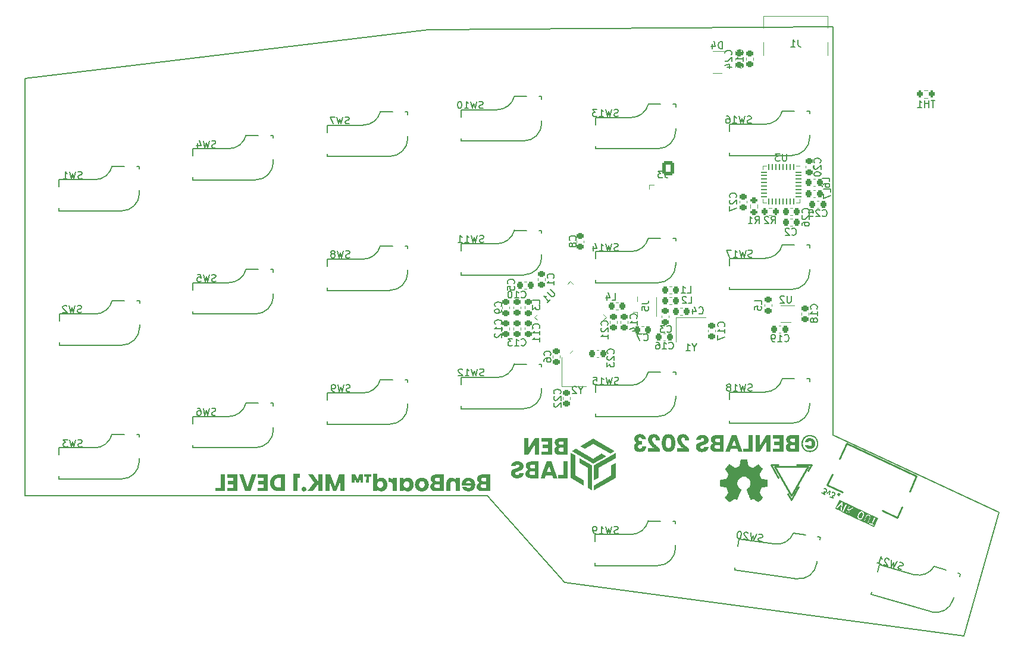
<source format=gbo>
%TF.GenerationSoftware,KiCad,Pcbnew,7.99.0-1450-gc37332bdb3*%
%TF.CreationDate,2023-08-19T09:53:15+01:00*%
%TF.ProjectId,benboard,62656e62-6f61-4726-942e-6b696361645f,rev?*%
%TF.SameCoordinates,Original*%
%TF.FileFunction,Legend,Bot*%
%TF.FilePolarity,Positive*%
%FSLAX46Y46*%
G04 Gerber Fmt 4.6, Leading zero omitted, Abs format (unit mm)*
G04 Created by KiCad (PCBNEW 7.99.0-1450-gc37332bdb3) date 2023-08-19 09:53:15*
%MOMM*%
%LPD*%
G01*
G04 APERTURE LIST*
G04 Aperture macros list*
%AMRoundRect*
0 Rectangle with rounded corners*
0 $1 Rounding radius*
0 $2 $3 $4 $5 $6 $7 $8 $9 X,Y pos of 4 corners*
0 Add a 4 corners polygon primitive as box body*
4,1,4,$2,$3,$4,$5,$6,$7,$8,$9,$2,$3,0*
0 Add four circle primitives for the rounded corners*
1,1,$1+$1,$2,$3*
1,1,$1+$1,$4,$5*
1,1,$1+$1,$6,$7*
1,1,$1+$1,$8,$9*
0 Add four rect primitives between the rounded corners*
20,1,$1+$1,$2,$3,$4,$5,0*
20,1,$1+$1,$4,$5,$6,$7,0*
20,1,$1+$1,$6,$7,$8,$9,0*
20,1,$1+$1,$8,$9,$2,$3,0*%
%AMRotRect*
0 Rectangle, with rotation*
0 The origin of the aperture is its center*
0 $1 length*
0 $2 width*
0 $3 Rotation angle, in degrees counterclockwise*
0 Add horizontal line*
21,1,$1,$2,0,0,$3*%
G04 Aperture macros list end*
%ADD10C,0.000000*%
%ADD11C,0.150000*%
%ADD12C,0.240000*%
%ADD13C,0.120000*%
%ADD14C,0.254000*%
%ADD15C,1.701800*%
%ADD16C,3.000000*%
%ADD17C,3.987800*%
%ADD18R,2.550000X2.500000*%
%ADD19RoundRect,0.250000X0.600000X0.750000X-0.600000X0.750000X-0.600000X-0.750000X0.600000X-0.750000X0*%
%ADD20O,1.700000X2.000000*%
%ADD21RotRect,2.550000X2.500000X164.000000*%
%ADD22RotRect,2.550000X2.500000X172.000000*%
%ADD23RoundRect,0.225000X-0.250000X0.225000X-0.250000X-0.225000X0.250000X-0.225000X0.250000X0.225000X0*%
%ADD24C,0.990600*%
%ADD25C,0.787400*%
%ADD26RoundRect,0.225000X-0.225000X-0.250000X0.225000X-0.250000X0.225000X0.250000X-0.225000X0.250000X0*%
%ADD27RoundRect,0.225000X0.225000X0.250000X-0.225000X0.250000X-0.225000X-0.250000X0.225000X-0.250000X0*%
%ADD28RoundRect,0.225000X0.250000X-0.225000X0.250000X0.225000X-0.250000X0.225000X-0.250000X-0.225000X0*%
%ADD29RotRect,0.280000X1.250000X335.013000*%
%ADD30RotRect,1.800000X2.000000X335.013000*%
%ADD31RoundRect,0.218750X0.218750X0.256250X-0.218750X0.256250X-0.218750X-0.256250X0.218750X-0.256250X0*%
%ADD32R,0.900000X0.400000*%
%ADD33RoundRect,0.218750X-0.256250X0.218750X-0.256250X-0.218750X0.256250X-0.218750X0.256250X0.218750X0*%
%ADD34C,0.650000*%
%ADD35R,0.600000X1.240000*%
%ADD36R,0.300000X1.240000*%
%ADD37O,1.000000X1.800000*%
%ADD38O,1.000000X2.100000*%
%ADD39R,1.200000X1.400000*%
%ADD40RoundRect,0.200000X-0.200000X-0.275000X0.200000X-0.275000X0.200000X0.275000X-0.200000X0.275000X0*%
%ADD41R,0.700000X1.000000*%
%ADD42R,0.700000X0.600000*%
%ADD43R,1.400000X1.200000*%
%ADD44R,1.050000X1.000000*%
%ADD45R,2.200000X1.050000*%
%ADD46RoundRect,0.218750X-0.218750X-0.256250X0.218750X-0.256250X0.218750X0.256250X-0.218750X0.256250X0*%
%ADD47RoundRect,0.062500X0.337500X0.062500X-0.337500X0.062500X-0.337500X-0.062500X0.337500X-0.062500X0*%
%ADD48RoundRect,0.062500X0.062500X0.337500X-0.062500X0.337500X-0.062500X-0.337500X0.062500X-0.337500X0*%
%ADD49R,3.600000X3.600000*%
%ADD50RoundRect,0.200000X-0.275000X0.200000X-0.275000X-0.200000X0.275000X-0.200000X0.275000X0.200000X0*%
%ADD51C,0.250000*%
%ADD52RotRect,4.850000X4.850000X225.000000*%
%ADD53RoundRect,0.200000X0.200000X0.275000X-0.200000X0.275000X-0.200000X-0.275000X0.200000X-0.275000X0*%
G04 APERTURE END LIST*
D10*
G36*
X143662633Y-105148500D02*
G01*
X144881695Y-104444534D01*
X145498254Y-104800419D01*
X143662633Y-105860271D01*
X140592323Y-104088648D01*
X141210443Y-103732762D01*
X143662633Y-105148500D01*
G37*
D11*
X177800000Y-101800000D02*
X201400000Y-112800000D01*
D10*
G36*
X170734538Y-104177439D02*
G01*
X169278272Y-104177439D01*
X169278272Y-103713466D01*
X170155419Y-103713466D01*
X170155419Y-103191919D01*
X169379872Y-103191919D01*
X169379872Y-102744880D01*
X170155419Y-102744880D01*
X170155419Y-102263973D01*
X169278272Y-102263973D01*
X169278272Y-101800000D01*
X170734538Y-101800000D01*
X170734538Y-104177439D01*
G37*
G36*
X122380838Y-108784499D02*
G01*
X122380838Y-109776792D01*
X121273398Y-109776792D01*
X121227483Y-109776117D01*
X121182863Y-109774093D01*
X121139540Y-109770720D01*
X121097513Y-109765997D01*
X121056782Y-109759925D01*
X121017347Y-109752503D01*
X120979208Y-109743732D01*
X120942365Y-109733612D01*
X120906818Y-109722142D01*
X120872567Y-109709323D01*
X120839612Y-109695155D01*
X120807953Y-109679637D01*
X120777590Y-109662770D01*
X120748524Y-109644553D01*
X120720753Y-109624987D01*
X120694278Y-109604072D01*
X120668855Y-109581582D01*
X120645071Y-109558140D01*
X120622927Y-109533745D01*
X120602422Y-109508398D01*
X120583558Y-109482099D01*
X120566333Y-109454847D01*
X120550749Y-109426642D01*
X120536804Y-109397485D01*
X120524500Y-109367376D01*
X120513837Y-109336314D01*
X120504813Y-109304299D01*
X120497430Y-109271332D01*
X120491688Y-109237413D01*
X120487586Y-109202541D01*
X120485125Y-109166716D01*
X120484304Y-109129939D01*
X120484794Y-109104300D01*
X120486262Y-109079032D01*
X120488708Y-109054135D01*
X120489000Y-109052045D01*
X121070198Y-109052045D01*
X121070516Y-109067484D01*
X121071468Y-109082473D01*
X121073056Y-109097012D01*
X121075278Y-109111101D01*
X121078136Y-109124741D01*
X121081628Y-109137930D01*
X121085756Y-109150670D01*
X121090518Y-109162960D01*
X121095916Y-109174800D01*
X121101948Y-109186190D01*
X121108616Y-109197131D01*
X121115918Y-109207621D01*
X121123856Y-109217662D01*
X121132428Y-109227253D01*
X121141636Y-109236394D01*
X121151478Y-109245085D01*
X121161476Y-109252877D01*
X121172004Y-109260167D01*
X121183061Y-109266954D01*
X121194648Y-109273238D01*
X121206765Y-109279019D01*
X121219411Y-109284297D01*
X121232586Y-109289073D01*
X121246291Y-109293346D01*
X121260526Y-109297116D01*
X121275291Y-109300383D01*
X121290585Y-109303148D01*
X121306408Y-109305410D01*
X121322761Y-109307170D01*
X121339644Y-109308426D01*
X121357056Y-109309180D01*
X121374998Y-109309432D01*
X121801718Y-109309432D01*
X121801718Y-108784499D01*
X121381771Y-108784499D01*
X121363816Y-108784776D01*
X121346365Y-108785610D01*
X121329417Y-108786999D01*
X121312972Y-108788944D01*
X121297030Y-108791444D01*
X121281592Y-108794500D01*
X121266657Y-108798111D01*
X121252224Y-108802279D01*
X121238295Y-108807001D01*
X121224868Y-108812280D01*
X121211945Y-108818114D01*
X121199523Y-108824504D01*
X121187605Y-108831449D01*
X121176189Y-108838950D01*
X121165275Y-108847006D01*
X121154864Y-108855619D01*
X121144609Y-108864720D01*
X121135015Y-108874245D01*
X121126084Y-108884193D01*
X121117815Y-108894565D01*
X121110208Y-108905360D01*
X121103263Y-108916578D01*
X121096980Y-108928220D01*
X121091358Y-108940285D01*
X121086398Y-108952773D01*
X121082100Y-108965684D01*
X121078463Y-108979019D01*
X121075487Y-108992778D01*
X121073173Y-109006960D01*
X121071521Y-109021565D01*
X121070529Y-109036593D01*
X121070198Y-109052045D01*
X120489000Y-109052045D01*
X120492134Y-109029608D01*
X120496538Y-109005451D01*
X120501921Y-108981665D01*
X120508283Y-108958249D01*
X120515625Y-108935204D01*
X120523945Y-108912529D01*
X120533245Y-108890225D01*
X120543524Y-108868291D01*
X120554782Y-108846728D01*
X120567020Y-108825535D01*
X120580237Y-108804712D01*
X120594434Y-108784260D01*
X120609611Y-108764179D01*
X120625595Y-108744322D01*
X120642212Y-108725391D01*
X120659464Y-108707386D01*
X120677350Y-108690307D01*
X120695870Y-108674154D01*
X120715024Y-108658928D01*
X120734814Y-108644627D01*
X120755238Y-108631253D01*
X120776297Y-108618804D01*
X120797991Y-108607281D01*
X120820321Y-108596685D01*
X120843286Y-108587014D01*
X120866887Y-108578270D01*
X120891123Y-108570451D01*
X120915996Y-108563559D01*
X120941504Y-108557592D01*
X120918935Y-108550488D01*
X120896948Y-108542722D01*
X120875542Y-108534295D01*
X120854718Y-108525206D01*
X120834477Y-108515456D01*
X120814817Y-108505044D01*
X120795740Y-108493972D01*
X120777244Y-108482237D01*
X120759331Y-108469842D01*
X120742001Y-108456784D01*
X120725253Y-108443066D01*
X120709087Y-108428686D01*
X120693504Y-108413645D01*
X120678504Y-108397942D01*
X120664086Y-108381578D01*
X120650251Y-108364552D01*
X120636718Y-108346918D01*
X120624058Y-108328728D01*
X120612270Y-108309982D01*
X120601356Y-108290681D01*
X120591315Y-108270824D01*
X120582147Y-108250411D01*
X120573853Y-108229443D01*
X120566431Y-108207919D01*
X120559883Y-108185839D01*
X120554208Y-108163204D01*
X120549405Y-108140013D01*
X120545476Y-108116266D01*
X120545183Y-108113939D01*
X121127771Y-108113939D01*
X121128076Y-108128954D01*
X121128989Y-108143519D01*
X121130511Y-108157634D01*
X121132642Y-108171300D01*
X121135382Y-108184516D01*
X121138730Y-108197282D01*
X121142686Y-108209598D01*
X121147251Y-108221465D01*
X121152425Y-108232881D01*
X121158206Y-108243848D01*
X121164596Y-108254365D01*
X121171594Y-108264433D01*
X121179200Y-108274051D01*
X121187414Y-108283219D01*
X121196236Y-108291937D01*
X121205665Y-108300205D01*
X121215246Y-108307587D01*
X121225355Y-108314493D01*
X121235993Y-108320922D01*
X121247159Y-108326875D01*
X121258854Y-108332352D01*
X121271078Y-108337353D01*
X121283830Y-108341877D01*
X121297111Y-108345925D01*
X121310922Y-108349497D01*
X121325261Y-108352593D01*
X121340130Y-108355212D01*
X121355527Y-108357355D01*
X121371454Y-108359022D01*
X121387910Y-108360213D01*
X121404896Y-108360927D01*
X121422411Y-108361165D01*
X121801718Y-108361165D01*
X121801718Y-107863325D01*
X121422411Y-107863325D01*
X121404896Y-107863577D01*
X121387910Y-107864331D01*
X121371454Y-107865587D01*
X121355527Y-107867347D01*
X121340130Y-107869609D01*
X121325261Y-107872374D01*
X121310922Y-107875641D01*
X121297111Y-107879411D01*
X121283830Y-107883684D01*
X121271078Y-107888460D01*
X121258854Y-107893738D01*
X121247159Y-107899520D01*
X121235993Y-107905803D01*
X121225355Y-107912590D01*
X121215246Y-107919880D01*
X121205665Y-107927672D01*
X121196236Y-107935940D01*
X121187414Y-107944659D01*
X121179200Y-107953827D01*
X121171594Y-107963444D01*
X121164596Y-107973512D01*
X121158206Y-107984029D01*
X121152425Y-107994996D01*
X121147251Y-108006413D01*
X121142686Y-108018279D01*
X121138730Y-108030595D01*
X121135382Y-108043361D01*
X121132642Y-108056577D01*
X121130511Y-108070243D01*
X121128989Y-108084358D01*
X121128076Y-108098924D01*
X121127771Y-108113939D01*
X120545183Y-108113939D01*
X120542420Y-108091964D01*
X120540238Y-108067107D01*
X120538928Y-108041694D01*
X120538491Y-108015725D01*
X120539298Y-107980628D01*
X120541719Y-107946457D01*
X120545753Y-107913213D01*
X120551401Y-107880894D01*
X120558662Y-107849501D01*
X120567538Y-107819034D01*
X120578028Y-107789494D01*
X120590131Y-107760879D01*
X120603849Y-107733191D01*
X120619182Y-107706428D01*
X120636128Y-107680592D01*
X120654689Y-107655681D01*
X120674864Y-107631696D01*
X120696654Y-107608638D01*
X120720059Y-107586505D01*
X120745078Y-107565299D01*
X120771100Y-107545203D01*
X120798366Y-107526404D01*
X120826875Y-107508902D01*
X120856628Y-107492696D01*
X120887625Y-107477787D01*
X120919866Y-107464174D01*
X120953350Y-107451858D01*
X120988078Y-107440838D01*
X121024048Y-107431115D01*
X121061263Y-107422688D01*
X121099720Y-107415557D01*
X121139420Y-107409723D01*
X121180364Y-107405186D01*
X121222550Y-107401945D01*
X121265979Y-107400000D01*
X121310651Y-107399352D01*
X122380838Y-107399352D01*
X122380838Y-107863325D01*
X122380838Y-108784499D01*
G37*
D12*
X170039472Y-107868159D02*
X168975000Y-106025000D01*
D11*
X139600000Y-122800000D02*
X128600000Y-110400000D01*
D12*
X174235161Y-106311346D02*
X171853259Y-110436921D01*
D10*
G36*
X114359625Y-108864667D02*
G01*
X114358354Y-108900280D01*
X114356237Y-108935363D01*
X114353272Y-108969918D01*
X114349461Y-109003943D01*
X114344803Y-109037439D01*
X114339299Y-109070407D01*
X114332948Y-109102845D01*
X114325750Y-109134753D01*
X114317706Y-109166133D01*
X114308816Y-109196984D01*
X114299080Y-109227305D01*
X114288498Y-109257097D01*
X114277069Y-109286360D01*
X114264795Y-109315094D01*
X114251674Y-109343298D01*
X114237400Y-109370431D01*
X114222517Y-109396797D01*
X114207025Y-109422395D01*
X114190924Y-109447226D01*
X114174214Y-109471290D01*
X114156896Y-109494586D01*
X114138970Y-109517116D01*
X114120435Y-109538878D01*
X114101291Y-109559873D01*
X114081539Y-109580100D01*
X114061180Y-109599560D01*
X114040211Y-109618253D01*
X114018635Y-109636179D01*
X113996451Y-109653337D01*
X113973659Y-109669728D01*
X113950260Y-109685352D01*
X113926384Y-109699705D01*
X113902164Y-109713133D01*
X113877599Y-109725634D01*
X113852690Y-109737209D01*
X113827436Y-109747859D01*
X113801837Y-109757582D01*
X113775895Y-109766380D01*
X113749607Y-109774251D01*
X113722976Y-109781197D01*
X113696001Y-109787216D01*
X113668682Y-109792309D01*
X113641018Y-109796477D01*
X113613011Y-109799718D01*
X113584660Y-109802033D01*
X113555966Y-109803422D01*
X113526928Y-109803885D01*
X113502152Y-109803568D01*
X113477772Y-109802615D01*
X113453788Y-109801028D01*
X113430200Y-109798805D01*
X113407009Y-109795948D01*
X113384214Y-109792455D01*
X113361815Y-109788328D01*
X113339814Y-109783565D01*
X113318209Y-109778168D01*
X113297001Y-109772135D01*
X113276190Y-109765468D01*
X113255777Y-109758165D01*
X113235762Y-109750228D01*
X113216143Y-109741655D01*
X113196923Y-109732448D01*
X113178101Y-109722605D01*
X113159329Y-109712234D01*
X113141112Y-109701439D01*
X113123451Y-109690220D01*
X113106346Y-109678579D01*
X113089796Y-109666514D01*
X113073802Y-109654026D01*
X113058364Y-109641114D01*
X113043481Y-109627779D01*
X113029154Y-109614021D01*
X113015382Y-109599839D01*
X113002166Y-109585234D01*
X112989506Y-109570206D01*
X112977401Y-109554754D01*
X112965852Y-109538879D01*
X112954858Y-109522580D01*
X112944420Y-109505858D01*
X112944420Y-109776792D01*
X112365300Y-109776792D01*
X112365300Y-108831912D01*
X112944420Y-108831912D01*
X112944896Y-108858648D01*
X112946325Y-108884670D01*
X112948707Y-108909978D01*
X112952040Y-108934571D01*
X112956327Y-108958449D01*
X112961565Y-108981613D01*
X112967757Y-109004063D01*
X112974900Y-109025799D01*
X112982997Y-109046820D01*
X112992046Y-109067126D01*
X113002047Y-109086719D01*
X113013001Y-109105596D01*
X113024907Y-109123760D01*
X113037766Y-109141209D01*
X113051577Y-109157945D01*
X113066341Y-109173965D01*
X113081366Y-109189139D01*
X113096816Y-109203335D01*
X113112689Y-109216551D01*
X113128987Y-109228788D01*
X113145708Y-109240046D01*
X113162853Y-109250325D01*
X113180422Y-109259625D01*
X113198415Y-109267946D01*
X113216831Y-109275288D01*
X113235670Y-109281651D01*
X113254933Y-109287035D01*
X113274619Y-109291441D01*
X113294728Y-109294867D01*
X113315261Y-109297314D01*
X113336216Y-109298783D01*
X113357595Y-109299272D01*
X113378986Y-109298783D01*
X113399981Y-109297314D01*
X113420578Y-109294867D01*
X113440779Y-109291441D01*
X113460583Y-109287035D01*
X113479990Y-109281651D01*
X113499001Y-109275288D01*
X113517614Y-109267946D01*
X113535831Y-109259625D01*
X113553650Y-109250325D01*
X113571073Y-109240046D01*
X113588099Y-109228788D01*
X113604728Y-109216551D01*
X113620960Y-109203335D01*
X113636796Y-109189139D01*
X113652234Y-109173965D01*
X113666585Y-109157535D01*
X113680011Y-109140417D01*
X113692511Y-109122610D01*
X113704086Y-109104116D01*
X113714735Y-109084934D01*
X113724458Y-109065064D01*
X113733256Y-109044506D01*
X113741128Y-109023260D01*
X113748074Y-109001326D01*
X113754094Y-108978704D01*
X113759189Y-108955394D01*
X113763357Y-108931396D01*
X113766599Y-108906710D01*
X113768915Y-108881337D01*
X113770304Y-108855275D01*
X113770768Y-108828525D01*
X113770304Y-108801802D01*
X113768915Y-108775820D01*
X113766599Y-108750578D01*
X113763357Y-108726078D01*
X113759189Y-108702318D01*
X113754094Y-108679299D01*
X113748074Y-108657022D01*
X113741128Y-108635485D01*
X113733256Y-108614688D01*
X113724458Y-108594633D01*
X113714735Y-108575319D01*
X113704086Y-108556745D01*
X113692511Y-108538912D01*
X113680011Y-108521820D01*
X113666585Y-108505469D01*
X113652234Y-108489859D01*
X113636796Y-108474684D01*
X113620960Y-108460489D01*
X113604728Y-108447273D01*
X113588099Y-108435036D01*
X113571073Y-108423778D01*
X113553650Y-108413499D01*
X113535831Y-108404199D01*
X113517614Y-108395878D01*
X113499001Y-108388536D01*
X113479990Y-108382173D01*
X113460583Y-108376789D01*
X113440779Y-108372383D01*
X113420578Y-108368957D01*
X113399981Y-108366510D01*
X113378986Y-108365041D01*
X113357595Y-108364552D01*
X113336216Y-108365041D01*
X113315261Y-108366510D01*
X113294728Y-108368957D01*
X113274619Y-108372383D01*
X113254933Y-108376789D01*
X113235670Y-108382173D01*
X113216831Y-108388536D01*
X113198415Y-108395878D01*
X113180422Y-108404199D01*
X113162853Y-108413499D01*
X113145708Y-108423778D01*
X113128987Y-108435036D01*
X113112689Y-108447273D01*
X113096816Y-108460489D01*
X113081366Y-108474684D01*
X113066341Y-108489859D01*
X113051577Y-108505879D01*
X113037766Y-108522614D01*
X113024907Y-108540064D01*
X113013001Y-108558227D01*
X113002047Y-108577105D01*
X112992046Y-108596698D01*
X112982997Y-108617004D01*
X112974900Y-108638025D01*
X112967757Y-108659761D01*
X112961565Y-108682210D01*
X112956327Y-108705374D01*
X112952040Y-108729253D01*
X112948707Y-108753846D01*
X112946325Y-108779154D01*
X112944896Y-108805176D01*
X112944420Y-108831912D01*
X112365300Y-108831912D01*
X112365300Y-107270659D01*
X112944420Y-107270659D01*
X112944420Y-108147805D01*
X112955689Y-108131507D01*
X112967486Y-108115632D01*
X112979814Y-108100180D01*
X112992671Y-108085152D01*
X113006057Y-108070547D01*
X113019973Y-108056365D01*
X113034419Y-108042606D01*
X113049394Y-108029271D01*
X113064899Y-108016360D01*
X113080934Y-108003871D01*
X113097498Y-107991806D01*
X113114591Y-107980165D01*
X113132214Y-107968946D01*
X113150367Y-107958151D01*
X113169049Y-107947780D01*
X113188260Y-107937832D01*
X113207442Y-107928400D01*
X113226889Y-107919576D01*
X113246600Y-107911361D01*
X113266575Y-107903754D01*
X113286814Y-107896756D01*
X113307318Y-107890366D01*
X113328087Y-107884585D01*
X113349121Y-107879413D01*
X113370419Y-107874848D01*
X113391982Y-107870893D01*
X113413810Y-107867546D01*
X113435903Y-107864807D01*
X113458261Y-107862677D01*
X113480885Y-107861156D01*
X113503774Y-107860243D01*
X113526928Y-107859939D01*
X113555966Y-107860402D01*
X113584660Y-107861791D01*
X113613011Y-107864106D01*
X113641018Y-107867347D01*
X113668682Y-107871514D01*
X113696001Y-107876608D01*
X113722976Y-107882627D01*
X113749607Y-107889573D01*
X113775895Y-107897444D01*
X113801837Y-107906241D01*
X113827436Y-107915965D01*
X113852690Y-107926614D01*
X113877599Y-107938190D01*
X113902164Y-107950691D01*
X113926384Y-107964119D01*
X113950260Y-107978472D01*
X113973659Y-107993685D01*
X113996451Y-108009692D01*
X114018635Y-108026493D01*
X114040211Y-108044088D01*
X114061180Y-108062477D01*
X114081539Y-108081659D01*
X114101291Y-108101635D01*
X114120435Y-108122405D01*
X114138970Y-108143969D01*
X114156896Y-108166326D01*
X114174214Y-108189478D01*
X114190924Y-108213422D01*
X114207025Y-108238161D01*
X114222517Y-108263693D01*
X114237400Y-108290019D01*
X114251674Y-108317139D01*
X114264795Y-108344933D01*
X114277069Y-108373283D01*
X114288498Y-108402188D01*
X114299080Y-108431650D01*
X114308816Y-108461667D01*
X114317706Y-108492240D01*
X114325750Y-108523368D01*
X114332948Y-108555052D01*
X114339299Y-108587292D01*
X114344803Y-108620087D01*
X114349461Y-108653438D01*
X114353272Y-108687344D01*
X114356237Y-108721806D01*
X114358354Y-108756824D01*
X114359625Y-108792397D01*
X114360048Y-108828525D01*
X114359625Y-108864667D01*
G37*
G36*
X112064893Y-107721085D02*
G01*
X111783800Y-107721085D01*
X111787186Y-108574525D01*
X111367240Y-108574525D01*
X111370626Y-107721085D01*
X111089534Y-107721085D01*
X111089534Y-107385805D01*
X112064893Y-107385805D01*
X112064893Y-107721085D01*
G37*
G36*
X174518861Y-102220317D02*
G01*
X174545438Y-102221428D01*
X174571672Y-102223280D01*
X174597561Y-102225873D01*
X174623107Y-102229206D01*
X174648309Y-102233281D01*
X174673166Y-102238096D01*
X174697680Y-102243652D01*
X174721849Y-102249949D01*
X174745675Y-102256987D01*
X174769157Y-102264766D01*
X174792294Y-102273286D01*
X174815088Y-102282546D01*
X174837538Y-102292547D01*
X174859644Y-102303290D01*
X174881406Y-102314773D01*
X174902294Y-102326520D01*
X174922627Y-102338903D01*
X174942405Y-102351920D01*
X174961627Y-102365573D01*
X174980293Y-102379860D01*
X174998404Y-102394783D01*
X175015959Y-102410340D01*
X175032959Y-102426533D01*
X175049403Y-102443360D01*
X175065291Y-102460823D01*
X175080624Y-102478920D01*
X175095401Y-102497653D01*
X175109623Y-102517020D01*
X175123288Y-102537023D01*
X175136398Y-102557660D01*
X175148952Y-102578933D01*
X175160436Y-102600748D01*
X175171178Y-102623013D01*
X175181179Y-102645727D01*
X175190440Y-102668891D01*
X175198959Y-102692506D01*
X175206738Y-102716570D01*
X175213776Y-102741083D01*
X175220073Y-102766047D01*
X175225629Y-102791460D01*
X175230445Y-102817323D01*
X175234519Y-102843636D01*
X175237853Y-102870399D01*
X175240445Y-102897611D01*
X175242297Y-102925273D01*
X175243409Y-102953385D01*
X175243779Y-102981946D01*
X175243409Y-103010508D01*
X175242297Y-103038619D01*
X175240445Y-103066282D01*
X175237853Y-103093494D01*
X175234519Y-103120256D01*
X175230445Y-103146569D01*
X175225629Y-103172432D01*
X175220073Y-103197846D01*
X175213776Y-103222809D01*
X175206738Y-103247323D01*
X175198959Y-103271387D01*
X175190440Y-103295001D01*
X175181179Y-103318165D01*
X175171178Y-103340880D01*
X175160436Y-103363145D01*
X175148952Y-103384960D01*
X175136398Y-103406245D01*
X175123288Y-103426922D01*
X175109623Y-103446991D01*
X175095401Y-103466451D01*
X175080624Y-103485302D01*
X175065291Y-103503545D01*
X175049403Y-103521180D01*
X175032959Y-103538205D01*
X175015959Y-103554623D01*
X174998404Y-103570432D01*
X174980293Y-103585632D01*
X174961627Y-103600224D01*
X174942405Y-103614207D01*
X174922627Y-103627582D01*
X174902294Y-103640348D01*
X174881406Y-103652506D01*
X174859644Y-103663579D01*
X174837538Y-103673937D01*
X174815088Y-103683581D01*
X174792294Y-103692511D01*
X174769157Y-103700726D01*
X174745675Y-103708227D01*
X174721849Y-103715014D01*
X174697680Y-103721086D01*
X174673166Y-103726444D01*
X174648309Y-103731087D01*
X174623107Y-103735016D01*
X174597561Y-103738231D01*
X174571672Y-103740731D01*
X174545438Y-103742517D01*
X174518861Y-103743589D01*
X174491939Y-103743946D01*
X174458787Y-103743351D01*
X174426216Y-103741565D01*
X174394228Y-103738588D01*
X174362822Y-103734421D01*
X174331998Y-103729063D01*
X174301756Y-103722515D01*
X174272096Y-103714776D01*
X174243018Y-103705846D01*
X174214523Y-103695726D01*
X174186609Y-103684415D01*
X174159278Y-103671913D01*
X174132529Y-103658221D01*
X174106362Y-103643338D01*
X174080777Y-103627265D01*
X174055773Y-103610001D01*
X174031352Y-103591546D01*
X174007765Y-103572112D01*
X173985262Y-103551911D01*
X173963844Y-103530943D01*
X173943511Y-103509208D01*
X173924263Y-103486705D01*
X173906099Y-103463434D01*
X173889020Y-103439397D01*
X173873026Y-103414592D01*
X173858117Y-103389020D01*
X173844293Y-103362681D01*
X173831553Y-103335574D01*
X173819898Y-103307700D01*
X173809328Y-103279059D01*
X173799842Y-103249651D01*
X173791442Y-103219476D01*
X173784126Y-103188533D01*
X174281966Y-103188533D01*
X174289599Y-103208628D01*
X174293743Y-103218190D01*
X174298105Y-103227427D01*
X174302685Y-103236340D01*
X174307484Y-103244929D01*
X174312502Y-103253194D01*
X174317737Y-103261135D01*
X174323191Y-103268752D01*
X174328863Y-103276045D01*
X174334753Y-103283013D01*
X174340862Y-103289657D01*
X174347189Y-103295978D01*
X174353734Y-103301974D01*
X174360497Y-103307646D01*
X174367479Y-103312994D01*
X174374679Y-103318017D01*
X174382098Y-103322717D01*
X174389734Y-103327092D01*
X174397589Y-103331144D01*
X174405662Y-103334871D01*
X174413954Y-103338274D01*
X174422463Y-103341353D01*
X174431191Y-103344108D01*
X174440138Y-103346539D01*
X174449302Y-103348646D01*
X174458685Y-103350428D01*
X174468286Y-103351887D01*
X174478105Y-103353021D01*
X174488143Y-103353831D01*
X174508873Y-103354480D01*
X174524324Y-103354109D01*
X174539353Y-103352998D01*
X174553958Y-103351146D01*
X174568140Y-103348553D01*
X174581898Y-103345220D01*
X174595233Y-103341145D01*
X174608145Y-103336330D01*
X174620633Y-103330774D01*
X174632698Y-103324477D01*
X174644340Y-103317439D01*
X174655558Y-103309660D01*
X174666353Y-103301140D01*
X174676724Y-103291880D01*
X174686672Y-103281878D01*
X174696197Y-103271136D01*
X174705299Y-103259653D01*
X174713911Y-103247455D01*
X174721968Y-103234570D01*
X174729469Y-103220997D01*
X174736414Y-103206735D01*
X174742804Y-103191786D01*
X174748638Y-103176150D01*
X174753916Y-103159825D01*
X174758639Y-103142812D01*
X174762806Y-103125112D01*
X174766418Y-103106723D01*
X174769474Y-103087647D01*
X174771974Y-103067883D01*
X174773919Y-103047431D01*
X174775308Y-103026290D01*
X174776141Y-103004462D01*
X174776419Y-102981946D01*
X174776141Y-102959430D01*
X174775308Y-102937602D01*
X174773919Y-102916462D01*
X174771974Y-102896010D01*
X174769474Y-102876246D01*
X174766418Y-102857169D01*
X174762806Y-102838781D01*
X174758639Y-102821080D01*
X174753916Y-102804068D01*
X174748638Y-102787743D01*
X174742804Y-102772106D01*
X174736414Y-102757157D01*
X174729469Y-102742896D01*
X174721968Y-102729323D01*
X174713911Y-102716437D01*
X174705299Y-102704240D01*
X174696197Y-102692756D01*
X174686672Y-102682014D01*
X174676724Y-102672013D01*
X174666353Y-102662752D01*
X174655558Y-102654233D01*
X174644340Y-102646454D01*
X174632698Y-102639416D01*
X174620633Y-102633119D01*
X174608145Y-102627563D01*
X174595233Y-102622747D01*
X174581898Y-102618673D01*
X174568140Y-102615339D01*
X174553958Y-102612746D01*
X174539353Y-102610894D01*
X174524324Y-102609783D01*
X174508873Y-102609413D01*
X174498395Y-102609585D01*
X174488129Y-102610101D01*
X174478074Y-102610961D01*
X174468232Y-102612164D01*
X174458601Y-102613712D01*
X174449181Y-102615604D01*
X174439974Y-102617839D01*
X174430978Y-102620419D01*
X174422194Y-102623343D01*
X174413621Y-102626610D01*
X174405261Y-102630222D01*
X174397112Y-102634177D01*
X174389174Y-102638477D01*
X174381449Y-102643120D01*
X174373935Y-102648108D01*
X174366633Y-102653440D01*
X174359158Y-102659076D01*
X174351975Y-102664976D01*
X174345082Y-102671141D01*
X174338481Y-102677571D01*
X174332171Y-102684265D01*
X174326152Y-102691223D01*
X174320424Y-102698447D01*
X174314986Y-102705934D01*
X174309840Y-102713686D01*
X174304985Y-102721703D01*
X174300421Y-102729985D01*
X174296148Y-102738531D01*
X174292166Y-102747341D01*
X174288475Y-102756416D01*
X174285075Y-102765756D01*
X174281966Y-102775360D01*
X173784126Y-102775360D01*
X173791442Y-102743609D01*
X173799842Y-102712706D01*
X173809328Y-102682649D01*
X173819898Y-102653439D01*
X173831553Y-102625075D01*
X173844293Y-102597558D01*
X173858117Y-102570888D01*
X173873026Y-102545065D01*
X173889020Y-102520088D01*
X173906099Y-102495958D01*
X173924263Y-102472675D01*
X173943511Y-102450239D01*
X173963844Y-102428649D01*
X173985262Y-102407906D01*
X174007765Y-102388009D01*
X174031352Y-102368960D01*
X174055376Y-102350915D01*
X174080035Y-102334035D01*
X174105329Y-102318319D01*
X174131259Y-102303767D01*
X174157823Y-102290379D01*
X174185022Y-102278155D01*
X174212856Y-102267096D01*
X174241326Y-102257200D01*
X174270430Y-102248469D01*
X174300169Y-102240902D01*
X174330544Y-102234499D01*
X174361553Y-102229260D01*
X174393197Y-102225185D01*
X174425476Y-102222275D01*
X174458390Y-102220528D01*
X174491939Y-102219946D01*
X174518861Y-102220317D01*
G37*
G36*
X110114174Y-108066525D02*
G01*
X110354627Y-107385805D01*
X110916814Y-107385805D01*
X110916814Y-108574525D01*
X110547666Y-108574525D01*
X110547666Y-107859939D01*
X110269960Y-108574525D01*
X109988866Y-108574525D01*
X109711161Y-107893805D01*
X109701000Y-108574525D01*
X109318306Y-108574525D01*
X109318306Y-107385805D01*
X109836466Y-107385805D01*
X110114174Y-108066525D01*
G37*
G36*
X91222869Y-109776792D02*
G01*
X89885137Y-109776792D01*
X89885137Y-109329752D01*
X90643752Y-109329752D01*
X90643752Y-107399352D01*
X91222869Y-107399352D01*
X91222869Y-109776792D01*
G37*
G36*
X166355684Y-104177439D02*
G01*
X165017952Y-104177439D01*
X165017952Y-103730399D01*
X165776565Y-103730399D01*
X165776565Y-101800000D01*
X166355684Y-101800000D01*
X166355684Y-104177439D01*
G37*
G36*
X101931353Y-107843005D02*
G01*
X101596074Y-107843005D01*
X101596074Y-109776792D01*
X100993245Y-109776792D01*
X100993245Y-107304525D01*
X101931353Y-107304525D01*
X101931353Y-107843005D01*
G37*
D11*
X62800000Y-110400000D02*
X62800000Y-51000000D01*
D10*
G36*
X97361202Y-109776792D02*
G01*
X95904940Y-109776792D01*
X95904940Y-109312818D01*
X96782085Y-109312818D01*
X96782085Y-108791272D01*
X96006539Y-108791272D01*
X96006539Y-108344232D01*
X96782085Y-108344232D01*
X96782085Y-107863325D01*
X95904940Y-107863325D01*
X95904940Y-107399352D01*
X97361202Y-107399352D01*
X97361202Y-109776792D01*
G37*
G36*
X140030136Y-107924630D02*
G01*
X138692404Y-107924630D01*
X138692404Y-107477590D01*
X139451016Y-107477590D01*
X139451016Y-105547190D01*
X140030136Y-105547190D01*
X140030136Y-107924630D01*
G37*
G36*
X175686850Y-103025682D02*
G01*
X175685104Y-103068835D01*
X175682193Y-103111406D01*
X175678119Y-103153395D01*
X175672880Y-103194802D01*
X175666477Y-103235627D01*
X175658910Y-103275871D01*
X175650178Y-103315532D01*
X175640283Y-103354610D01*
X175629223Y-103393107D01*
X175617000Y-103431022D01*
X175603612Y-103468355D01*
X175589060Y-103505106D01*
X175573344Y-103541275D01*
X175556463Y-103576861D01*
X175538419Y-103611866D01*
X175518906Y-103646103D01*
X175498467Y-103679388D01*
X175477102Y-103711720D01*
X175454810Y-103743100D01*
X175431593Y-103773527D01*
X175407450Y-103803001D01*
X175382380Y-103831523D01*
X175356385Y-103859093D01*
X175329464Y-103885710D01*
X175301616Y-103911374D01*
X175272843Y-103936086D01*
X175243143Y-103959846D01*
X175212518Y-103982653D01*
X175180967Y-104004507D01*
X175148489Y-104025410D01*
X175115086Y-104045359D01*
X175080915Y-104064224D01*
X175046136Y-104081872D01*
X175010748Y-104098303D01*
X174974752Y-104113517D01*
X174938147Y-104127513D01*
X174900933Y-104140293D01*
X174863111Y-104151855D01*
X174824680Y-104162200D01*
X174785641Y-104171328D01*
X174745993Y-104179239D01*
X174705737Y-104185933D01*
X174664872Y-104191409D01*
X174623398Y-104195669D01*
X174581316Y-104198712D01*
X174538625Y-104200537D01*
X174495326Y-104201146D01*
X174452026Y-104200537D01*
X174409336Y-104198712D01*
X174367253Y-104195669D01*
X174325780Y-104191409D01*
X174284915Y-104185933D01*
X174244658Y-104179239D01*
X174205010Y-104171328D01*
X174165971Y-104162200D01*
X174127540Y-104151855D01*
X174089718Y-104140293D01*
X174052505Y-104127513D01*
X174015900Y-104113517D01*
X173979903Y-104098303D01*
X173944516Y-104081872D01*
X173909736Y-104064224D01*
X173875566Y-104045359D01*
X173842176Y-104025410D01*
X173809738Y-104004507D01*
X173778252Y-103982653D01*
X173747720Y-103959846D01*
X173718139Y-103936086D01*
X173689511Y-103911374D01*
X173661835Y-103885710D01*
X173635112Y-103859093D01*
X173609342Y-103831523D01*
X173584524Y-103803001D01*
X173560658Y-103773527D01*
X173537745Y-103743100D01*
X173515785Y-103711720D01*
X173494777Y-103679388D01*
X173474722Y-103646103D01*
X173455619Y-103611866D01*
X173437164Y-103576861D01*
X173419900Y-103541275D01*
X173403827Y-103505106D01*
X173388944Y-103468355D01*
X173375252Y-103431022D01*
X173362750Y-103393107D01*
X173351439Y-103354610D01*
X173341319Y-103315532D01*
X173332389Y-103275871D01*
X173324650Y-103235627D01*
X173318102Y-103194802D01*
X173312744Y-103153395D01*
X173308577Y-103111406D01*
X173305600Y-103068835D01*
X173303815Y-103025682D01*
X173303219Y-102981946D01*
X173506419Y-102981946D01*
X173506895Y-103020179D01*
X173508324Y-103057829D01*
X173510705Y-103094897D01*
X173514039Y-103131384D01*
X173518325Y-103167288D01*
X173523564Y-103202609D01*
X173529755Y-103237349D01*
X173536899Y-103271507D01*
X173544995Y-103305082D01*
X173554044Y-103338076D01*
X173564045Y-103370487D01*
X173574999Y-103402316D01*
X173586905Y-103433564D01*
X173599764Y-103464229D01*
X173613575Y-103494312D01*
X173628339Y-103523813D01*
X173643565Y-103552613D01*
X173659612Y-103580592D01*
X173676479Y-103607752D01*
X173694167Y-103634091D01*
X173712674Y-103659610D01*
X173732002Y-103684309D01*
X173752150Y-103708188D01*
X173773119Y-103731247D01*
X173794907Y-103753485D01*
X173817516Y-103774903D01*
X173840945Y-103795501D01*
X173865194Y-103815279D01*
X173890263Y-103834236D01*
X173916153Y-103852373D01*
X173942863Y-103869690D01*
X173970392Y-103886186D01*
X173998637Y-103901360D01*
X174027490Y-103915555D01*
X174056951Y-103928771D01*
X174087021Y-103941009D01*
X174117700Y-103952267D01*
X174148987Y-103962546D01*
X174180882Y-103971846D01*
X174213386Y-103980167D01*
X174246499Y-103987509D01*
X174280220Y-103993872D01*
X174314550Y-103999256D01*
X174349488Y-104003661D01*
X174385035Y-104007088D01*
X174421190Y-104009535D01*
X174457954Y-104011003D01*
X174495326Y-104011493D01*
X174532698Y-104011003D01*
X174569462Y-104009535D01*
X174605617Y-104007088D01*
X174641163Y-104003661D01*
X174676102Y-103999256D01*
X174710431Y-103993872D01*
X174744152Y-103987509D01*
X174777265Y-103980167D01*
X174809769Y-103971846D01*
X174841665Y-103962546D01*
X174872952Y-103952267D01*
X174903630Y-103941009D01*
X174933700Y-103928771D01*
X174963162Y-103915555D01*
X174992015Y-103901360D01*
X175020259Y-103886186D01*
X175047802Y-103869690D01*
X175074552Y-103852373D01*
X175100507Y-103834236D01*
X175125669Y-103815279D01*
X175150037Y-103795501D01*
X175173612Y-103774903D01*
X175196392Y-103753485D01*
X175218379Y-103731247D01*
X175239572Y-103708188D01*
X175259972Y-103684309D01*
X175279577Y-103659610D01*
X175298389Y-103634091D01*
X175316407Y-103607752D01*
X175333632Y-103580592D01*
X175350062Y-103552613D01*
X175365699Y-103523813D01*
X175380052Y-103494312D01*
X175393480Y-103464229D01*
X175405981Y-103433564D01*
X175417557Y-103402316D01*
X175428206Y-103370487D01*
X175437930Y-103338076D01*
X175446727Y-103305082D01*
X175454598Y-103271507D01*
X175461544Y-103237349D01*
X175467563Y-103202609D01*
X175472656Y-103167288D01*
X175476824Y-103131384D01*
X175480065Y-103094897D01*
X175482380Y-103057829D01*
X175483769Y-103020179D01*
X175484232Y-102981946D01*
X175483769Y-102943317D01*
X175482380Y-102905323D01*
X175480065Y-102867964D01*
X175476824Y-102831240D01*
X175472656Y-102795151D01*
X175467563Y-102759697D01*
X175461544Y-102724877D01*
X175454598Y-102690693D01*
X175446727Y-102657144D01*
X175437930Y-102624229D01*
X175428206Y-102591950D01*
X175417557Y-102560306D01*
X175405981Y-102529297D01*
X175393480Y-102498922D01*
X175380052Y-102469183D01*
X175365699Y-102440080D01*
X175350062Y-102411293D01*
X175333632Y-102383353D01*
X175316407Y-102356260D01*
X175298389Y-102330013D01*
X175279577Y-102304613D01*
X175259972Y-102280060D01*
X175239572Y-102256354D01*
X175218379Y-102233494D01*
X175196392Y-102211480D01*
X175173612Y-102190314D01*
X175150037Y-102169994D01*
X175125669Y-102150520D01*
X175100507Y-102131894D01*
X175074552Y-102114113D01*
X175047802Y-102097180D01*
X175020259Y-102081093D01*
X174992015Y-102065919D01*
X174963162Y-102051724D01*
X174933700Y-102038508D01*
X174903630Y-102026271D01*
X174872952Y-102015012D01*
X174841665Y-102004733D01*
X174809769Y-101995433D01*
X174777265Y-101987112D01*
X174744152Y-101979770D01*
X174710431Y-101973407D01*
X174676102Y-101968023D01*
X174641163Y-101963618D01*
X174605617Y-101960191D01*
X174569462Y-101957744D01*
X174532698Y-101956276D01*
X174495326Y-101955786D01*
X174457954Y-101956276D01*
X174421190Y-101957744D01*
X174385035Y-101960191D01*
X174349488Y-101963618D01*
X174314550Y-101968023D01*
X174280220Y-101973407D01*
X174246499Y-101979770D01*
X174213386Y-101987112D01*
X174180882Y-101995433D01*
X174148987Y-102004733D01*
X174117700Y-102015012D01*
X174087021Y-102026271D01*
X174056951Y-102038508D01*
X174027490Y-102051724D01*
X173998637Y-102065919D01*
X173970392Y-102081093D01*
X173942863Y-102097180D01*
X173916153Y-102114113D01*
X173890263Y-102131894D01*
X173865194Y-102150520D01*
X173840945Y-102169994D01*
X173817516Y-102190314D01*
X173794907Y-102211480D01*
X173773119Y-102233494D01*
X173752150Y-102256354D01*
X173732002Y-102280060D01*
X173712674Y-102304613D01*
X173694167Y-102330013D01*
X173676479Y-102356260D01*
X173659612Y-102383353D01*
X173643565Y-102411293D01*
X173628339Y-102440080D01*
X173613575Y-102469183D01*
X173599764Y-102498922D01*
X173586905Y-102529297D01*
X173574999Y-102560306D01*
X173564045Y-102591950D01*
X173554044Y-102624229D01*
X173544995Y-102657144D01*
X173536899Y-102690693D01*
X173529755Y-102724877D01*
X173523564Y-102759697D01*
X173518325Y-102795151D01*
X173514039Y-102831240D01*
X173510705Y-102867964D01*
X173508324Y-102905323D01*
X173506895Y-102943317D01*
X173506419Y-102981946D01*
X173303219Y-102981946D01*
X173303815Y-102938211D01*
X173305600Y-102895058D01*
X173308577Y-102852486D01*
X173312744Y-102810497D01*
X173318102Y-102769090D01*
X173324650Y-102728265D01*
X173332389Y-102688022D01*
X173341319Y-102648361D01*
X173351439Y-102609282D01*
X173362750Y-102570785D01*
X173375252Y-102532870D01*
X173388944Y-102495537D01*
X173403827Y-102458786D01*
X173419900Y-102422618D01*
X173437164Y-102387031D01*
X173455619Y-102352026D01*
X173474722Y-102317802D01*
X173494777Y-102284557D01*
X173515785Y-102252291D01*
X173537745Y-102221004D01*
X173560658Y-102190696D01*
X173584524Y-102161367D01*
X173609342Y-102133017D01*
X173635112Y-102105646D01*
X173661835Y-102079253D01*
X173689511Y-102053840D01*
X173718139Y-102029406D01*
X173747720Y-102005951D01*
X173778252Y-101983475D01*
X173809738Y-101961977D01*
X173842176Y-101941459D01*
X173875566Y-101921920D01*
X173909736Y-101903054D01*
X173944516Y-101885407D01*
X173979903Y-101868976D01*
X174015900Y-101853762D01*
X174052505Y-101839766D01*
X174089718Y-101826986D01*
X174127540Y-101815424D01*
X174165971Y-101805079D01*
X174205010Y-101795951D01*
X174244658Y-101788040D01*
X174284915Y-101781346D01*
X174325780Y-101775869D01*
X174367253Y-101771610D01*
X174409336Y-101768567D01*
X174452026Y-101766741D01*
X174495326Y-101766133D01*
X174538625Y-101766741D01*
X174581316Y-101768567D01*
X174623398Y-101771610D01*
X174664872Y-101775869D01*
X174705737Y-101781346D01*
X174745993Y-101788040D01*
X174785641Y-101795951D01*
X174824680Y-101805079D01*
X174863111Y-101815424D01*
X174900933Y-101826986D01*
X174938147Y-101839766D01*
X174974752Y-101853762D01*
X175010748Y-101868976D01*
X175046136Y-101885407D01*
X175080915Y-101903054D01*
X175115086Y-101921920D01*
X175148489Y-101941459D01*
X175180967Y-101961977D01*
X175212518Y-101983475D01*
X175243143Y-102005951D01*
X175272843Y-102029406D01*
X175301616Y-102053840D01*
X175329464Y-102079253D01*
X175356385Y-102105646D01*
X175382380Y-102133017D01*
X175407450Y-102161367D01*
X175431593Y-102190696D01*
X175454810Y-102221004D01*
X175477102Y-102252291D01*
X175498467Y-102284557D01*
X175518906Y-102317802D01*
X175538419Y-102352026D01*
X175556463Y-102387031D01*
X175573344Y-102422618D01*
X175589060Y-102458786D01*
X175603612Y-102495537D01*
X175617000Y-102532870D01*
X175629223Y-102570785D01*
X175640283Y-102609282D01*
X175650178Y-102648361D01*
X175658910Y-102688022D01*
X175666477Y-102728265D01*
X175672880Y-102769090D01*
X175678119Y-102810497D01*
X175682193Y-102852486D01*
X175685104Y-102895058D01*
X175686850Y-102938211D01*
X175687432Y-102981946D01*
X175686850Y-103025682D01*
G37*
G36*
X141087147Y-104691141D02*
G01*
X141087147Y-107522622D01*
X142306188Y-108228159D01*
X142306188Y-108939942D01*
X140469028Y-107878486D01*
X140469028Y-104335255D01*
X141087147Y-104691141D01*
G37*
G36*
X164897513Y-104177439D02*
G01*
X164291299Y-104177439D01*
X164149060Y-103757493D01*
X163261754Y-103757493D01*
X163119513Y-104177439D01*
X162506527Y-104177439D01*
X162820222Y-103310453D01*
X163410766Y-103310453D01*
X163996660Y-103310453D01*
X163705407Y-102440080D01*
X163410766Y-103310453D01*
X162820222Y-103310453D01*
X163366739Y-101800000D01*
X164037300Y-101800000D01*
X164583817Y-103310453D01*
X164897513Y-104177439D01*
G37*
G36*
X146854693Y-107878539D02*
G01*
X143785961Y-109651724D01*
X143785961Y-108939942D01*
X146238134Y-107522675D01*
X146238134Y-106114716D01*
X146854693Y-105758830D01*
X146854693Y-107878539D01*
G37*
G36*
X146731381Y-104088648D02*
G01*
X146116389Y-104444534D01*
X143662649Y-103028796D01*
X142443581Y-103732762D01*
X141825440Y-103376876D01*
X143662649Y-102315463D01*
X146731381Y-104088648D01*
G37*
D11*
X128600000Y-110400000D02*
X62800000Y-110400000D01*
D10*
G36*
X102516503Y-109174323D02*
G01*
X102534919Y-109175394D01*
X102552912Y-109177180D01*
X102570481Y-109179680D01*
X102587627Y-109182895D01*
X102604350Y-109186824D01*
X102620650Y-109191467D01*
X102636526Y-109196825D01*
X102651978Y-109202897D01*
X102667007Y-109209684D01*
X102681612Y-109217185D01*
X102695794Y-109225400D01*
X102709551Y-109234330D01*
X102722885Y-109243974D01*
X102735795Y-109254332D01*
X102748281Y-109265405D01*
X102759766Y-109277007D01*
X102770510Y-109288953D01*
X102780512Y-109301243D01*
X102789773Y-109313877D01*
X102798293Y-109326854D01*
X102806071Y-109340176D01*
X102813109Y-109353842D01*
X102819405Y-109367851D01*
X102824960Y-109382205D01*
X102829775Y-109396902D01*
X102833848Y-109411944D01*
X102837181Y-109427329D01*
X102839773Y-109443059D01*
X102841624Y-109459133D01*
X102842735Y-109475550D01*
X102843105Y-109492312D01*
X102842735Y-109508663D01*
X102841624Y-109524697D01*
X102839773Y-109540413D01*
X102837181Y-109555812D01*
X102833848Y-109570893D01*
X102829775Y-109585657D01*
X102824960Y-109600103D01*
X102819405Y-109614232D01*
X102813109Y-109628043D01*
X102806071Y-109641537D01*
X102798293Y-109654713D01*
X102789773Y-109667572D01*
X102780512Y-109680113D01*
X102770510Y-109692337D01*
X102759766Y-109704243D01*
X102748281Y-109715832D01*
X102735795Y-109726494D01*
X102722885Y-109736469D01*
X102709551Y-109745756D01*
X102695794Y-109754354D01*
X102681612Y-109762265D01*
X102667007Y-109769489D01*
X102651978Y-109776024D01*
X102636526Y-109781871D01*
X102620650Y-109787031D01*
X102604350Y-109791502D01*
X102587627Y-109795286D01*
X102570481Y-109798382D01*
X102552912Y-109800789D01*
X102534919Y-109802509D01*
X102516503Y-109803541D01*
X102497664Y-109803885D01*
X102479253Y-109803541D01*
X102461264Y-109802509D01*
X102443698Y-109800789D01*
X102426555Y-109798382D01*
X102409835Y-109795286D01*
X102393538Y-109791502D01*
X102377664Y-109787031D01*
X102362212Y-109781871D01*
X102347184Y-109776024D01*
X102332578Y-109769489D01*
X102318396Y-109762265D01*
X102304636Y-109754354D01*
X102291299Y-109745756D01*
X102278385Y-109736469D01*
X102265894Y-109726494D01*
X102253826Y-109715832D01*
X102241936Y-109704243D01*
X102230812Y-109692337D01*
X102220455Y-109680113D01*
X102210865Y-109667572D01*
X102202041Y-109654713D01*
X102193985Y-109641537D01*
X102186695Y-109628043D01*
X102180172Y-109614232D01*
X102174416Y-109600103D01*
X102169428Y-109585657D01*
X102165206Y-109570893D01*
X102161752Y-109555812D01*
X102159066Y-109540413D01*
X102157146Y-109524697D01*
X102155995Y-109508663D01*
X102155611Y-109492312D01*
X102155995Y-109475550D01*
X102157146Y-109459133D01*
X102159066Y-109443059D01*
X102161752Y-109427329D01*
X102165206Y-109411944D01*
X102169428Y-109396902D01*
X102174416Y-109382205D01*
X102180172Y-109367851D01*
X102186695Y-109353842D01*
X102193985Y-109340176D01*
X102202041Y-109326854D01*
X102210865Y-109313877D01*
X102220455Y-109301243D01*
X102230812Y-109288953D01*
X102241936Y-109277007D01*
X102253826Y-109265405D01*
X102265894Y-109254332D01*
X102278385Y-109243974D01*
X102291299Y-109234330D01*
X102304636Y-109225400D01*
X102318396Y-109217185D01*
X102332578Y-109209684D01*
X102347184Y-109202897D01*
X102362212Y-109196825D01*
X102377664Y-109191467D01*
X102393538Y-109186824D01*
X102409835Y-109182895D01*
X102426555Y-109179680D01*
X102443698Y-109177180D01*
X102461264Y-109175394D01*
X102479253Y-109174323D01*
X102497664Y-109173965D01*
X102516503Y-109174323D01*
G37*
G36*
X104550885Y-108442445D02*
G01*
X104550885Y-107399352D01*
X105130007Y-107399352D01*
X105130007Y-109776792D01*
X104550885Y-109776792D01*
X104550885Y-108726925D01*
X103751633Y-109776792D01*
X103043819Y-109776792D01*
X103998859Y-108564365D01*
X103077684Y-107399352D01*
X103758405Y-107399352D01*
X104550885Y-108442445D01*
G37*
D11*
X177800000Y-43600000D02*
X177800000Y-101800000D01*
D10*
G36*
X134417796Y-103686640D02*
G01*
X135386382Y-102213440D01*
X135965502Y-102213440D01*
X135965502Y-104590880D01*
X135386382Y-104590880D01*
X135386382Y-103124453D01*
X134417796Y-104590880D01*
X133838676Y-104590880D01*
X133838676Y-102213440D01*
X134417796Y-102213440D01*
X134417796Y-103686640D01*
G37*
G36*
X93055111Y-109776792D02*
G01*
X91598845Y-109776792D01*
X91598845Y-109312818D01*
X92475991Y-109312818D01*
X92475991Y-108791272D01*
X91700444Y-108791272D01*
X91700444Y-108344232D01*
X92475991Y-108344232D01*
X92475991Y-107863325D01*
X91598845Y-107863325D01*
X91598845Y-107399352D01*
X93055111Y-107399352D01*
X93055111Y-109776792D01*
G37*
G36*
X128982192Y-108784499D02*
G01*
X128982192Y-109776792D01*
X127874752Y-109776792D01*
X127828834Y-109776117D01*
X127784212Y-109774093D01*
X127740887Y-109770720D01*
X127698858Y-109765997D01*
X127658125Y-109759925D01*
X127618689Y-109752503D01*
X127580550Y-109743732D01*
X127543706Y-109733612D01*
X127508160Y-109722142D01*
X127473909Y-109709323D01*
X127440955Y-109695155D01*
X127409298Y-109679637D01*
X127378937Y-109662770D01*
X127349872Y-109644553D01*
X127322104Y-109624987D01*
X127295632Y-109604072D01*
X127270206Y-109581582D01*
X127246420Y-109558140D01*
X127224274Y-109533745D01*
X127203769Y-109508398D01*
X127184905Y-109482099D01*
X127167680Y-109454847D01*
X127152096Y-109426642D01*
X127138153Y-109397485D01*
X127125849Y-109367376D01*
X127115186Y-109336314D01*
X127106164Y-109304299D01*
X127098782Y-109271332D01*
X127093040Y-109237413D01*
X127088939Y-109202541D01*
X127086479Y-109166716D01*
X127085658Y-109129939D01*
X127086148Y-109104300D01*
X127087616Y-109079032D01*
X127090064Y-109054135D01*
X127090356Y-109052045D01*
X127671552Y-109052045D01*
X127671869Y-109067484D01*
X127672822Y-109082473D01*
X127674409Y-109097012D01*
X127676632Y-109111101D01*
X127679489Y-109124741D01*
X127682982Y-109137930D01*
X127687109Y-109150670D01*
X127691872Y-109162960D01*
X127697269Y-109174800D01*
X127703302Y-109186190D01*
X127709969Y-109197131D01*
X127717272Y-109207621D01*
X127725209Y-109217662D01*
X127733782Y-109227253D01*
X127742989Y-109236394D01*
X127752832Y-109245085D01*
X127762833Y-109252877D01*
X127773363Y-109260167D01*
X127784422Y-109266954D01*
X127796011Y-109273238D01*
X127808128Y-109279019D01*
X127820775Y-109284297D01*
X127833952Y-109289073D01*
X127847657Y-109293346D01*
X127861892Y-109297116D01*
X127876656Y-109300383D01*
X127891949Y-109303148D01*
X127907771Y-109305410D01*
X127924122Y-109307170D01*
X127941003Y-109308426D01*
X127958413Y-109309180D01*
X127976352Y-109309432D01*
X128403072Y-109309432D01*
X128403072Y-108784499D01*
X127983125Y-108784499D01*
X127965173Y-108784776D01*
X127947723Y-108785610D01*
X127930777Y-108786999D01*
X127914333Y-108788944D01*
X127898391Y-108791444D01*
X127882953Y-108794500D01*
X127868017Y-108798111D01*
X127853584Y-108802279D01*
X127839654Y-108807001D01*
X127826227Y-108812280D01*
X127813302Y-108818114D01*
X127800880Y-108824504D01*
X127788960Y-108831449D01*
X127777544Y-108838950D01*
X127766630Y-108847006D01*
X127756218Y-108855619D01*
X127745966Y-108864720D01*
X127736374Y-108874245D01*
X127727444Y-108884193D01*
X127719176Y-108894565D01*
X127711569Y-108905360D01*
X127704624Y-108916578D01*
X127698340Y-108928220D01*
X127692718Y-108940285D01*
X127687757Y-108952773D01*
X127683458Y-108965684D01*
X127679820Y-108979019D01*
X127676843Y-108992778D01*
X127674528Y-109006960D01*
X127672875Y-109021565D01*
X127671882Y-109036593D01*
X127671552Y-109052045D01*
X127090356Y-109052045D01*
X127093490Y-109029608D01*
X127097895Y-109005451D01*
X127103279Y-108981665D01*
X127109642Y-108958249D01*
X127116984Y-108935204D01*
X127125306Y-108912529D01*
X127134606Y-108890225D01*
X127144885Y-108868291D01*
X127156143Y-108846728D01*
X127168380Y-108825535D01*
X127181596Y-108804712D01*
X127195791Y-108784260D01*
X127210965Y-108764179D01*
X127226946Y-108744322D01*
X127243562Y-108725391D01*
X127260813Y-108707386D01*
X127278699Y-108690307D01*
X127297220Y-108674154D01*
X127316375Y-108658928D01*
X127336166Y-108644627D01*
X127356592Y-108631253D01*
X127377652Y-108618804D01*
X127399348Y-108607281D01*
X127421679Y-108596685D01*
X127444645Y-108587014D01*
X127468246Y-108578270D01*
X127492481Y-108570451D01*
X127517352Y-108563559D01*
X127542859Y-108557592D01*
X127520290Y-108550488D01*
X127498303Y-108542722D01*
X127476898Y-108534295D01*
X127456075Y-108525206D01*
X127435834Y-108515456D01*
X127416175Y-108505044D01*
X127397099Y-108493972D01*
X127378604Y-108482237D01*
X127360692Y-108469842D01*
X127343362Y-108456784D01*
X127326614Y-108443066D01*
X127310448Y-108428686D01*
X127294864Y-108413645D01*
X127279862Y-108397942D01*
X127265442Y-108381578D01*
X127251605Y-108364552D01*
X127238072Y-108346918D01*
X127225411Y-108328728D01*
X127213624Y-108309982D01*
X127202710Y-108290681D01*
X127192669Y-108270824D01*
X127183501Y-108250411D01*
X127175207Y-108229443D01*
X127167785Y-108207919D01*
X127161237Y-108185839D01*
X127155561Y-108163204D01*
X127150759Y-108140013D01*
X127146830Y-108116266D01*
X127146537Y-108113939D01*
X127729125Y-108113939D01*
X127729429Y-108128954D01*
X127730342Y-108143519D01*
X127731864Y-108157634D01*
X127733994Y-108171300D01*
X127736732Y-108184516D01*
X127740079Y-108197282D01*
X127744035Y-108209598D01*
X127748599Y-108221465D01*
X127753772Y-108232881D01*
X127759553Y-108243848D01*
X127765943Y-108254365D01*
X127772941Y-108264433D01*
X127780547Y-108274051D01*
X127788763Y-108283219D01*
X127797586Y-108291937D01*
X127807018Y-108300205D01*
X127816597Y-108307587D01*
X127826704Y-108314493D01*
X127837340Y-108320922D01*
X127848506Y-108326875D01*
X127860200Y-108332352D01*
X127872424Y-108337353D01*
X127885177Y-108341877D01*
X127898459Y-108345925D01*
X127912270Y-108349497D01*
X127926611Y-108352593D01*
X127941480Y-108355212D01*
X127956879Y-108357355D01*
X127972806Y-108359022D01*
X127989263Y-108360213D01*
X128006250Y-108360927D01*
X128023765Y-108361165D01*
X128403072Y-108361165D01*
X128403072Y-107863325D01*
X128023765Y-107863325D01*
X128006250Y-107863577D01*
X127989263Y-107864331D01*
X127972806Y-107865587D01*
X127956879Y-107867347D01*
X127941480Y-107869609D01*
X127926611Y-107872374D01*
X127912270Y-107875641D01*
X127898459Y-107879411D01*
X127885177Y-107883684D01*
X127872424Y-107888460D01*
X127860200Y-107893738D01*
X127848506Y-107899520D01*
X127837340Y-107905803D01*
X127826704Y-107912590D01*
X127816597Y-107919880D01*
X127807018Y-107927672D01*
X127797586Y-107935940D01*
X127788763Y-107944659D01*
X127780547Y-107953827D01*
X127772941Y-107963444D01*
X127765943Y-107973512D01*
X127759553Y-107984029D01*
X127753772Y-107994996D01*
X127748599Y-108006413D01*
X127744035Y-108018279D01*
X127740079Y-108030595D01*
X127736732Y-108043361D01*
X127733994Y-108056577D01*
X127731864Y-108070243D01*
X127730342Y-108084358D01*
X127729429Y-108098924D01*
X127729125Y-108113939D01*
X127146537Y-108113939D01*
X127143774Y-108091964D01*
X127141591Y-108067107D01*
X127140282Y-108041694D01*
X127139845Y-108015725D01*
X127140652Y-107980628D01*
X127143073Y-107946457D01*
X127147108Y-107913213D01*
X127152757Y-107880894D01*
X127160019Y-107849501D01*
X127168896Y-107819034D01*
X127179386Y-107789494D01*
X127191491Y-107760879D01*
X127205210Y-107733191D01*
X127220542Y-107706428D01*
X127237489Y-107680592D01*
X127256049Y-107655681D01*
X127276224Y-107631696D01*
X127298012Y-107608638D01*
X127321415Y-107586505D01*
X127346432Y-107565299D01*
X127372454Y-107545203D01*
X127399719Y-107526404D01*
X127428228Y-107508902D01*
X127457980Y-107492696D01*
X127488976Y-107477787D01*
X127521216Y-107464174D01*
X127554699Y-107451858D01*
X127589426Y-107440838D01*
X127625396Y-107431115D01*
X127662610Y-107422688D01*
X127701067Y-107415557D01*
X127740767Y-107409723D01*
X127781712Y-107405186D01*
X127823899Y-107401945D01*
X127867330Y-107400000D01*
X127912005Y-107399352D01*
X128982192Y-107399352D01*
X128982192Y-107863325D01*
X128982192Y-108784499D01*
G37*
G36*
X152323878Y-101651343D02*
G01*
X152352612Y-101652415D01*
X152381028Y-101654201D01*
X152409127Y-101656701D01*
X152436908Y-101659916D01*
X152464372Y-101663845D01*
X152491518Y-101668488D01*
X152518347Y-101673846D01*
X152544858Y-101679918D01*
X152571052Y-101686705D01*
X152596928Y-101694206D01*
X152622487Y-101702421D01*
X152647728Y-101711351D01*
X152672652Y-101720995D01*
X152697258Y-101731353D01*
X152721547Y-101742426D01*
X152744972Y-101754253D01*
X152767842Y-101766874D01*
X152790157Y-101780288D01*
X152811916Y-101794496D01*
X152833120Y-101809498D01*
X152853769Y-101825294D01*
X152873862Y-101841883D01*
X152893401Y-101859266D01*
X152912384Y-101877443D01*
X152930812Y-101896414D01*
X152948686Y-101916178D01*
X152966005Y-101936736D01*
X152982769Y-101958088D01*
X152998978Y-101980234D01*
X153014633Y-102003173D01*
X153029733Y-102026906D01*
X153043697Y-102051407D01*
X153056815Y-102076648D01*
X153069088Y-102102630D01*
X153080514Y-102129353D01*
X153091094Y-102156816D01*
X153100829Y-102185021D01*
X153109718Y-102213966D01*
X153117761Y-102243652D01*
X153124958Y-102274079D01*
X153131309Y-102305247D01*
X153136815Y-102337156D01*
X153141474Y-102369806D01*
X153145288Y-102403196D01*
X153148256Y-102437327D01*
X153150378Y-102472200D01*
X153151654Y-102507813D01*
X152592854Y-102507813D01*
X152592576Y-102486117D01*
X152591743Y-102465056D01*
X152590354Y-102444630D01*
X152588409Y-102424839D01*
X152585909Y-102405683D01*
X152582853Y-102387163D01*
X152579241Y-102369277D01*
X152575074Y-102352026D01*
X152570351Y-102335411D01*
X152565073Y-102319430D01*
X152559239Y-102304084D01*
X152552849Y-102289373D01*
X152545903Y-102275298D01*
X152538402Y-102261857D01*
X152530345Y-102249051D01*
X152521733Y-102236879D01*
X152512205Y-102224987D01*
X152502254Y-102213861D01*
X152491880Y-102203503D01*
X152481083Y-102193912D01*
X152469863Y-102185088D01*
X152458221Y-102177032D01*
X152446155Y-102169742D01*
X152433667Y-102163220D01*
X152420755Y-102157465D01*
X152407421Y-102152478D01*
X152393664Y-102148258D01*
X152379484Y-102144805D01*
X152364880Y-102142119D01*
X152349854Y-102140201D01*
X152334405Y-102139050D01*
X152318533Y-102138666D01*
X152302692Y-102138971D01*
X152287354Y-102139883D01*
X152272520Y-102141405D01*
X152258189Y-102143535D01*
X152244362Y-102146273D01*
X152231038Y-102149620D01*
X152218218Y-102153576D01*
X152205901Y-102158140D01*
X152194088Y-102163313D01*
X152182779Y-102169094D01*
X152171972Y-102175484D01*
X152161670Y-102182482D01*
X152151871Y-102190089D01*
X152142575Y-102198304D01*
X152133783Y-102207127D01*
X152125494Y-102216560D01*
X152117699Y-102226534D01*
X152110408Y-102236985D01*
X152103620Y-102247912D01*
X152097335Y-102259316D01*
X152091554Y-102271196D01*
X152086275Y-102283552D01*
X152081500Y-102296384D01*
X152077228Y-102309693D01*
X152073458Y-102323478D01*
X152070192Y-102337739D01*
X152067428Y-102352476D01*
X152065167Y-102367690D01*
X152063408Y-102383380D01*
X152062153Y-102399546D01*
X152061399Y-102416188D01*
X152061148Y-102433306D01*
X152061664Y-102456206D01*
X152063212Y-102479185D01*
X152065791Y-102502243D01*
X152069403Y-102525381D01*
X152074046Y-102548598D01*
X152079721Y-102571895D01*
X152086429Y-102595271D01*
X152094168Y-102618726D01*
X152102939Y-102642261D01*
X152112741Y-102665875D01*
X152123576Y-102689568D01*
X152135443Y-102713341D01*
X152148341Y-102737193D01*
X152162272Y-102761125D01*
X152177234Y-102785136D01*
X152193228Y-102809226D01*
X152227201Y-102857222D01*
X152263078Y-102904688D01*
X152300861Y-102951624D01*
X152340548Y-102998032D01*
X152382140Y-103043911D01*
X152425637Y-103089260D01*
X152471040Y-103134081D01*
X152518347Y-103178373D01*
X152622051Y-103272565D01*
X152743541Y-103379033D01*
X152882820Y-103497778D01*
X153039894Y-103628800D01*
X153039113Y-103628337D01*
X153039311Y-103628641D01*
X153042643Y-103631552D01*
X153061054Y-103646580D01*
X153144880Y-103713466D01*
X153144880Y-104143573D01*
X151444774Y-104143573D01*
X151444774Y-103672826D01*
X152359173Y-103672826D01*
X152265605Y-103598955D01*
X152176274Y-103524660D01*
X152091179Y-103449942D01*
X152010320Y-103374800D01*
X151971480Y-103337071D01*
X151933699Y-103299235D01*
X151896976Y-103261294D01*
X151861314Y-103223247D01*
X151826710Y-103185094D01*
X151793165Y-103146835D01*
X151760680Y-103108470D01*
X151729254Y-103069999D01*
X151699314Y-103030855D01*
X151671305Y-102991313D01*
X151645229Y-102951374D01*
X151621085Y-102911038D01*
X151598873Y-102870306D01*
X151578593Y-102829176D01*
X151560245Y-102787650D01*
X151543828Y-102745726D01*
X151529343Y-102703406D01*
X151516790Y-102660689D01*
X151506168Y-102617575D01*
X151497477Y-102574064D01*
X151490718Y-102530156D01*
X151485890Y-102485852D01*
X151482994Y-102441151D01*
X151482028Y-102396053D01*
X151482835Y-102355056D01*
X151485255Y-102315038D01*
X151489289Y-102275999D01*
X151494937Y-102237939D01*
X151502199Y-102200858D01*
X151511075Y-102164755D01*
X151521564Y-102129632D01*
X151533668Y-102095488D01*
X151547386Y-102062322D01*
X151562718Y-102030135D01*
X151579664Y-101998928D01*
X151598225Y-101968699D01*
X151618400Y-101939449D01*
X151640190Y-101911178D01*
X151663595Y-101883886D01*
X151688614Y-101857573D01*
X151714794Y-101832556D01*
X151742534Y-101809154D01*
X151771835Y-101787365D01*
X151802697Y-101767191D01*
X151835119Y-101748630D01*
X151869103Y-101731683D01*
X151904647Y-101716351D01*
X151941753Y-101702632D01*
X151980421Y-101690528D01*
X152020650Y-101680037D01*
X152062440Y-101671160D01*
X152105793Y-101663898D01*
X152150708Y-101658249D01*
X152197185Y-101654214D01*
X152245225Y-101651793D01*
X152294827Y-101650986D01*
X152323878Y-101651343D01*
G37*
D12*
X169471357Y-106311346D02*
X174235161Y-106311346D01*
D10*
G36*
X162244696Y-103185146D02*
G01*
X162244696Y-104177439D01*
X161137256Y-104177439D01*
X161091340Y-104176765D01*
X161046721Y-104174741D01*
X161003398Y-104171367D01*
X160961370Y-104166644D01*
X160920639Y-104160572D01*
X160881204Y-104153151D01*
X160843065Y-104144380D01*
X160806222Y-104134259D01*
X160770675Y-104122790D01*
X160736424Y-104109971D01*
X160703469Y-104095802D01*
X160671810Y-104080284D01*
X160641447Y-104063417D01*
X160612381Y-104045201D01*
X160584610Y-104025635D01*
X160558136Y-104004719D01*
X160532712Y-103982230D01*
X160508928Y-103958787D01*
X160486784Y-103934393D01*
X160466280Y-103909046D01*
X160447415Y-103882746D01*
X160430191Y-103855494D01*
X160414606Y-103827290D01*
X160400662Y-103798133D01*
X160388358Y-103768023D01*
X160377694Y-103736961D01*
X160368670Y-103704947D01*
X160361287Y-103671980D01*
X160355545Y-103638060D01*
X160351443Y-103603188D01*
X160348982Y-103567364D01*
X160348161Y-103530586D01*
X160348650Y-103504948D01*
X160350118Y-103479680D01*
X160352565Y-103454782D01*
X160352857Y-103452693D01*
X160934056Y-103452693D01*
X160934373Y-103468132D01*
X160935326Y-103483121D01*
X160936913Y-103497660D01*
X160939136Y-103511749D01*
X160941993Y-103525388D01*
X160945485Y-103538578D01*
X160949613Y-103551318D01*
X160954375Y-103563608D01*
X160959773Y-103575448D01*
X160965805Y-103586838D01*
X160972472Y-103597778D01*
X160979775Y-103608269D01*
X160987712Y-103618310D01*
X160996285Y-103627901D01*
X161005492Y-103637042D01*
X161015335Y-103645733D01*
X161025333Y-103653525D01*
X161035861Y-103660815D01*
X161046918Y-103667601D01*
X161058505Y-103673885D01*
X161070622Y-103679666D01*
X161083268Y-103684945D01*
X161096443Y-103689721D01*
X161110148Y-103693994D01*
X161124383Y-103697764D01*
X161139147Y-103701031D01*
X161154441Y-103703796D01*
X161170265Y-103706058D01*
X161186618Y-103707817D01*
X161203501Y-103709074D01*
X161220913Y-103709828D01*
X161238855Y-103710079D01*
X161665576Y-103710079D01*
X161665576Y-103185146D01*
X161245628Y-103185146D01*
X161227673Y-103185424D01*
X161210222Y-103186258D01*
X161193274Y-103187647D01*
X161176829Y-103189591D01*
X161160887Y-103192092D01*
X161145449Y-103195147D01*
X161130514Y-103198759D01*
X161116081Y-103202926D01*
X161102152Y-103207649D01*
X161088726Y-103212927D01*
X161075802Y-103218761D01*
X161063381Y-103225151D01*
X161051462Y-103232096D01*
X161040047Y-103239597D01*
X161029133Y-103247654D01*
X161018722Y-103256266D01*
X161008467Y-103265368D01*
X160998873Y-103274893D01*
X160989942Y-103284841D01*
X160981673Y-103295213D01*
X160974065Y-103306007D01*
X160967120Y-103317226D01*
X160960837Y-103328867D01*
X160955215Y-103340932D01*
X160950255Y-103353420D01*
X160945957Y-103366332D01*
X160942320Y-103379667D01*
X160939345Y-103393425D01*
X160937031Y-103407607D01*
X160935378Y-103422212D01*
X160934386Y-103437241D01*
X160934056Y-103452693D01*
X160352857Y-103452693D01*
X160355990Y-103430255D01*
X160360394Y-103406099D01*
X160365778Y-103382312D01*
X160372140Y-103358897D01*
X160379481Y-103335852D01*
X160387802Y-103313177D01*
X160397101Y-103290872D01*
X160407380Y-103268939D01*
X160418639Y-103247375D01*
X160430876Y-103226182D01*
X160444094Y-103205360D01*
X160458291Y-103184908D01*
X160473468Y-103164826D01*
X160489451Y-103144969D01*
X160506069Y-103126038D01*
X160523320Y-103108034D01*
X160541206Y-103090955D01*
X160559726Y-103074802D01*
X160578881Y-103059575D01*
X160598670Y-103045275D01*
X160619095Y-103031900D01*
X160640154Y-103019452D01*
X160661848Y-103007929D01*
X160684178Y-102997333D01*
X160707143Y-102987662D01*
X160730744Y-102978917D01*
X160754981Y-102971099D01*
X160779853Y-102964206D01*
X160805362Y-102958239D01*
X160782793Y-102951135D01*
X160760805Y-102943369D01*
X160739400Y-102934942D01*
X160718576Y-102925854D01*
X160698334Y-102916103D01*
X160678675Y-102905692D01*
X160659597Y-102894619D01*
X160641102Y-102882885D01*
X160623189Y-102870489D01*
X160605858Y-102857432D01*
X160589110Y-102843714D01*
X160572944Y-102829334D01*
X160557361Y-102814292D01*
X160542360Y-102798589D01*
X160527943Y-102782225D01*
X160514108Y-102765200D01*
X160500575Y-102747565D01*
X160487915Y-102729375D01*
X160476127Y-102710630D01*
X160465213Y-102691328D01*
X160455173Y-102671471D01*
X160446005Y-102651059D01*
X160437710Y-102630090D01*
X160430288Y-102608566D01*
X160423740Y-102586487D01*
X160418065Y-102563851D01*
X160413262Y-102540660D01*
X160409333Y-102516914D01*
X160409040Y-102514586D01*
X160991627Y-102514586D01*
X160991932Y-102529601D01*
X160992845Y-102544166D01*
X160994367Y-102558282D01*
X160996498Y-102571948D01*
X160999238Y-102585163D01*
X161002586Y-102597929D01*
X161006543Y-102610246D01*
X161011108Y-102622112D01*
X161016281Y-102633529D01*
X161022063Y-102644496D01*
X161028453Y-102655013D01*
X161035450Y-102665080D01*
X161043056Y-102674698D01*
X161051270Y-102683866D01*
X161060092Y-102692584D01*
X161069522Y-102700853D01*
X161079103Y-102708235D01*
X161089212Y-102715140D01*
X161099850Y-102721570D01*
X161111016Y-102727523D01*
X161122711Y-102733000D01*
X161134934Y-102738000D01*
X161147687Y-102742525D01*
X161160968Y-102746573D01*
X161174778Y-102750145D01*
X161189118Y-102753240D01*
X161203986Y-102755860D01*
X161219384Y-102758003D01*
X161235311Y-102759670D01*
X161251767Y-102760860D01*
X161268753Y-102761575D01*
X161286268Y-102761813D01*
X161665576Y-102761813D01*
X161665576Y-102263973D01*
X161286268Y-102263973D01*
X161268753Y-102264224D01*
X161251767Y-102264978D01*
X161235311Y-102266235D01*
X161219384Y-102267994D01*
X161203986Y-102270256D01*
X161189118Y-102273021D01*
X161174778Y-102276289D01*
X161160968Y-102280059D01*
X161147687Y-102284332D01*
X161134934Y-102289108D01*
X161122711Y-102294386D01*
X161111016Y-102300167D01*
X161099850Y-102306451D01*
X161089212Y-102313238D01*
X161079103Y-102320527D01*
X161069522Y-102328319D01*
X161060092Y-102336588D01*
X161051270Y-102345306D01*
X161043056Y-102354474D01*
X161035450Y-102364092D01*
X161028453Y-102374159D01*
X161022063Y-102384677D01*
X161016281Y-102395643D01*
X161011108Y-102407060D01*
X161006543Y-102418927D01*
X161002586Y-102431243D01*
X160999238Y-102444009D01*
X160996498Y-102457225D01*
X160994367Y-102470890D01*
X160992845Y-102485006D01*
X160991932Y-102499571D01*
X160991627Y-102514586D01*
X160409040Y-102514586D01*
X160406277Y-102492612D01*
X160404094Y-102467755D01*
X160402785Y-102442342D01*
X160402348Y-102416373D01*
X160403155Y-102381276D01*
X160405575Y-102347105D01*
X160409609Y-102313860D01*
X160415257Y-102281542D01*
X160422519Y-102250149D01*
X160431395Y-102219682D01*
X160441884Y-102190142D01*
X160453988Y-102161527D01*
X160467706Y-102133838D01*
X160483038Y-102107076D01*
X160499985Y-102081239D01*
X160518546Y-102056329D01*
X160538721Y-102032344D01*
X160560511Y-102009286D01*
X160583916Y-101987153D01*
X160608935Y-101965946D01*
X160634957Y-101945851D01*
X160662223Y-101927052D01*
X160690732Y-101909550D01*
X160720486Y-101893344D01*
X160751483Y-101878435D01*
X160783723Y-101864822D01*
X160817207Y-101852505D01*
X160851935Y-101841486D01*
X160887906Y-101831762D01*
X160925120Y-101823335D01*
X160963577Y-101816205D01*
X161003277Y-101810371D01*
X161044221Y-101805834D01*
X161086407Y-101802592D01*
X161129836Y-101800648D01*
X161174508Y-101800000D01*
X162244696Y-101800000D01*
X162244696Y-102263973D01*
X162244696Y-103185146D01*
G37*
G36*
X99821828Y-109776792D02*
G01*
X98931136Y-109776792D01*
X98884920Y-109776210D01*
X98839420Y-109774463D01*
X98794636Y-109771553D01*
X98750567Y-109767478D01*
X98707213Y-109762239D01*
X98664575Y-109755836D01*
X98622651Y-109748269D01*
X98581443Y-109739538D01*
X98540950Y-109729642D01*
X98501172Y-109718583D01*
X98462108Y-109706359D01*
X98423759Y-109692971D01*
X98386125Y-109678419D01*
X98349206Y-109662703D01*
X98313001Y-109645823D01*
X98277510Y-109627778D01*
X98242466Y-109608676D01*
X98208454Y-109588621D01*
X98175473Y-109567613D01*
X98143525Y-109545652D01*
X98112608Y-109522739D01*
X98082723Y-109498874D01*
X98053870Y-109474056D01*
X98026049Y-109448285D01*
X97999260Y-109421562D01*
X97973503Y-109393887D01*
X97948778Y-109365259D01*
X97925084Y-109335678D01*
X97902423Y-109305145D01*
X97880793Y-109273660D01*
X97860196Y-109241222D01*
X97840630Y-109207832D01*
X97821762Y-109173661D01*
X97804112Y-109138882D01*
X97787680Y-109103494D01*
X97772466Y-109067498D01*
X97758469Y-109030893D01*
X97745690Y-108993679D01*
X97734128Y-108955857D01*
X97723783Y-108917427D01*
X97714656Y-108878387D01*
X97706746Y-108838739D01*
X97700054Y-108798483D01*
X97694578Y-108757618D01*
X97690319Y-108716144D01*
X97687277Y-108674062D01*
X97685452Y-108631371D01*
X97684844Y-108588072D01*
X98274123Y-108588072D01*
X98274837Y-108628553D01*
X98276981Y-108667871D01*
X98280553Y-108706024D01*
X98285553Y-108743013D01*
X98291983Y-108778838D01*
X98299841Y-108813498D01*
X98309128Y-108846994D01*
X98319844Y-108879327D01*
X98331988Y-108910494D01*
X98345561Y-108940498D01*
X98360563Y-108969338D01*
X98376994Y-108997013D01*
X98394853Y-109023524D01*
X98414141Y-109048871D01*
X98434857Y-109073053D01*
X98457003Y-109096072D01*
X98480431Y-109117807D01*
X98504998Y-109138140D01*
X98530701Y-109157071D01*
X98557542Y-109174599D01*
X98585521Y-109190726D01*
X98614637Y-109205450D01*
X98644891Y-109218772D01*
X98676283Y-109230691D01*
X98708813Y-109241208D01*
X98742480Y-109250324D01*
X98777286Y-109258036D01*
X98813230Y-109264347D01*
X98850312Y-109269255D01*
X98888533Y-109272761D01*
X98927891Y-109274864D01*
X98968389Y-109275565D01*
X99242708Y-109275565D01*
X99242708Y-107893805D01*
X98968389Y-107893805D01*
X98927891Y-107894520D01*
X98888533Y-107896663D01*
X98850312Y-107900235D01*
X98813230Y-107905235D01*
X98777286Y-107911665D01*
X98742480Y-107919523D01*
X98708813Y-107928810D01*
X98676283Y-107939525D01*
X98644891Y-107951670D01*
X98614637Y-107965243D01*
X98585521Y-107980245D01*
X98557542Y-107996675D01*
X98530701Y-108014535D01*
X98504998Y-108033823D01*
X98480431Y-108054540D01*
X98457003Y-108076685D01*
X98434857Y-108100114D01*
X98414141Y-108124681D01*
X98394853Y-108150385D01*
X98376994Y-108177227D01*
X98360563Y-108205206D01*
X98345561Y-108234324D01*
X98331988Y-108264579D01*
X98319844Y-108295971D01*
X98309128Y-108328502D01*
X98299841Y-108362170D01*
X98291983Y-108396976D01*
X98285553Y-108432920D01*
X98280553Y-108470001D01*
X98276981Y-108508220D01*
X98274837Y-108547577D01*
X98274123Y-108588072D01*
X97684844Y-108588072D01*
X97685452Y-108544376D01*
X97687277Y-108501342D01*
X97690319Y-108458969D01*
X97694578Y-108417258D01*
X97700054Y-108376208D01*
X97706746Y-108335819D01*
X97714656Y-108296092D01*
X97723783Y-108257027D01*
X97734128Y-108218622D01*
X97745690Y-108180879D01*
X97758469Y-108143798D01*
X97772466Y-108107378D01*
X97787680Y-108071619D01*
X97804112Y-108036522D01*
X97821762Y-108002086D01*
X97840630Y-107968312D01*
X97860182Y-107934922D01*
X97880739Y-107902484D01*
X97902301Y-107870999D01*
X97924868Y-107840466D01*
X97948440Y-107810885D01*
X97973017Y-107782257D01*
X97998600Y-107754582D01*
X98025189Y-107727859D01*
X98052783Y-107702088D01*
X98081384Y-107677270D01*
X98110991Y-107653404D01*
X98141604Y-107630491D01*
X98173223Y-107608531D01*
X98205850Y-107587523D01*
X98239483Y-107567468D01*
X98274123Y-107548365D01*
X98309627Y-107530321D01*
X98345873Y-107513441D01*
X98382860Y-107497725D01*
X98420589Y-107483173D01*
X98459059Y-107469785D01*
X98498270Y-107457561D01*
X98538223Y-107446501D01*
X98578916Y-107436606D01*
X98620351Y-107427875D01*
X98662526Y-107420307D01*
X98705443Y-107413904D01*
X98749100Y-107408665D01*
X98793498Y-107404591D01*
X98838637Y-107401680D01*
X98884516Y-107399934D01*
X98931136Y-107399352D01*
X99821828Y-107399352D01*
X99821828Y-107893805D01*
X99821828Y-109776792D01*
G37*
G36*
X137797742Y-104590880D02*
G01*
X136341474Y-104590880D01*
X136341474Y-104126906D01*
X137218621Y-104126906D01*
X137218621Y-103605360D01*
X136443075Y-103605360D01*
X136443075Y-103158320D01*
X137218621Y-103158320D01*
X137218621Y-102677413D01*
X136341474Y-102677413D01*
X136341474Y-102213440D01*
X137797742Y-102213440D01*
X137797742Y-104590880D01*
G37*
G36*
X156467889Y-101651343D02*
G01*
X156496623Y-101652415D01*
X156525039Y-101654201D01*
X156553138Y-101656701D01*
X156580919Y-101659916D01*
X156608382Y-101663845D01*
X156635529Y-101668488D01*
X156662357Y-101673846D01*
X156688868Y-101679918D01*
X156715062Y-101686705D01*
X156740938Y-101694206D01*
X156766497Y-101702421D01*
X156791739Y-101711351D01*
X156816662Y-101720995D01*
X156841269Y-101731353D01*
X156865558Y-101742426D01*
X156888984Y-101754253D01*
X156911855Y-101766874D01*
X156934172Y-101780288D01*
X156955934Y-101794496D01*
X156977141Y-101809498D01*
X156997793Y-101825294D01*
X157017889Y-101841883D01*
X157037430Y-101859266D01*
X157056416Y-101877443D01*
X157074845Y-101896414D01*
X157092719Y-101916178D01*
X157110037Y-101936736D01*
X157126798Y-101958088D01*
X157143003Y-101980234D01*
X157158652Y-102003173D01*
X157173744Y-102026906D01*
X157187717Y-102051407D01*
X157200843Y-102076648D01*
X157213121Y-102102630D01*
X157224553Y-102129353D01*
X157235138Y-102156816D01*
X157244875Y-102185021D01*
X157253766Y-102213966D01*
X157261810Y-102243652D01*
X157269006Y-102274079D01*
X157275355Y-102305247D01*
X157280858Y-102337156D01*
X157285513Y-102369806D01*
X157289321Y-102403196D01*
X157292282Y-102437327D01*
X157294396Y-102472200D01*
X157295663Y-102507813D01*
X156736863Y-102507813D01*
X156736586Y-102486117D01*
X156735752Y-102465056D01*
X156734363Y-102444630D01*
X156732419Y-102424839D01*
X156729918Y-102405683D01*
X156726862Y-102387163D01*
X156723251Y-102369277D01*
X156719084Y-102352026D01*
X156714361Y-102335411D01*
X156709083Y-102319430D01*
X156703249Y-102304084D01*
X156696859Y-102289373D01*
X156689914Y-102275298D01*
X156682413Y-102261857D01*
X156674356Y-102249051D01*
X156665744Y-102236879D01*
X156656216Y-102224987D01*
X156646265Y-102213861D01*
X156635891Y-102203503D01*
X156625094Y-102193912D01*
X156613874Y-102185088D01*
X156602231Y-102177032D01*
X156590166Y-102169742D01*
X156577677Y-102163220D01*
X156564766Y-102157465D01*
X156551431Y-102152478D01*
X156537674Y-102148258D01*
X156523494Y-102144805D01*
X156508891Y-102142119D01*
X156493865Y-102140201D01*
X156478416Y-102139050D01*
X156462544Y-102138666D01*
X156446712Y-102138971D01*
X156431382Y-102139883D01*
X156416554Y-102141405D01*
X156402228Y-102143535D01*
X156388405Y-102146273D01*
X156375085Y-102149620D01*
X156362266Y-102153576D01*
X156349950Y-102158140D01*
X156338136Y-102163313D01*
X156326825Y-102169094D01*
X156316015Y-102175484D01*
X156305708Y-102182482D01*
X156295904Y-102190089D01*
X156286601Y-102198304D01*
X156277801Y-102207127D01*
X156269504Y-102216560D01*
X156261709Y-102226534D01*
X156254417Y-102236985D01*
X156247629Y-102247912D01*
X156241344Y-102259316D01*
X156235563Y-102271196D01*
X156230284Y-102283552D01*
X156225509Y-102296384D01*
X156221236Y-102309693D01*
X156217467Y-102323478D01*
X156214200Y-102337739D01*
X156211436Y-102352476D01*
X156209175Y-102367690D01*
X156207417Y-102383380D01*
X156206160Y-102399546D01*
X156205407Y-102416188D01*
X156205156Y-102433306D01*
X156205672Y-102456206D01*
X156207220Y-102479185D01*
X156209799Y-102502243D01*
X156213411Y-102525381D01*
X156218054Y-102548598D01*
X156223730Y-102571895D01*
X156230437Y-102595271D01*
X156238176Y-102618726D01*
X156246947Y-102642261D01*
X156256750Y-102665875D01*
X156267585Y-102689568D01*
X156279451Y-102713341D01*
X156292350Y-102737193D01*
X156306280Y-102761125D01*
X156321242Y-102785136D01*
X156337236Y-102809226D01*
X156371209Y-102857222D01*
X156407086Y-102904688D01*
X156444869Y-102951624D01*
X156484557Y-102998032D01*
X156526150Y-103043911D01*
X156569647Y-103089260D01*
X156615050Y-103134081D01*
X156662358Y-103178373D01*
X156766069Y-103272565D01*
X156887570Y-103379033D01*
X157026852Y-103497778D01*
X157183903Y-103628800D01*
X157183123Y-103628337D01*
X157183321Y-103628641D01*
X157186653Y-103631552D01*
X157205064Y-103646580D01*
X157288890Y-103713466D01*
X157288890Y-104143573D01*
X155588785Y-104143573D01*
X155588785Y-103672826D01*
X156503184Y-103672826D01*
X156409633Y-103598955D01*
X156320314Y-103524660D01*
X156235226Y-103449942D01*
X156154371Y-103374800D01*
X156115530Y-103337071D01*
X156077747Y-103299235D01*
X156041021Y-103261294D01*
X156005354Y-103223247D01*
X155970745Y-103185094D01*
X155937194Y-103146835D01*
X155904700Y-103108470D01*
X155873265Y-103069999D01*
X155843324Y-103030855D01*
X155815316Y-102991313D01*
X155789239Y-102951374D01*
X155765095Y-102911038D01*
X155742883Y-102870306D01*
X155722602Y-102829176D01*
X155704254Y-102787650D01*
X155687837Y-102745726D01*
X155673352Y-102703406D01*
X155660798Y-102660689D01*
X155650176Y-102617575D01*
X155641485Y-102574064D01*
X155634726Y-102530156D01*
X155629898Y-102485852D01*
X155627001Y-102441151D01*
X155626036Y-102396053D01*
X155626843Y-102355056D01*
X155629263Y-102315038D01*
X155633297Y-102275999D01*
X155638945Y-102237939D01*
X155646207Y-102200858D01*
X155655083Y-102164755D01*
X155665573Y-102129632D01*
X155677677Y-102095488D01*
X155691395Y-102062322D01*
X155706727Y-102030135D01*
X155723674Y-101998928D01*
X155742235Y-101968699D01*
X155762410Y-101939449D01*
X155784201Y-101911178D01*
X155807605Y-101883886D01*
X155832625Y-101857573D01*
X155858805Y-101832556D01*
X155886547Y-101809154D01*
X155915850Y-101787365D01*
X155946715Y-101767191D01*
X155979141Y-101748630D01*
X156013128Y-101731683D01*
X156048675Y-101716351D01*
X156085784Y-101702632D01*
X156124454Y-101690528D01*
X156164684Y-101680037D01*
X156206475Y-101671160D01*
X156249827Y-101663898D01*
X156294739Y-101658249D01*
X156341212Y-101654214D01*
X156389245Y-101651793D01*
X156438838Y-101650986D01*
X156467889Y-101651343D01*
G37*
G36*
X118106811Y-108864667D02*
G01*
X118105541Y-108900280D01*
X118103423Y-108935363D01*
X118100459Y-108969918D01*
X118096648Y-109003943D01*
X118091990Y-109037439D01*
X118086486Y-109070407D01*
X118080135Y-109102845D01*
X118072937Y-109134753D01*
X118064894Y-109166133D01*
X118056004Y-109196984D01*
X118046268Y-109227305D01*
X118035685Y-109257097D01*
X118024257Y-109286360D01*
X118011982Y-109315094D01*
X117998862Y-109343298D01*
X117984588Y-109370431D01*
X117969704Y-109396797D01*
X117954212Y-109422395D01*
X117938111Y-109447226D01*
X117921402Y-109471290D01*
X117904083Y-109494586D01*
X117886157Y-109517116D01*
X117867622Y-109538878D01*
X117848479Y-109559873D01*
X117828727Y-109580100D01*
X117808367Y-109599560D01*
X117787399Y-109618253D01*
X117765824Y-109636179D01*
X117743640Y-109653337D01*
X117720848Y-109669728D01*
X117697448Y-109685352D01*
X117673577Y-109699705D01*
X117649389Y-109713133D01*
X117624885Y-109725634D01*
X117600064Y-109737209D01*
X117574927Y-109747859D01*
X117549473Y-109757582D01*
X117523703Y-109766380D01*
X117497615Y-109774251D01*
X117471211Y-109781197D01*
X117444490Y-109787216D01*
X117417452Y-109792309D01*
X117390096Y-109796477D01*
X117362424Y-109799718D01*
X117334434Y-109802033D01*
X117306127Y-109803422D01*
X117277502Y-109803885D01*
X117252718Y-109803568D01*
X117228332Y-109802615D01*
X117204343Y-109801028D01*
X117180753Y-109798805D01*
X117157560Y-109795948D01*
X117134766Y-109792455D01*
X117112368Y-109788328D01*
X117090369Y-109783565D01*
X117068767Y-109778168D01*
X117047562Y-109772135D01*
X117026755Y-109765468D01*
X117006344Y-109758165D01*
X116986331Y-109750228D01*
X116966716Y-109741655D01*
X116947497Y-109732448D01*
X116928675Y-109722605D01*
X116909889Y-109712247D01*
X116891632Y-109701491D01*
X116873903Y-109690339D01*
X116856703Y-109678790D01*
X116840032Y-109666844D01*
X116823891Y-109654501D01*
X116808278Y-109641762D01*
X116793195Y-109628625D01*
X116778642Y-109615092D01*
X116764618Y-109601161D01*
X116751124Y-109586834D01*
X116738160Y-109572110D01*
X116725727Y-109556989D01*
X116713823Y-109541471D01*
X116702450Y-109525557D01*
X116691608Y-109509245D01*
X116691608Y-109776792D01*
X116112488Y-109776792D01*
X116112488Y-108831912D01*
X116691608Y-108831912D01*
X116692084Y-108858648D01*
X116693513Y-108884670D01*
X116695894Y-108909978D01*
X116699228Y-108934571D01*
X116703515Y-108958449D01*
X116708753Y-108981613D01*
X116714945Y-109004063D01*
X116722089Y-109025799D01*
X116730185Y-109046820D01*
X116739234Y-109067126D01*
X116749235Y-109086719D01*
X116760189Y-109105596D01*
X116772095Y-109123760D01*
X116784954Y-109141209D01*
X116798765Y-109157945D01*
X116813529Y-109173965D01*
X116828554Y-109189139D01*
X116844004Y-109203335D01*
X116859877Y-109216551D01*
X116876174Y-109228788D01*
X116892896Y-109240046D01*
X116910041Y-109250325D01*
X116927609Y-109259625D01*
X116945602Y-109267946D01*
X116964018Y-109275288D01*
X116982857Y-109281651D01*
X117002120Y-109287035D01*
X117021806Y-109291441D01*
X117041915Y-109294867D01*
X117062448Y-109297314D01*
X117083403Y-109298783D01*
X117104782Y-109299272D01*
X117126173Y-109298783D01*
X117147168Y-109297314D01*
X117167766Y-109294867D01*
X117187967Y-109291441D01*
X117207771Y-109287035D01*
X117227178Y-109281651D01*
X117246189Y-109275288D01*
X117264802Y-109267946D01*
X117283019Y-109259625D01*
X117300838Y-109250325D01*
X117318261Y-109240046D01*
X117335287Y-109228788D01*
X117351916Y-109216551D01*
X117368148Y-109203335D01*
X117383984Y-109189139D01*
X117399422Y-109173965D01*
X117413773Y-109157535D01*
X117427198Y-109140417D01*
X117439698Y-109122610D01*
X117451273Y-109104116D01*
X117461922Y-109084934D01*
X117471645Y-109065064D01*
X117480443Y-109044506D01*
X117488315Y-109023260D01*
X117495261Y-109001326D01*
X117501282Y-108978704D01*
X117506376Y-108955394D01*
X117510544Y-108931396D01*
X117513786Y-108906710D01*
X117516102Y-108881337D01*
X117517491Y-108855275D01*
X117517955Y-108828525D01*
X117517491Y-108801802D01*
X117516102Y-108775820D01*
X117513786Y-108750578D01*
X117510544Y-108726078D01*
X117506376Y-108702318D01*
X117501282Y-108679299D01*
X117495261Y-108657022D01*
X117488315Y-108635485D01*
X117480443Y-108614688D01*
X117471645Y-108594633D01*
X117461922Y-108575319D01*
X117451273Y-108556745D01*
X117439698Y-108538912D01*
X117427198Y-108521820D01*
X117413773Y-108505469D01*
X117399422Y-108489859D01*
X117383984Y-108474684D01*
X117368148Y-108460489D01*
X117351916Y-108447273D01*
X117335287Y-108435036D01*
X117318261Y-108423778D01*
X117300838Y-108413499D01*
X117283019Y-108404199D01*
X117264802Y-108395878D01*
X117246189Y-108388536D01*
X117227178Y-108382173D01*
X117207771Y-108376789D01*
X117187967Y-108372383D01*
X117167766Y-108368957D01*
X117147168Y-108366510D01*
X117126173Y-108365041D01*
X117104782Y-108364552D01*
X117083403Y-108365041D01*
X117062448Y-108366510D01*
X117041915Y-108368957D01*
X117021806Y-108372383D01*
X117002120Y-108376789D01*
X116982857Y-108382173D01*
X116964018Y-108388536D01*
X116945602Y-108395878D01*
X116927609Y-108404199D01*
X116910041Y-108413499D01*
X116892896Y-108423778D01*
X116876174Y-108435036D01*
X116859877Y-108447273D01*
X116844004Y-108460489D01*
X116828554Y-108474684D01*
X116813529Y-108489859D01*
X116798765Y-108505879D01*
X116784954Y-108522614D01*
X116772095Y-108540064D01*
X116760189Y-108558227D01*
X116749235Y-108577105D01*
X116739234Y-108596698D01*
X116730185Y-108617004D01*
X116722089Y-108638025D01*
X116714945Y-108659761D01*
X116708753Y-108682210D01*
X116703515Y-108705374D01*
X116699228Y-108729253D01*
X116695894Y-108753846D01*
X116693513Y-108779154D01*
X116692084Y-108805176D01*
X116691608Y-108831912D01*
X116112488Y-108831912D01*
X116112488Y-107887032D01*
X116691608Y-107887032D01*
X116691608Y-108154579D01*
X116702046Y-108138267D01*
X116713039Y-108122352D01*
X116724589Y-108106835D01*
X116736693Y-108091714D01*
X116749354Y-108076990D01*
X116762570Y-108062662D01*
X116776341Y-108048732D01*
X116790669Y-108035199D01*
X116805551Y-108022062D01*
X116820990Y-108009322D01*
X116836984Y-107996980D01*
X116853534Y-107985034D01*
X116870639Y-107973485D01*
X116888300Y-107962332D01*
X116906517Y-107951577D01*
X116925289Y-107941219D01*
X116944111Y-107931376D01*
X116963329Y-107922169D01*
X116982945Y-107913596D01*
X117002958Y-107905659D01*
X117023368Y-107898356D01*
X117044175Y-107891689D01*
X117065380Y-107885656D01*
X117086982Y-107880259D01*
X117108981Y-107875496D01*
X117131379Y-107871369D01*
X117154173Y-107867876D01*
X117177366Y-107865019D01*
X117200956Y-107862796D01*
X117224944Y-107861209D01*
X117249330Y-107860256D01*
X117274115Y-107859939D01*
X117303152Y-107860402D01*
X117331845Y-107861791D01*
X117360194Y-107864106D01*
X117388198Y-107867347D01*
X117415858Y-107871514D01*
X117443174Y-107876608D01*
X117470146Y-107882627D01*
X117496775Y-107889573D01*
X117523060Y-107897444D01*
X117549001Y-107906241D01*
X117574600Y-107915965D01*
X117599855Y-107926614D01*
X117624767Y-107938190D01*
X117649337Y-107950691D01*
X117673564Y-107964119D01*
X117697448Y-107978472D01*
X117720848Y-107993685D01*
X117743640Y-108009692D01*
X117765824Y-108026493D01*
X117787399Y-108044088D01*
X117808367Y-108062477D01*
X117828727Y-108081659D01*
X117848479Y-108101635D01*
X117867622Y-108122405D01*
X117886157Y-108143969D01*
X117904083Y-108166326D01*
X117921402Y-108189478D01*
X117938111Y-108213422D01*
X117954212Y-108238161D01*
X117969704Y-108263693D01*
X117984588Y-108290019D01*
X117998862Y-108317139D01*
X118011982Y-108344933D01*
X118024257Y-108373283D01*
X118035685Y-108402188D01*
X118046268Y-108431650D01*
X118056004Y-108461667D01*
X118064894Y-108492240D01*
X118072937Y-108523368D01*
X118080135Y-108555052D01*
X118086486Y-108587292D01*
X118091990Y-108620087D01*
X118096648Y-108653438D01*
X118100459Y-108687344D01*
X118103423Y-108721806D01*
X118105541Y-108756824D01*
X118106811Y-108792397D01*
X118107235Y-108828525D01*
X118106811Y-108864667D01*
G37*
G36*
X146854693Y-105047027D02*
G01*
X144402514Y-106462764D01*
X144402514Y-107870708D01*
X143785961Y-108228159D01*
X143785961Y-106106879D01*
X146854693Y-104335255D01*
X146854693Y-105047027D01*
G37*
G36*
X135919147Y-106932336D02*
G01*
X135919147Y-107924630D01*
X134811707Y-107924630D01*
X134765792Y-107923955D01*
X134721173Y-107921931D01*
X134677849Y-107918557D01*
X134635822Y-107913835D01*
X134595091Y-107907762D01*
X134555656Y-107900341D01*
X134517517Y-107891570D01*
X134480674Y-107881450D01*
X134445127Y-107869980D01*
X134410876Y-107857161D01*
X134377921Y-107842993D01*
X134346262Y-107827475D01*
X134315899Y-107810608D01*
X134286833Y-107792391D01*
X134259062Y-107772825D01*
X134232588Y-107751910D01*
X134207164Y-107729418D01*
X134183380Y-107705974D01*
X134161235Y-107681578D01*
X134140731Y-107656231D01*
X134121866Y-107629932D01*
X134104642Y-107602682D01*
X134089057Y-107574478D01*
X134075113Y-107545323D01*
X134062809Y-107515215D01*
X134052145Y-107484154D01*
X134043122Y-107452141D01*
X134035739Y-107419174D01*
X134029996Y-107385255D01*
X134025894Y-107350382D01*
X134023433Y-107314556D01*
X134022613Y-107277776D01*
X134023103Y-107252135D01*
X134024572Y-107226865D01*
X134027021Y-107201965D01*
X134027312Y-107199883D01*
X134608508Y-107199883D01*
X134608825Y-107215325D01*
X134609778Y-107230316D01*
X134611365Y-107244857D01*
X134613587Y-107258948D01*
X134616445Y-107272589D01*
X134619937Y-107285779D01*
X134624065Y-107298520D01*
X134628827Y-107310810D01*
X134634224Y-107322650D01*
X134640257Y-107334039D01*
X134646924Y-107344979D01*
X134654227Y-107355468D01*
X134662164Y-107365507D01*
X134670737Y-107375096D01*
X134679944Y-107384235D01*
X134689787Y-107392923D01*
X134699794Y-107400718D01*
X134710330Y-107408009D01*
X134721394Y-107414797D01*
X134732986Y-107421082D01*
X134745107Y-107426864D01*
X134757756Y-107432142D01*
X134770934Y-107436917D01*
X134784640Y-107441190D01*
X134798874Y-107444959D01*
X134813636Y-107448226D01*
X134828927Y-107450989D01*
X134844746Y-107453250D01*
X134861094Y-107455009D01*
X134877970Y-107456265D01*
X134895374Y-107457018D01*
X134913307Y-107457270D01*
X135340027Y-107457270D01*
X135340027Y-106932336D01*
X134920081Y-106932336D01*
X134902134Y-106932614D01*
X134884689Y-106933448D01*
X134867746Y-106934837D01*
X134851304Y-106936781D01*
X134835363Y-106939282D01*
X134819924Y-106942338D01*
X134804988Y-106945949D01*
X134790553Y-106950116D01*
X134776621Y-106954839D01*
X134763192Y-106960118D01*
X134750264Y-106965952D01*
X134737840Y-106972341D01*
X134725919Y-106979287D01*
X134714501Y-106986788D01*
X134703586Y-106994844D01*
X134693174Y-107003456D01*
X134682927Y-107012558D01*
X134673340Y-107022082D01*
X134664413Y-107032030D01*
X134656147Y-107042401D01*
X134648541Y-107053195D01*
X134641596Y-107064412D01*
X134635311Y-107076052D01*
X134629687Y-107088116D01*
X134624724Y-107100604D01*
X134620423Y-107113515D01*
X134616783Y-107126850D01*
X134613804Y-107140609D01*
X134611487Y-107154792D01*
X134609832Y-107169398D01*
X134608839Y-107184429D01*
X134608508Y-107199883D01*
X134027312Y-107199883D01*
X134030450Y-107177436D01*
X134034857Y-107153278D01*
X134040244Y-107129491D01*
X134046609Y-107106075D01*
X134053954Y-107083030D01*
X134062276Y-107060355D01*
X134071577Y-107038051D01*
X134081856Y-107016119D01*
X134093114Y-106994556D01*
X134105349Y-106973365D01*
X134118562Y-106952545D01*
X134132752Y-106932095D01*
X134147920Y-106912016D01*
X134163904Y-106892159D01*
X134180523Y-106873229D01*
X134197777Y-106855225D01*
X134215666Y-106838147D01*
X134234190Y-106821995D01*
X134253348Y-106806770D01*
X134273140Y-106792470D01*
X134293567Y-106779096D01*
X134314628Y-106766648D01*
X134336324Y-106755126D01*
X134358654Y-106744530D01*
X134381618Y-106734859D01*
X134405216Y-106726113D01*
X134429448Y-106718294D01*
X134454314Y-106711399D01*
X134479814Y-106705430D01*
X134457245Y-106698323D01*
X134435259Y-106690554D01*
X134413856Y-106682125D01*
X134393035Y-106673035D01*
X134372796Y-106663284D01*
X134353140Y-106652871D01*
X134334065Y-106641798D01*
X134315573Y-106630063D01*
X134297662Y-106617668D01*
X134280333Y-106604611D01*
X134263585Y-106590893D01*
X134247418Y-106576515D01*
X134231832Y-106561475D01*
X134216827Y-106545774D01*
X134202403Y-106529413D01*
X134188560Y-106512390D01*
X134175026Y-106494756D01*
X134162366Y-106476566D01*
X134150579Y-106457820D01*
X134139665Y-106438519D01*
X134129624Y-106418662D01*
X134120456Y-106398249D01*
X134112162Y-106377281D01*
X134104740Y-106355757D01*
X134098192Y-106333677D01*
X134092517Y-106311042D01*
X134087715Y-106287851D01*
X134083786Y-106264104D01*
X134083493Y-106261776D01*
X134666081Y-106261776D01*
X134666385Y-106276791D01*
X134667298Y-106291357D01*
X134668821Y-106305472D01*
X134670951Y-106319138D01*
X134673691Y-106332354D01*
X134677039Y-106345120D01*
X134680995Y-106357436D01*
X134685560Y-106369302D01*
X134690733Y-106380719D01*
X134696515Y-106391686D01*
X134702905Y-106402203D01*
X134709903Y-106412271D01*
X134717508Y-106421888D01*
X134725722Y-106431056D01*
X134734544Y-106439775D01*
X134743974Y-106448043D01*
X134753555Y-106455425D01*
X134763664Y-106462330D01*
X134774301Y-106468760D01*
X134785468Y-106474713D01*
X134797163Y-106480190D01*
X134809386Y-106485190D01*
X134822139Y-106489715D01*
X134835420Y-106493763D01*
X134849231Y-106497335D01*
X134863570Y-106500430D01*
X134878438Y-106503050D01*
X134893836Y-106505193D01*
X134909763Y-106506860D01*
X134926219Y-106508051D01*
X134943205Y-106508765D01*
X134960720Y-106509003D01*
X135340027Y-106509003D01*
X135340027Y-106011163D01*
X134960720Y-106011163D01*
X134943205Y-106011414D01*
X134926219Y-106012168D01*
X134909763Y-106013425D01*
X134893836Y-106015184D01*
X134878438Y-106017446D01*
X134863570Y-106020211D01*
X134849231Y-106023479D01*
X134835420Y-106027249D01*
X134822139Y-106031522D01*
X134809386Y-106036298D01*
X134797163Y-106041576D01*
X134785468Y-106047357D01*
X134774301Y-106053641D01*
X134763664Y-106060428D01*
X134753555Y-106067717D01*
X134743974Y-106075510D01*
X134734544Y-106083778D01*
X134725722Y-106092496D01*
X134717508Y-106101664D01*
X134709903Y-106111282D01*
X134702905Y-106121350D01*
X134696515Y-106131867D01*
X134690733Y-106142834D01*
X134685560Y-106154250D01*
X134680995Y-106166117D01*
X134677039Y-106178433D01*
X134673691Y-106191199D01*
X134670951Y-106204415D01*
X134668821Y-106218081D01*
X134667298Y-106232196D01*
X134666385Y-106246761D01*
X134666081Y-106261776D01*
X134083493Y-106261776D01*
X134080730Y-106239802D01*
X134078548Y-106214945D01*
X134077238Y-106189532D01*
X134076801Y-106163563D01*
X134077609Y-106128466D01*
X134080031Y-106094295D01*
X134084067Y-106061050D01*
X134089718Y-106028732D01*
X134096983Y-105997339D01*
X134105862Y-105966872D01*
X134116354Y-105937332D01*
X134128461Y-105908717D01*
X134142181Y-105881029D01*
X134157514Y-105854266D01*
X134174461Y-105828429D01*
X134193021Y-105803519D01*
X134213193Y-105779534D01*
X134234979Y-105756476D01*
X134258377Y-105734343D01*
X134283387Y-105713137D01*
X134309409Y-105693041D01*
X134336675Y-105674242D01*
X134365185Y-105656740D01*
X134394938Y-105640534D01*
X134425935Y-105625625D01*
X134458176Y-105612012D01*
X134491660Y-105599696D01*
X134526387Y-105588676D01*
X134562358Y-105578952D01*
X134599572Y-105570525D01*
X134638029Y-105563395D01*
X134677729Y-105557561D01*
X134718673Y-105553024D01*
X134760859Y-105549783D01*
X134804288Y-105547838D01*
X134848960Y-105547190D01*
X135919147Y-105547190D01*
X135919147Y-106011163D01*
X135919147Y-106932336D01*
G37*
G36*
X120263099Y-108868451D02*
G01*
X120261630Y-108904408D01*
X120259181Y-108939783D01*
X120255753Y-108974575D01*
X120251345Y-109008786D01*
X120245959Y-109042415D01*
X120239593Y-109075461D01*
X120232249Y-109107926D01*
X120223927Y-109139808D01*
X120214626Y-109171108D01*
X120204347Y-109201827D01*
X120193089Y-109231963D01*
X120180854Y-109261517D01*
X120167641Y-109290488D01*
X120153451Y-109318878D01*
X120138282Y-109346685D01*
X120121833Y-109373805D01*
X120104670Y-109400131D01*
X120086793Y-109425663D01*
X120068203Y-109450401D01*
X120048900Y-109474346D01*
X120028884Y-109497497D01*
X120008153Y-109519855D01*
X119986709Y-109541419D01*
X119964551Y-109562189D01*
X119941680Y-109582165D01*
X119918094Y-109601347D01*
X119893795Y-109619736D01*
X119868781Y-109637331D01*
X119843054Y-109654131D01*
X119816612Y-109670139D01*
X119789456Y-109685352D01*
X119761304Y-109699705D01*
X119732728Y-109713133D01*
X119703728Y-109725634D01*
X119674304Y-109737209D01*
X119644457Y-109747859D01*
X119614187Y-109757582D01*
X119583493Y-109766380D01*
X119552376Y-109774251D01*
X119520836Y-109781197D01*
X119488874Y-109787216D01*
X119456489Y-109792309D01*
X119423681Y-109796477D01*
X119390451Y-109799718D01*
X119356799Y-109802033D01*
X119322726Y-109803422D01*
X119288230Y-109803885D01*
X119253725Y-109803422D01*
X119219644Y-109802033D01*
X119185988Y-109799718D01*
X119152755Y-109796477D01*
X119119946Y-109792309D01*
X119087561Y-109787216D01*
X119055600Y-109781197D01*
X119024063Y-109774251D01*
X118992948Y-109766380D01*
X118962258Y-109757582D01*
X118931991Y-109747859D01*
X118902147Y-109737209D01*
X118872726Y-109725634D01*
X118843729Y-109713133D01*
X118815154Y-109699705D01*
X118787003Y-109685352D01*
X118759020Y-109670139D01*
X118731805Y-109654131D01*
X118705357Y-109637331D01*
X118679678Y-109619736D01*
X118654766Y-109601347D01*
X118630622Y-109582165D01*
X118607245Y-109562189D01*
X118584636Y-109541419D01*
X118562795Y-109519855D01*
X118541722Y-109497497D01*
X118521416Y-109474346D01*
X118501878Y-109450401D01*
X118483108Y-109425663D01*
X118465105Y-109400131D01*
X118447870Y-109373805D01*
X118431403Y-109346685D01*
X118415409Y-109318481D01*
X118400447Y-109289747D01*
X118386516Y-109260484D01*
X118373618Y-109230692D01*
X118361751Y-109200370D01*
X118350916Y-109169520D01*
X118341114Y-109138140D01*
X118332343Y-109106231D01*
X118324604Y-109073793D01*
X118317897Y-109040826D01*
X118312221Y-109007330D01*
X118307578Y-108973305D01*
X118303966Y-108938750D01*
X118301387Y-108903666D01*
X118299839Y-108868054D01*
X118299323Y-108831912D01*
X118888603Y-108831912D01*
X118889065Y-108859865D01*
X118890453Y-108886999D01*
X118892767Y-108913312D01*
X118896006Y-108938804D01*
X118900171Y-108963477D01*
X118905262Y-108987329D01*
X118911279Y-109010361D01*
X118918223Y-109032573D01*
X118926093Y-109053964D01*
X118934889Y-109074535D01*
X118944613Y-109094286D01*
X118955263Y-109113217D01*
X118966840Y-109131328D01*
X118979344Y-109148618D01*
X118992776Y-109165088D01*
X119007135Y-109180739D01*
X119021721Y-109195502D01*
X119036705Y-109209314D01*
X119052087Y-109222172D01*
X119067867Y-109234079D01*
X119084044Y-109245032D01*
X119100620Y-109255034D01*
X119117593Y-109264082D01*
X119134963Y-109272179D01*
X119152731Y-109279322D01*
X119170896Y-109285514D01*
X119189459Y-109290752D01*
X119208419Y-109295039D01*
X119227776Y-109298372D01*
X119247530Y-109300754D01*
X119267682Y-109302182D01*
X119288230Y-109302659D01*
X119308756Y-109302182D01*
X119328860Y-109300754D01*
X119348542Y-109298372D01*
X119367801Y-109295039D01*
X119386639Y-109290752D01*
X119405054Y-109285514D01*
X119423047Y-109279322D01*
X119440616Y-109272179D01*
X119457763Y-109264082D01*
X119474487Y-109255034D01*
X119490787Y-109245032D01*
X119506664Y-109234079D01*
X119522118Y-109222172D01*
X119537148Y-109209314D01*
X119551754Y-109195502D01*
X119565936Y-109180739D01*
X119579056Y-109165088D01*
X119591331Y-109148618D01*
X119602759Y-109131328D01*
X119613342Y-109113217D01*
X119623078Y-109094286D01*
X119631968Y-109074535D01*
X119640012Y-109053964D01*
X119647209Y-109032573D01*
X119653560Y-109010361D01*
X119659065Y-108987329D01*
X119663722Y-108963477D01*
X119667533Y-108938804D01*
X119670498Y-108913312D01*
X119672615Y-108886999D01*
X119673886Y-108859865D01*
X119674309Y-108831912D01*
X119673873Y-108803562D01*
X119672563Y-108776085D01*
X119670380Y-108749481D01*
X119667324Y-108723751D01*
X119663395Y-108698893D01*
X119658593Y-108674908D01*
X119652918Y-108651797D01*
X119646369Y-108629558D01*
X119638948Y-108608193D01*
X119630653Y-108587701D01*
X119621485Y-108568082D01*
X119611444Y-108549336D01*
X119600530Y-108531464D01*
X119588743Y-108514464D01*
X119576083Y-108498338D01*
X119562549Y-108483085D01*
X119548354Y-108468321D01*
X119533709Y-108454510D01*
X119518614Y-108441651D01*
X119503069Y-108429745D01*
X119487073Y-108418791D01*
X119470628Y-108408790D01*
X119453734Y-108399741D01*
X119436389Y-108391645D01*
X119418595Y-108384501D01*
X119400352Y-108378310D01*
X119381659Y-108373071D01*
X119362517Y-108368785D01*
X119342925Y-108365451D01*
X119322884Y-108363070D01*
X119302395Y-108361641D01*
X119281456Y-108361165D01*
X119260921Y-108361641D01*
X119240811Y-108363070D01*
X119221124Y-108365451D01*
X119201862Y-108368785D01*
X119183023Y-108373071D01*
X119164608Y-108378310D01*
X119146617Y-108384501D01*
X119129049Y-108391645D01*
X119111905Y-108399741D01*
X119095185Y-108408790D01*
X119078887Y-108418791D01*
X119063014Y-108429745D01*
X119047563Y-108441651D01*
X119032535Y-108454510D01*
X119017931Y-108468321D01*
X119003749Y-108483085D01*
X118989803Y-108498735D01*
X118976757Y-108515206D01*
X118964611Y-108532496D01*
X118953365Y-108550607D01*
X118943019Y-108569538D01*
X118933574Y-108589289D01*
X118925028Y-108609860D01*
X118917383Y-108631251D01*
X118910637Y-108653463D01*
X118904790Y-108676495D01*
X118899844Y-108700347D01*
X118895797Y-108725020D01*
X118892649Y-108750512D01*
X118890401Y-108776825D01*
X118889052Y-108803958D01*
X118888603Y-108831912D01*
X118299323Y-108831912D01*
X118299825Y-108795783D01*
X118301332Y-108760210D01*
X118303844Y-108725193D01*
X118307361Y-108690731D01*
X118311883Y-108656824D01*
X118317411Y-108623473D01*
X118323944Y-108590678D01*
X118331483Y-108558439D01*
X118340027Y-108526755D01*
X118349578Y-108495626D01*
X118360134Y-108465053D01*
X118371697Y-108435036D01*
X118384267Y-108405575D01*
X118397843Y-108376669D01*
X118412426Y-108348319D01*
X118428016Y-108320525D01*
X118444470Y-108292995D01*
X118461666Y-108266286D01*
X118479603Y-108240396D01*
X118498282Y-108215327D01*
X118517702Y-108191078D01*
X118537863Y-108167649D01*
X118558766Y-108145040D01*
X118580409Y-108123251D01*
X118602794Y-108102283D01*
X118625920Y-108082135D01*
X118649786Y-108062807D01*
X118674394Y-108044300D01*
X118699742Y-108026612D01*
X118725830Y-108009745D01*
X118752660Y-107993698D01*
X118780230Y-107978472D01*
X118808381Y-107964119D01*
X118836955Y-107950691D01*
X118865953Y-107938190D01*
X118895374Y-107926614D01*
X118925217Y-107915965D01*
X118955485Y-107906241D01*
X118986175Y-107897444D01*
X119017289Y-107889573D01*
X119048827Y-107882627D01*
X119080788Y-107876608D01*
X119113173Y-107871514D01*
X119145982Y-107867347D01*
X119179214Y-107864106D01*
X119212871Y-107861791D01*
X119246951Y-107860402D01*
X119281456Y-107859939D01*
X119315952Y-107860402D01*
X119350026Y-107861791D01*
X119383678Y-107864106D01*
X119416908Y-107867347D01*
X119449715Y-107871514D01*
X119482100Y-107876608D01*
X119514063Y-107882627D01*
X119545603Y-107889573D01*
X119576720Y-107897444D01*
X119607413Y-107906241D01*
X119637684Y-107915965D01*
X119667531Y-107926614D01*
X119696955Y-107938190D01*
X119725954Y-107950691D01*
X119754530Y-107964119D01*
X119782682Y-107978472D01*
X119810252Y-107993698D01*
X119837079Y-108009745D01*
X119863165Y-108026612D01*
X119888511Y-108044300D01*
X119913115Y-108062807D01*
X119936978Y-108082135D01*
X119960100Y-108102283D01*
X119982482Y-108123251D01*
X120004124Y-108145040D01*
X120025025Y-108167649D01*
X120045187Y-108191078D01*
X120064608Y-108215327D01*
X120083289Y-108240396D01*
X120101231Y-108266286D01*
X120118433Y-108292995D01*
X120134896Y-108320525D01*
X120150478Y-108348319D01*
X120165054Y-108376669D01*
X120178626Y-108405575D01*
X120191192Y-108435036D01*
X120202754Y-108465053D01*
X120213311Y-108495626D01*
X120222863Y-108526755D01*
X120231410Y-108558439D01*
X120238951Y-108590678D01*
X120245487Y-108623473D01*
X120251018Y-108656824D01*
X120255543Y-108690731D01*
X120259063Y-108725193D01*
X120261578Y-108760210D01*
X120263086Y-108795783D01*
X120263589Y-108831912D01*
X120263099Y-108868451D01*
G37*
D11*
X62800000Y-51000000D02*
X120200000Y-44000000D01*
X196400000Y-130400000D02*
X139600000Y-122800000D01*
D10*
G36*
X140030136Y-103598587D02*
G01*
X140030136Y-104590880D01*
X138922697Y-104590880D01*
X138876781Y-104590205D01*
X138832162Y-104588181D01*
X138788839Y-104584808D01*
X138746812Y-104580085D01*
X138706080Y-104574013D01*
X138666645Y-104566591D01*
X138628506Y-104557820D01*
X138591663Y-104547700D01*
X138556116Y-104536230D01*
X138521865Y-104523411D01*
X138488911Y-104509243D01*
X138457252Y-104493725D01*
X138426889Y-104476858D01*
X138397822Y-104458641D01*
X138370052Y-104439075D01*
X138343577Y-104418160D01*
X138318153Y-104395670D01*
X138294369Y-104372228D01*
X138272225Y-104347833D01*
X138251721Y-104322486D01*
X138232856Y-104296186D01*
X138215632Y-104268934D01*
X138200048Y-104240730D01*
X138186104Y-104211573D01*
X138173800Y-104181464D01*
X138163136Y-104150402D01*
X138154112Y-104118387D01*
X138146730Y-104085420D01*
X138140987Y-104051501D01*
X138136885Y-104016629D01*
X138134424Y-103980804D01*
X138133604Y-103944027D01*
X138134093Y-103918388D01*
X138135561Y-103893120D01*
X138138008Y-103868223D01*
X138138300Y-103866133D01*
X138719497Y-103866133D01*
X138719815Y-103881572D01*
X138720767Y-103896561D01*
X138722355Y-103911100D01*
X138724577Y-103925189D01*
X138727434Y-103938829D01*
X138730927Y-103952018D01*
X138735054Y-103964758D01*
X138739817Y-103977048D01*
X138745214Y-103988888D01*
X138751247Y-104000278D01*
X138757914Y-104011219D01*
X138765217Y-104021709D01*
X138773154Y-104031750D01*
X138781727Y-104041341D01*
X138790934Y-104050482D01*
X138800777Y-104059173D01*
X138810775Y-104066965D01*
X138821303Y-104074255D01*
X138832360Y-104081042D01*
X138843947Y-104087326D01*
X138856063Y-104093107D01*
X138868709Y-104098385D01*
X138881885Y-104103161D01*
X138895590Y-104107434D01*
X138909825Y-104111204D01*
X138924589Y-104114472D01*
X138939883Y-104117236D01*
X138955707Y-104119498D01*
X138972060Y-104121258D01*
X138988943Y-104122515D01*
X139006355Y-104123269D01*
X139024297Y-104123520D01*
X139451016Y-104123520D01*
X139451016Y-103598587D01*
X139031070Y-103598587D01*
X139013115Y-103598864D01*
X138995664Y-103599698D01*
X138978716Y-103601087D01*
X138962271Y-103603032D01*
X138946329Y-103605532D01*
X138930891Y-103608588D01*
X138915956Y-103612199D01*
X138901524Y-103616367D01*
X138887594Y-103621089D01*
X138874168Y-103626368D01*
X138861244Y-103632202D01*
X138848823Y-103638592D01*
X138836904Y-103645537D01*
X138825488Y-103653038D01*
X138814575Y-103661094D01*
X138804164Y-103669706D01*
X138793908Y-103678808D01*
X138784315Y-103688333D01*
X138775384Y-103698281D01*
X138767114Y-103708653D01*
X138759507Y-103719448D01*
X138752562Y-103730666D01*
X138746279Y-103742308D01*
X138740657Y-103754373D01*
X138735697Y-103766861D01*
X138731399Y-103779772D01*
X138727762Y-103793107D01*
X138724786Y-103806866D01*
X138722472Y-103821048D01*
X138720819Y-103835653D01*
X138719828Y-103850681D01*
X138719497Y-103866133D01*
X138138300Y-103866133D01*
X138141433Y-103843696D01*
X138145837Y-103819539D01*
X138151220Y-103795753D01*
X138157583Y-103772337D01*
X138164924Y-103749292D01*
X138173244Y-103726617D01*
X138182544Y-103704313D01*
X138192823Y-103682379D01*
X138204081Y-103660816D01*
X138216319Y-103639623D01*
X138229536Y-103618800D01*
X138243733Y-103598348D01*
X138258910Y-103578266D01*
X138274893Y-103558410D01*
X138291511Y-103539479D01*
X138308763Y-103521474D01*
X138326649Y-103504395D01*
X138345169Y-103488242D01*
X138364324Y-103473016D01*
X138384113Y-103458715D01*
X138404537Y-103445341D01*
X138425596Y-103432892D01*
X138447291Y-103421369D01*
X138469620Y-103410773D01*
X138492586Y-103401102D01*
X138516186Y-103392358D01*
X138540423Y-103384539D01*
X138565295Y-103377646D01*
X138590804Y-103371680D01*
X138568235Y-103364575D01*
X138546247Y-103356810D01*
X138524842Y-103348382D01*
X138504018Y-103339294D01*
X138483776Y-103329544D01*
X138464116Y-103319132D01*
X138445039Y-103308060D01*
X138426544Y-103296325D01*
X138408631Y-103283930D01*
X138391300Y-103270872D01*
X138374552Y-103257154D01*
X138358386Y-103242774D01*
X138342803Y-103227733D01*
X138327802Y-103212030D01*
X138313385Y-103195666D01*
X138299550Y-103178640D01*
X138286017Y-103161006D01*
X138273356Y-103142816D01*
X138261569Y-103124070D01*
X138250655Y-103104769D01*
X138240614Y-103084912D01*
X138231446Y-103064499D01*
X138223152Y-103043531D01*
X138215730Y-103022007D01*
X138209182Y-102999927D01*
X138203506Y-102977292D01*
X138198704Y-102954101D01*
X138194775Y-102930354D01*
X138194482Y-102928027D01*
X138777071Y-102928027D01*
X138777375Y-102943042D01*
X138778289Y-102957607D01*
X138779811Y-102971722D01*
X138781942Y-102985388D01*
X138784681Y-102998604D01*
X138788029Y-103011370D01*
X138791986Y-103023686D01*
X138796551Y-103035553D01*
X138801724Y-103046969D01*
X138807505Y-103057936D01*
X138813895Y-103068453D01*
X138820893Y-103078521D01*
X138828499Y-103088139D01*
X138836713Y-103097306D01*
X138845534Y-103106025D01*
X138854964Y-103114293D01*
X138864545Y-103121675D01*
X138874654Y-103128581D01*
X138885292Y-103135010D01*
X138896458Y-103140963D01*
X138908153Y-103146440D01*
X138920377Y-103151441D01*
X138933129Y-103155965D01*
X138946410Y-103160013D01*
X138960221Y-103163585D01*
X138974560Y-103166681D01*
X138989429Y-103169300D01*
X139004826Y-103171443D01*
X139020753Y-103173110D01*
X139037209Y-103174301D01*
X139054195Y-103175015D01*
X139071710Y-103175253D01*
X139451016Y-103175253D01*
X139451016Y-102677413D01*
X139071710Y-102677413D01*
X139054195Y-102677665D01*
X139037209Y-102678419D01*
X139020753Y-102679675D01*
X139004826Y-102681435D01*
X138989429Y-102683697D01*
X138974560Y-102686462D01*
X138960221Y-102689729D01*
X138946410Y-102693499D01*
X138933129Y-102697772D01*
X138920377Y-102702548D01*
X138908153Y-102707826D01*
X138896458Y-102713608D01*
X138885292Y-102719891D01*
X138874654Y-102726678D01*
X138864545Y-102733968D01*
X138854964Y-102741760D01*
X138845534Y-102750028D01*
X138836713Y-102758747D01*
X138828499Y-102767915D01*
X138820893Y-102777532D01*
X138813895Y-102787600D01*
X138807505Y-102798117D01*
X138801724Y-102809084D01*
X138796551Y-102820501D01*
X138791986Y-102832367D01*
X138788029Y-102844683D01*
X138784681Y-102857449D01*
X138781942Y-102870665D01*
X138779811Y-102884331D01*
X138778289Y-102898446D01*
X138777375Y-102913011D01*
X138777071Y-102928027D01*
X138194482Y-102928027D01*
X138191719Y-102906052D01*
X138189536Y-102881195D01*
X138188227Y-102855782D01*
X138187790Y-102829813D01*
X138188597Y-102794716D01*
X138191017Y-102760545D01*
X138195051Y-102727301D01*
X138200699Y-102694982D01*
X138207961Y-102663589D01*
X138216837Y-102633122D01*
X138227326Y-102603582D01*
X138239430Y-102574967D01*
X138253148Y-102547279D01*
X138268480Y-102520516D01*
X138285427Y-102494680D01*
X138303988Y-102469769D01*
X138324163Y-102445784D01*
X138345953Y-102422726D01*
X138369357Y-102400593D01*
X138394377Y-102379387D01*
X138420399Y-102359291D01*
X138447664Y-102340492D01*
X138476174Y-102322990D01*
X138505927Y-102306784D01*
X138536924Y-102291875D01*
X138569165Y-102278262D01*
X138602649Y-102265946D01*
X138637377Y-102254926D01*
X138673348Y-102245203D01*
X138710562Y-102236776D01*
X138749019Y-102229645D01*
X138788719Y-102223811D01*
X138829663Y-102219274D01*
X138871849Y-102216033D01*
X138915278Y-102214088D01*
X138959950Y-102213440D01*
X140030136Y-102213440D01*
X140030136Y-102677413D01*
X140030136Y-103598587D01*
G37*
G36*
X167354593Y-103273199D02*
G01*
X168323179Y-101800000D01*
X168902299Y-101800000D01*
X168902299Y-104177439D01*
X168323179Y-104177439D01*
X168323179Y-102711013D01*
X167354593Y-104177439D01*
X166775472Y-104177439D01*
X166775472Y-101800000D01*
X167354593Y-101800000D01*
X167354593Y-103273199D01*
G37*
D11*
X120200000Y-44000000D02*
X177800000Y-43600000D01*
D10*
G36*
X159253963Y-101766874D02*
G01*
X159300516Y-101769096D01*
X159345930Y-101772801D01*
X159390206Y-101777987D01*
X159433344Y-101784654D01*
X159475345Y-101792803D01*
X159516207Y-101802434D01*
X159555933Y-101813547D01*
X159594521Y-101826141D01*
X159631972Y-101840217D01*
X159668286Y-101855775D01*
X159703463Y-101872814D01*
X159737503Y-101891334D01*
X159770407Y-101911337D01*
X159802175Y-101932821D01*
X159832806Y-101955786D01*
X159861921Y-101979639D01*
X159889157Y-102004629D01*
X159914516Y-102030757D01*
X159937997Y-102058022D01*
X159959600Y-102086425D01*
X159979325Y-102115966D01*
X159997171Y-102146645D01*
X160013140Y-102178461D01*
X160027230Y-102211415D01*
X160039442Y-102245506D01*
X160049775Y-102280735D01*
X160058229Y-102317102D01*
X160064805Y-102354607D01*
X160069502Y-102393249D01*
X160072321Y-102433029D01*
X160073260Y-102473946D01*
X160072850Y-102501555D01*
X160071618Y-102528503D01*
X160069566Y-102554790D01*
X160066693Y-102580415D01*
X160063000Y-102605378D01*
X160058487Y-102629680D01*
X160053153Y-102653321D01*
X160047000Y-102676300D01*
X160040026Y-102698618D01*
X160032233Y-102720274D01*
X160023621Y-102741269D01*
X160014189Y-102761602D01*
X160003938Y-102781274D01*
X159992868Y-102800284D01*
X159980980Y-102818632D01*
X159968272Y-102836319D01*
X159954987Y-102853411D01*
X159941384Y-102869974D01*
X159927464Y-102886008D01*
X159913227Y-102901512D01*
X159898672Y-102916488D01*
X159883801Y-102930934D01*
X159868612Y-102944851D01*
X159853106Y-102958239D01*
X159837284Y-102971098D01*
X159821144Y-102983427D01*
X159804688Y-102995228D01*
X159787916Y-103006499D01*
X159770826Y-103017242D01*
X159753421Y-103027455D01*
X159735699Y-103037138D01*
X159717660Y-103046293D01*
X159679924Y-103064073D01*
X159639545Y-103081853D01*
X159596521Y-103099633D01*
X159550853Y-103117413D01*
X159502541Y-103135193D01*
X159451585Y-103152973D01*
X159397985Y-103170753D01*
X159341740Y-103188533D01*
X159303099Y-103200227D01*
X159266790Y-103211604D01*
X159232812Y-103222664D01*
X159201166Y-103233406D01*
X159171852Y-103243831D01*
X159144870Y-103253938D01*
X159120219Y-103263728D01*
X159097900Y-103273199D01*
X159087006Y-103277935D01*
X159076352Y-103282830D01*
X159065937Y-103287883D01*
X159055760Y-103293096D01*
X159045823Y-103298467D01*
X159036125Y-103303997D01*
X159026666Y-103309685D01*
X159017446Y-103315533D01*
X159008464Y-103321539D01*
X158999721Y-103327704D01*
X158991217Y-103334028D01*
X158982951Y-103340510D01*
X158974924Y-103347151D01*
X158967135Y-103353951D01*
X158959584Y-103360909D01*
X158952272Y-103368026D01*
X158944890Y-103375342D01*
X158937985Y-103382895D01*
X158931555Y-103390687D01*
X158925603Y-103398717D01*
X158920126Y-103406986D01*
X158915125Y-103415492D01*
X158910601Y-103424237D01*
X158906553Y-103433219D01*
X158902981Y-103442440D01*
X158899885Y-103451899D01*
X158897266Y-103461596D01*
X158895123Y-103471532D01*
X158893456Y-103481705D01*
X158892265Y-103492116D01*
X158891551Y-103502766D01*
X158891313Y-103513653D01*
X158891604Y-103526605D01*
X158892476Y-103539212D01*
X158893931Y-103551476D01*
X158895967Y-103563395D01*
X158898586Y-103574971D01*
X158901786Y-103586202D01*
X158905568Y-103597090D01*
X158909933Y-103607634D01*
X158914880Y-103617833D01*
X158920410Y-103627689D01*
X158926522Y-103637200D01*
X158933216Y-103646368D01*
X158940493Y-103655192D01*
X158948353Y-103663672D01*
X158956795Y-103671807D01*
X158965820Y-103679599D01*
X158975339Y-103686571D01*
X158985282Y-103693093D01*
X158995649Y-103699165D01*
X159006440Y-103704787D01*
X159017655Y-103709960D01*
X159029295Y-103714682D01*
X159041358Y-103718955D01*
X159053846Y-103722779D01*
X159066758Y-103726152D01*
X159080094Y-103729076D01*
X159093855Y-103731550D01*
X159108039Y-103733574D01*
X159122648Y-103735149D01*
X159137681Y-103736273D01*
X159153138Y-103736948D01*
X159169020Y-103737173D01*
X159184492Y-103736908D01*
X159199594Y-103736115D01*
X159214327Y-103734792D01*
X159228690Y-103732939D01*
X159242683Y-103730558D01*
X159256307Y-103727648D01*
X159269562Y-103724208D01*
X159282447Y-103720239D01*
X159294962Y-103715741D01*
X159307107Y-103710714D01*
X159318883Y-103705158D01*
X159330290Y-103699072D01*
X159341327Y-103692458D01*
X159351994Y-103685314D01*
X159362292Y-103677641D01*
X159372220Y-103669440D01*
X159381702Y-103660311D01*
X159390682Y-103650707D01*
X159399160Y-103640626D01*
X159407135Y-103630070D01*
X159414608Y-103619036D01*
X159421579Y-103607527D01*
X159428047Y-103595541D01*
X159434013Y-103583080D01*
X159439477Y-103570141D01*
X159444439Y-103556727D01*
X159448898Y-103542836D01*
X159452855Y-103528470D01*
X159456309Y-103513626D01*
X159459262Y-103498307D01*
X159461712Y-103482511D01*
X159463659Y-103466240D01*
X160080032Y-103466240D01*
X160078730Y-103495185D01*
X160076530Y-103523601D01*
X160073431Y-103551488D01*
X160069434Y-103578846D01*
X160064539Y-103605675D01*
X160058745Y-103631974D01*
X160052052Y-103657744D01*
X160044460Y-103682985D01*
X160035968Y-103707698D01*
X160026578Y-103731880D01*
X160016288Y-103755534D01*
X160005098Y-103778659D01*
X159993009Y-103801254D01*
X159980019Y-103823321D01*
X159966129Y-103844858D01*
X159951339Y-103865866D01*
X159935356Y-103886292D01*
X159918737Y-103906083D01*
X159901483Y-103925239D01*
X159883594Y-103943760D01*
X159865071Y-103961646D01*
X159845913Y-103978896D01*
X159826121Y-103995512D01*
X159805694Y-104011493D01*
X159784632Y-104026839D01*
X159762937Y-104041549D01*
X159740607Y-104055625D01*
X159717642Y-104069066D01*
X159694044Y-104081871D01*
X159669812Y-104094042D01*
X159644946Y-104105578D01*
X159619446Y-104116479D01*
X159593407Y-104126732D01*
X159566946Y-104136324D01*
X159540062Y-104145254D01*
X159512755Y-104153522D01*
X159485026Y-104161129D01*
X159456873Y-104168074D01*
X159428297Y-104174358D01*
X159399299Y-104179980D01*
X159369877Y-104184941D01*
X159340033Y-104189240D01*
X159309766Y-104192878D01*
X159279076Y-104195855D01*
X159247963Y-104198169D01*
X159216426Y-104199823D01*
X159184468Y-104200815D01*
X159152086Y-104201146D01*
X159118917Y-104200762D01*
X159086304Y-104199611D01*
X159054246Y-104197693D01*
X159022745Y-104195007D01*
X158991799Y-104191554D01*
X158961410Y-104187334D01*
X158931576Y-104182347D01*
X158902299Y-104176592D01*
X158873578Y-104170070D01*
X158845414Y-104162781D01*
X158817806Y-104154724D01*
X158790754Y-104145900D01*
X158764259Y-104136309D01*
X158738320Y-104125951D01*
X158712938Y-104114826D01*
X158688113Y-104102933D01*
X158663927Y-104090392D01*
X158640483Y-104077322D01*
X158617780Y-104063722D01*
X158595819Y-104049594D01*
X158574599Y-104034936D01*
X158554120Y-104019749D01*
X158534383Y-104004033D01*
X158515386Y-103987788D01*
X158497131Y-103971013D01*
X158479617Y-103953709D01*
X158462843Y-103935876D01*
X158446810Y-103917514D01*
X158431519Y-103898622D01*
X158416967Y-103879202D01*
X158403156Y-103859252D01*
X158390086Y-103838773D01*
X158377370Y-103817884D01*
X158365475Y-103796704D01*
X158354401Y-103775232D01*
X158344147Y-103753470D01*
X158334714Y-103731417D01*
X158326102Y-103709073D01*
X158318311Y-103686438D01*
X158311340Y-103663512D01*
X158305189Y-103640295D01*
X158299859Y-103616787D01*
X158295349Y-103592988D01*
X158291659Y-103568898D01*
X158288789Y-103544516D01*
X158286739Y-103519844D01*
X158285509Y-103494881D01*
X158285100Y-103469626D01*
X158285509Y-103443260D01*
X158286739Y-103417503D01*
X158288789Y-103392355D01*
X158291659Y-103367815D01*
X158295349Y-103343883D01*
X158299859Y-103320560D01*
X158305189Y-103297846D01*
X158311340Y-103275740D01*
X158318311Y-103254243D01*
X158326102Y-103233354D01*
X158334714Y-103213074D01*
X158344147Y-103193402D01*
X158354401Y-103174339D01*
X158365475Y-103155884D01*
X158377370Y-103138037D01*
X158390086Y-103120800D01*
X158403362Y-103104117D01*
X158416957Y-103087938D01*
X158430870Y-103072261D01*
X158445102Y-103057087D01*
X158459652Y-103042416D01*
X158474521Y-103028247D01*
X158489708Y-103014582D01*
X158505213Y-103001419D01*
X158521036Y-102988759D01*
X158537177Y-102976601D01*
X158553636Y-102964946D01*
X158570414Y-102953794D01*
X158587509Y-102943145D01*
X158604921Y-102932998D01*
X158622652Y-102923354D01*
X158640700Y-102914213D01*
X158677634Y-102896327D01*
X158717318Y-102878229D01*
X158759753Y-102859920D01*
X158804939Y-102841399D01*
X158852879Y-102822666D01*
X158903574Y-102803722D01*
X158957025Y-102784567D01*
X159013232Y-102765200D01*
X159068894Y-102746731D01*
X159120747Y-102728581D01*
X159168790Y-102710748D01*
X159213026Y-102693233D01*
X159253454Y-102676035D01*
X159290075Y-102659155D01*
X159322890Y-102642592D01*
X159337871Y-102634429D01*
X159351899Y-102626346D01*
X159365020Y-102618104D01*
X159377295Y-102609465D01*
X159388723Y-102600430D01*
X159399306Y-102590997D01*
X159409042Y-102581168D01*
X159417932Y-102570942D01*
X159425975Y-102560319D01*
X159433173Y-102549300D01*
X159439524Y-102537883D01*
X159445028Y-102526069D01*
X159449685Y-102513859D01*
X159453496Y-102501252D01*
X159456461Y-102488248D01*
X159458578Y-102474846D01*
X159459848Y-102461048D01*
X159460272Y-102446853D01*
X159460020Y-102433928D01*
X159459265Y-102421400D01*
X159458007Y-102409268D01*
X159456245Y-102397534D01*
X159453981Y-102386197D01*
X159451214Y-102375256D01*
X159447944Y-102364713D01*
X159444172Y-102354566D01*
X159439898Y-102344816D01*
X159435121Y-102335464D01*
X159429843Y-102326508D01*
X159424062Y-102317948D01*
X159417780Y-102309786D01*
X159410997Y-102302020D01*
X159403712Y-102294651D01*
X159395926Y-102287679D01*
X159387720Y-102280708D01*
X159379198Y-102274186D01*
X159370357Y-102268114D01*
X159361200Y-102262492D01*
X159351725Y-102257319D01*
X159341934Y-102252596D01*
X159331825Y-102248323D01*
X159321399Y-102244500D01*
X159310657Y-102241127D01*
X159299597Y-102238203D01*
X159288221Y-102235729D01*
X159276529Y-102233705D01*
X159264519Y-102232130D01*
X159252193Y-102231006D01*
X159239551Y-102230331D01*
X159226593Y-102230106D01*
X159211524Y-102230371D01*
X159196800Y-102231165D01*
X159182419Y-102232488D01*
X159168382Y-102234340D01*
X159154689Y-102236721D01*
X159141339Y-102239632D01*
X159128334Y-102243071D01*
X159115673Y-102247040D01*
X159103356Y-102251538D01*
X159091383Y-102256565D01*
X159079755Y-102262122D01*
X159068471Y-102268207D01*
X159057531Y-102274821D01*
X159046936Y-102281965D01*
X159036686Y-102289638D01*
X159026780Y-102297839D01*
X159017316Y-102306082D01*
X159008408Y-102314720D01*
X159000056Y-102323756D01*
X158992261Y-102333188D01*
X158985023Y-102343017D01*
X158978341Y-102353244D01*
X158972216Y-102363866D01*
X158966647Y-102374886D01*
X158961634Y-102386303D01*
X158957177Y-102398116D01*
X158953277Y-102410327D01*
X158949932Y-102422934D01*
X158947144Y-102435938D01*
X158944911Y-102449340D01*
X158943234Y-102463138D01*
X158942112Y-102477333D01*
X158315581Y-102477333D01*
X158318567Y-102436005D01*
X158323299Y-102395841D01*
X158329778Y-102356842D01*
X158338004Y-102319007D01*
X158347976Y-102282335D01*
X158359695Y-102246828D01*
X158373160Y-102212486D01*
X158388373Y-102179307D01*
X158405332Y-102147292D01*
X158424038Y-102116442D01*
X158444491Y-102086756D01*
X158466692Y-102058234D01*
X158490639Y-102030876D01*
X158516334Y-102004682D01*
X158543776Y-101979652D01*
X158572966Y-101955786D01*
X158603615Y-101932821D01*
X158635454Y-101911337D01*
X158668485Y-101891334D01*
X158702706Y-101872814D01*
X158738118Y-101855775D01*
X158774721Y-101840217D01*
X158812515Y-101826141D01*
X158851500Y-101813547D01*
X158891677Y-101802434D01*
X158933044Y-101792803D01*
X158975603Y-101784654D01*
X159019354Y-101777987D01*
X159064296Y-101772801D01*
X159110430Y-101769096D01*
X159157755Y-101766874D01*
X159206273Y-101766133D01*
X159253963Y-101766874D01*
G37*
D12*
X172919245Y-109183008D02*
X171855275Y-111026458D01*
D10*
G36*
X106887580Y-109045272D02*
G01*
X107554754Y-107399352D01*
X108238860Y-107399352D01*
X108238860Y-109776792D01*
X107659740Y-109776792D01*
X107659740Y-108347619D01*
X107124646Y-109776792D01*
X106657286Y-109776792D01*
X106125580Y-108351005D01*
X106125580Y-109776792D01*
X105546460Y-109776792D01*
X105546460Y-107399352D01*
X106227179Y-107399352D01*
X106887580Y-109045272D01*
G37*
G36*
X94502803Y-109194285D02*
G01*
X95092086Y-107399352D01*
X95708458Y-107399352D01*
X94865178Y-109776792D01*
X94140432Y-109776792D01*
X93297152Y-107399352D01*
X93910137Y-107399352D01*
X94502803Y-109194285D01*
G37*
G36*
X172966934Y-103185146D02*
G01*
X172966934Y-104177439D01*
X171859494Y-104177439D01*
X171813576Y-104176765D01*
X171768954Y-104174741D01*
X171725629Y-104171367D01*
X171683600Y-104166644D01*
X171642867Y-104160572D01*
X171603431Y-104153151D01*
X171565292Y-104144380D01*
X171528448Y-104134259D01*
X171492902Y-104122790D01*
X171458651Y-104109971D01*
X171425697Y-104095802D01*
X171394040Y-104080284D01*
X171363679Y-104063417D01*
X171334614Y-104045201D01*
X171306846Y-104025635D01*
X171280374Y-104004719D01*
X171254948Y-103982230D01*
X171231162Y-103958787D01*
X171209017Y-103934393D01*
X171188511Y-103909046D01*
X171169647Y-103882746D01*
X171152422Y-103855494D01*
X171136838Y-103827290D01*
X171122895Y-103798133D01*
X171110592Y-103768023D01*
X171099929Y-103736961D01*
X171090906Y-103704947D01*
X171083524Y-103671980D01*
X171077783Y-103638060D01*
X171073682Y-103603188D01*
X171071221Y-103567364D01*
X171070401Y-103530586D01*
X171070890Y-103504948D01*
X171072359Y-103479680D01*
X171074806Y-103454782D01*
X171075098Y-103452693D01*
X171656294Y-103452693D01*
X171656611Y-103468132D01*
X171657564Y-103483121D01*
X171659151Y-103497660D01*
X171661374Y-103511749D01*
X171664231Y-103525388D01*
X171667724Y-103538578D01*
X171671851Y-103551318D01*
X171676614Y-103563608D01*
X171682011Y-103575448D01*
X171688044Y-103586838D01*
X171694711Y-103597778D01*
X171702014Y-103608269D01*
X171709951Y-103618310D01*
X171718524Y-103627901D01*
X171727732Y-103637042D01*
X171737574Y-103645733D01*
X171747575Y-103653525D01*
X171758105Y-103660815D01*
X171769164Y-103667601D01*
X171780753Y-103673885D01*
X171792871Y-103679666D01*
X171805518Y-103684945D01*
X171818694Y-103689721D01*
X171832399Y-103693994D01*
X171846634Y-103697764D01*
X171861398Y-103701031D01*
X171876691Y-103703796D01*
X171892513Y-103706058D01*
X171908864Y-103707817D01*
X171925745Y-103709074D01*
X171943155Y-103709828D01*
X171961094Y-103710079D01*
X172387814Y-103710079D01*
X172387814Y-103185146D01*
X171967867Y-103185146D01*
X171949915Y-103185424D01*
X171932465Y-103186258D01*
X171915519Y-103187647D01*
X171899075Y-103189591D01*
X171883133Y-103192092D01*
X171867695Y-103195147D01*
X171852759Y-103198759D01*
X171838326Y-103202926D01*
X171824396Y-103207649D01*
X171810969Y-103212927D01*
X171798044Y-103218761D01*
X171785622Y-103225151D01*
X171773702Y-103232096D01*
X171762286Y-103239597D01*
X171751372Y-103247654D01*
X171740960Y-103256266D01*
X171730708Y-103265368D01*
X171721116Y-103274893D01*
X171712186Y-103284841D01*
X171703918Y-103295213D01*
X171696311Y-103306007D01*
X171689366Y-103317226D01*
X171683082Y-103328867D01*
X171677460Y-103340932D01*
X171672499Y-103353420D01*
X171668200Y-103366332D01*
X171664562Y-103379667D01*
X171661585Y-103393425D01*
X171659270Y-103407607D01*
X171657617Y-103422212D01*
X171656624Y-103437241D01*
X171656294Y-103452693D01*
X171075098Y-103452693D01*
X171078232Y-103430255D01*
X171082637Y-103406099D01*
X171088021Y-103382312D01*
X171094385Y-103358897D01*
X171101727Y-103335852D01*
X171110048Y-103313177D01*
X171119348Y-103290872D01*
X171129627Y-103268939D01*
X171140885Y-103247375D01*
X171153122Y-103226182D01*
X171166338Y-103205360D01*
X171180533Y-103184908D01*
X171195707Y-103164826D01*
X171211688Y-103144969D01*
X171228304Y-103126038D01*
X171245555Y-103108034D01*
X171263441Y-103090955D01*
X171281962Y-103074802D01*
X171301117Y-103059575D01*
X171320908Y-103045275D01*
X171341334Y-103031900D01*
X171362395Y-103019452D01*
X171384090Y-103007929D01*
X171406421Y-102997333D01*
X171429387Y-102987662D01*
X171452988Y-102978917D01*
X171477224Y-102971099D01*
X171502095Y-102964206D01*
X171527601Y-102958239D01*
X171505032Y-102951135D01*
X171483045Y-102943369D01*
X171461640Y-102934942D01*
X171440817Y-102925854D01*
X171420576Y-102916103D01*
X171400918Y-102905692D01*
X171381841Y-102894619D01*
X171363347Y-102882885D01*
X171345434Y-102870489D01*
X171328104Y-102857432D01*
X171311356Y-102843714D01*
X171295190Y-102829334D01*
X171279606Y-102814292D01*
X171264604Y-102798589D01*
X171250185Y-102782225D01*
X171236347Y-102765200D01*
X171222814Y-102747565D01*
X171210154Y-102729375D01*
X171198366Y-102710630D01*
X171187452Y-102691328D01*
X171177411Y-102671471D01*
X171168244Y-102651059D01*
X171159949Y-102630090D01*
X171152527Y-102608566D01*
X171145979Y-102586487D01*
X171140304Y-102563851D01*
X171135501Y-102540660D01*
X171131572Y-102516914D01*
X171131279Y-102514586D01*
X171713867Y-102514586D01*
X171714171Y-102529601D01*
X171715084Y-102544166D01*
X171716606Y-102558282D01*
X171718736Y-102571948D01*
X171721474Y-102585163D01*
X171724821Y-102597929D01*
X171728777Y-102610246D01*
X171733341Y-102622112D01*
X171738514Y-102633529D01*
X171744295Y-102644496D01*
X171750685Y-102655013D01*
X171757683Y-102665080D01*
X171765289Y-102674698D01*
X171773505Y-102683866D01*
X171782328Y-102692584D01*
X171791760Y-102700853D01*
X171801339Y-102708235D01*
X171811446Y-102715140D01*
X171822082Y-102721570D01*
X171833248Y-102727523D01*
X171844943Y-102733000D01*
X171857166Y-102738000D01*
X171869919Y-102742525D01*
X171883201Y-102746573D01*
X171897012Y-102750145D01*
X171911353Y-102753240D01*
X171926222Y-102755860D01*
X171941621Y-102758003D01*
X171957548Y-102759670D01*
X171974005Y-102760860D01*
X171990992Y-102761575D01*
X172008507Y-102761813D01*
X172387814Y-102761813D01*
X172387814Y-102263973D01*
X172008507Y-102263973D01*
X171990992Y-102264224D01*
X171974005Y-102264978D01*
X171957548Y-102266235D01*
X171941621Y-102267994D01*
X171926222Y-102270256D01*
X171911353Y-102273021D01*
X171897012Y-102276289D01*
X171883201Y-102280059D01*
X171869919Y-102284332D01*
X171857166Y-102289108D01*
X171844943Y-102294386D01*
X171833248Y-102300167D01*
X171822082Y-102306451D01*
X171811446Y-102313238D01*
X171801339Y-102320527D01*
X171791760Y-102328319D01*
X171782328Y-102336588D01*
X171773505Y-102345306D01*
X171765289Y-102354474D01*
X171757683Y-102364092D01*
X171750685Y-102374159D01*
X171744295Y-102384677D01*
X171738514Y-102395643D01*
X171733341Y-102407060D01*
X171728777Y-102418927D01*
X171724821Y-102431243D01*
X171721474Y-102444009D01*
X171718736Y-102457225D01*
X171716606Y-102470890D01*
X171715084Y-102485006D01*
X171714171Y-102499571D01*
X171713867Y-102514586D01*
X171131279Y-102514586D01*
X171128516Y-102492612D01*
X171126334Y-102467755D01*
X171125024Y-102442342D01*
X171124587Y-102416373D01*
X171125394Y-102381276D01*
X171127815Y-102347105D01*
X171131850Y-102313860D01*
X171137499Y-102281542D01*
X171144761Y-102250149D01*
X171153638Y-102219682D01*
X171164129Y-102190142D01*
X171176233Y-102161527D01*
X171189952Y-102133838D01*
X171205284Y-102107076D01*
X171222231Y-102081239D01*
X171240791Y-102056329D01*
X171260966Y-102032344D01*
X171282755Y-102009286D01*
X171306157Y-101987153D01*
X171331174Y-101965946D01*
X171357196Y-101945851D01*
X171384461Y-101927052D01*
X171412970Y-101909550D01*
X171442722Y-101893344D01*
X171473719Y-101878435D01*
X171505958Y-101864822D01*
X171539441Y-101852505D01*
X171574168Y-101841486D01*
X171610138Y-101831762D01*
X171647352Y-101823335D01*
X171685809Y-101816205D01*
X171725510Y-101810371D01*
X171766454Y-101805834D01*
X171808641Y-101802592D01*
X171852072Y-101800648D01*
X171896747Y-101800000D01*
X172966934Y-101800000D01*
X172966934Y-102263973D01*
X172966934Y-103185146D01*
G37*
G36*
X143539321Y-106106895D02*
G01*
X143539321Y-109651724D01*
X142922763Y-109295806D01*
X142922763Y-106462780D01*
X141702144Y-105758814D01*
X141702144Y-105047043D01*
X143539321Y-106106895D01*
G37*
G36*
X138571965Y-107924630D02*
G01*
X137965752Y-107924630D01*
X137823512Y-107504683D01*
X136936205Y-107504683D01*
X136793965Y-107924630D01*
X136180979Y-107924630D01*
X136494675Y-107057643D01*
X137085219Y-107057643D01*
X137671111Y-107057643D01*
X137379859Y-106187270D01*
X137085219Y-107057643D01*
X136494675Y-107057643D01*
X137041192Y-105547190D01*
X137711752Y-105547190D01*
X138258269Y-107057643D01*
X138571965Y-107924630D01*
G37*
G36*
X155332958Y-102980107D02*
G01*
X155330339Y-103050791D01*
X155325973Y-103119490D01*
X155319861Y-103186205D01*
X155312003Y-103250935D01*
X155302399Y-103313681D01*
X155291048Y-103374442D01*
X155277951Y-103433220D01*
X155263108Y-103490012D01*
X155246519Y-103544821D01*
X155228183Y-103597645D01*
X155208101Y-103648485D01*
X155186273Y-103697340D01*
X155162699Y-103744211D01*
X155137378Y-103789097D01*
X155110312Y-103831999D01*
X155080873Y-103872600D01*
X155049292Y-103910581D01*
X155015568Y-103945942D01*
X154979701Y-103978684D01*
X154941691Y-104008807D01*
X154901538Y-104036311D01*
X154859243Y-104061195D01*
X154814805Y-104083459D01*
X154768225Y-104103105D01*
X154719502Y-104120131D01*
X154668637Y-104134537D01*
X154615630Y-104146324D01*
X154560480Y-104155492D01*
X154503188Y-104162041D01*
X154443755Y-104165970D01*
X154382179Y-104167279D01*
X154320608Y-104165970D01*
X154261206Y-104162041D01*
X154203975Y-104155492D01*
X154148915Y-104146324D01*
X154096024Y-104134537D01*
X154045303Y-104120131D01*
X154020757Y-104111945D01*
X153996753Y-104103105D01*
X153973291Y-104093609D01*
X153950372Y-104083459D01*
X153927995Y-104072654D01*
X153906161Y-104061195D01*
X153884869Y-104049080D01*
X153864119Y-104036311D01*
X153843912Y-104022886D01*
X153824248Y-104008807D01*
X153805125Y-103994073D01*
X153786546Y-103978684D01*
X153768508Y-103962641D01*
X153751013Y-103945942D01*
X153734060Y-103928589D01*
X153717650Y-103910581D01*
X153701781Y-103891918D01*
X153686456Y-103872600D01*
X153671672Y-103852627D01*
X153657431Y-103831999D01*
X153629951Y-103789097D01*
X153604245Y-103744211D01*
X153580312Y-103697340D01*
X153558152Y-103648485D01*
X153537766Y-103597645D01*
X153519152Y-103544821D01*
X153502312Y-103490012D01*
X153487245Y-103433220D01*
X153473951Y-103374442D01*
X153462429Y-103313681D01*
X153452680Y-103250935D01*
X153444704Y-103186205D01*
X153438501Y-103119490D01*
X153434070Y-103050791D01*
X153431411Y-102980107D01*
X153430525Y-102907440D01*
X153999486Y-102907440D01*
X153999907Y-102963795D01*
X154001174Y-103017717D01*
X154003286Y-103069205D01*
X154006245Y-103118259D01*
X154010053Y-103164879D01*
X154014710Y-103209064D01*
X154020218Y-103250816D01*
X154026578Y-103290133D01*
X154030186Y-103308548D01*
X154034245Y-103326539D01*
X154038754Y-103344107D01*
X154043713Y-103361252D01*
X154049122Y-103377973D01*
X154054982Y-103394272D01*
X154061291Y-103410147D01*
X154068051Y-103425598D01*
X154075261Y-103440627D01*
X154082922Y-103455232D01*
X154091032Y-103469413D01*
X154099593Y-103483172D01*
X154108604Y-103496507D01*
X154118066Y-103509419D01*
X154127977Y-103521908D01*
X154138339Y-103533973D01*
X154148816Y-103545046D01*
X154159929Y-103555404D01*
X154171676Y-103565048D01*
X154184058Y-103573978D01*
X154197076Y-103582193D01*
X154210728Y-103589694D01*
X154225016Y-103596481D01*
X154239938Y-103602553D01*
X154255496Y-103607911D01*
X154271688Y-103612554D01*
X154288516Y-103616483D01*
X154305979Y-103619698D01*
X154324076Y-103622198D01*
X154342809Y-103623984D01*
X154362176Y-103625056D01*
X154382179Y-103625413D01*
X154402194Y-103625056D01*
X154421601Y-103623984D01*
X154440399Y-103622198D01*
X154458588Y-103619698D01*
X154476168Y-103616483D01*
X154493140Y-103612554D01*
X154509503Y-103607911D01*
X154525258Y-103602553D01*
X154540404Y-103596481D01*
X154554943Y-103589694D01*
X154568873Y-103582193D01*
X154582195Y-103573978D01*
X154594909Y-103565048D01*
X154607016Y-103555404D01*
X154618514Y-103545046D01*
X154629405Y-103533973D01*
X154639353Y-103521908D01*
X154648877Y-103509419D01*
X154657977Y-103496507D01*
X154666653Y-103483172D01*
X154674906Y-103469413D01*
X154682735Y-103455232D01*
X154690141Y-103440627D01*
X154697125Y-103425598D01*
X154703685Y-103410147D01*
X154709823Y-103394272D01*
X154715538Y-103377973D01*
X154720830Y-103361252D01*
X154725700Y-103344107D01*
X154730149Y-103326539D01*
X154734175Y-103308548D01*
X154737779Y-103290133D01*
X154744124Y-103250816D01*
X154749624Y-103209064D01*
X154754280Y-103164879D01*
X154758091Y-103118259D01*
X154761056Y-103069205D01*
X154763175Y-103017717D01*
X154764447Y-102963795D01*
X154764871Y-102907440D01*
X154764580Y-102865305D01*
X154763705Y-102824414D01*
X154762249Y-102784766D01*
X154760209Y-102746362D01*
X154757588Y-102709201D01*
X154754384Y-102673284D01*
X154750599Y-102638610D01*
X154746231Y-102605180D01*
X154741282Y-102572994D01*
X154735752Y-102542050D01*
X154729640Y-102512351D01*
X154722947Y-102483895D01*
X154715673Y-102456682D01*
X154707818Y-102430713D01*
X154699382Y-102405988D01*
X154690365Y-102382506D01*
X154680427Y-102359950D01*
X154669247Y-102338849D01*
X154656823Y-102319204D01*
X154643156Y-102301014D01*
X154628247Y-102284279D01*
X154612094Y-102268999D01*
X154594698Y-102255175D01*
X154576059Y-102242806D01*
X154556176Y-102231892D01*
X154535050Y-102222433D01*
X154512681Y-102214429D01*
X154489068Y-102207881D01*
X154464211Y-102202788D01*
X154438111Y-102199150D01*
X154410767Y-102196967D01*
X154382179Y-102196240D01*
X154353590Y-102196967D01*
X154339762Y-102197877D01*
X154326244Y-102199150D01*
X154313037Y-102200787D01*
X154300141Y-102202788D01*
X154287556Y-102205153D01*
X154275282Y-102207881D01*
X154263318Y-102210973D01*
X154251665Y-102214429D01*
X154240324Y-102218249D01*
X154229293Y-102222433D01*
X154218572Y-102226980D01*
X154208163Y-102231892D01*
X154198065Y-102237167D01*
X154188278Y-102242806D01*
X154178802Y-102248808D01*
X154169637Y-102255175D01*
X154160782Y-102261905D01*
X154152239Y-102268999D01*
X154144007Y-102276457D01*
X154136086Y-102284279D01*
X154128476Y-102292464D01*
X154121178Y-102301014D01*
X154114190Y-102309927D01*
X154107514Y-102319204D01*
X154101149Y-102328845D01*
X154095095Y-102338849D01*
X154089352Y-102349218D01*
X154083920Y-102359950D01*
X154078800Y-102371046D01*
X154073991Y-102382506D01*
X154064966Y-102405988D01*
X154056524Y-102430713D01*
X154048664Y-102456682D01*
X154041387Y-102483895D01*
X154034693Y-102512351D01*
X154028581Y-102542050D01*
X154018105Y-102605180D01*
X154009958Y-102673284D01*
X154004140Y-102746362D01*
X154000649Y-102824414D01*
X153999486Y-102907440D01*
X153430525Y-102907440D01*
X153431411Y-102835592D01*
X153434070Y-102765675D01*
X153438501Y-102697690D01*
X153444704Y-102631637D01*
X153452680Y-102567515D01*
X153462429Y-102505325D01*
X153473951Y-102445066D01*
X153487245Y-102386739D01*
X153502312Y-102330343D01*
X153519152Y-102275879D01*
X153537766Y-102223346D01*
X153558152Y-102172744D01*
X153580312Y-102124074D01*
X153604245Y-102077336D01*
X153629951Y-102032529D01*
X153657431Y-101989653D01*
X153686456Y-101949053D01*
X153717650Y-101911072D01*
X153751013Y-101875710D01*
X153786546Y-101842968D01*
X153824248Y-101812845D01*
X153864119Y-101785342D01*
X153906161Y-101760458D01*
X153950372Y-101738193D01*
X153996753Y-101718548D01*
X154045303Y-101701522D01*
X154096024Y-101687115D01*
X154148915Y-101675328D01*
X154203975Y-101666160D01*
X154261206Y-101659612D01*
X154320608Y-101655683D01*
X154382179Y-101654373D01*
X154443755Y-101655683D01*
X154503188Y-101659612D01*
X154560480Y-101666160D01*
X154615630Y-101675328D01*
X154668637Y-101687115D01*
X154719502Y-101701522D01*
X154744131Y-101709707D01*
X154768225Y-101718548D01*
X154791783Y-101728043D01*
X154814805Y-101738193D01*
X154837292Y-101748998D01*
X154859243Y-101760458D01*
X154880658Y-101772572D01*
X154901538Y-101785342D01*
X154921882Y-101798766D01*
X154941691Y-101812845D01*
X154960964Y-101827579D01*
X154979701Y-101842968D01*
X154997902Y-101859012D01*
X155015568Y-101875710D01*
X155032698Y-101893063D01*
X155049292Y-101911072D01*
X155065351Y-101929735D01*
X155080873Y-101949053D01*
X155095860Y-101969025D01*
X155110312Y-101989653D01*
X155137378Y-102032529D01*
X155162699Y-102077336D01*
X155186273Y-102124074D01*
X155208101Y-102172744D01*
X155228183Y-102223346D01*
X155246519Y-102275879D01*
X155263108Y-102330343D01*
X155277951Y-102386739D01*
X155291048Y-102445066D01*
X155302399Y-102505325D01*
X155312003Y-102567515D01*
X155319861Y-102631637D01*
X155325973Y-102697690D01*
X155330339Y-102765675D01*
X155332958Y-102835592D01*
X155333832Y-102907440D01*
X155332958Y-102980107D01*
G37*
G36*
X123534543Y-107867003D02*
G01*
X123557393Y-107867876D01*
X123579951Y-107869331D01*
X123602217Y-107871368D01*
X123624193Y-107873988D01*
X123645876Y-107877189D01*
X123667268Y-107880972D01*
X123688369Y-107885338D01*
X123709178Y-107890286D01*
X123729696Y-107895815D01*
X123749922Y-107901927D01*
X123769857Y-107908621D01*
X123789501Y-107915897D01*
X123808853Y-107923756D01*
X123827913Y-107932196D01*
X123846682Y-107941219D01*
X123865071Y-107950320D01*
X123882983Y-107959845D01*
X123900419Y-107969793D01*
X123917378Y-107980165D01*
X123933862Y-107990960D01*
X123949870Y-108002178D01*
X123965401Y-108013820D01*
X123980456Y-108025885D01*
X123995034Y-108038373D01*
X124009137Y-108051284D01*
X124022763Y-108064619D01*
X124035913Y-108078378D01*
X124048586Y-108092560D01*
X124060784Y-108107165D01*
X124072504Y-108122193D01*
X124083749Y-108137645D01*
X124083749Y-107887032D01*
X124662869Y-107887032D01*
X124662869Y-109776792D01*
X124083749Y-109776792D01*
X124083749Y-108750632D01*
X124083365Y-108727256D01*
X124082214Y-108704542D01*
X124080296Y-108682489D01*
X124077610Y-108661098D01*
X124074157Y-108640368D01*
X124069937Y-108620299D01*
X124064950Y-108600892D01*
X124059195Y-108582147D01*
X124052673Y-108564062D01*
X124045384Y-108546639D01*
X124037327Y-108529878D01*
X124028503Y-108513778D01*
X124018912Y-108498339D01*
X124008554Y-108483562D01*
X123997428Y-108469446D01*
X123985536Y-108455992D01*
X123972995Y-108443278D01*
X123959925Y-108431385D01*
X123946327Y-108420312D01*
X123932199Y-108410060D01*
X123917542Y-108400627D01*
X123902356Y-108392015D01*
X123886641Y-108384223D01*
X123870396Y-108377251D01*
X123853622Y-108371100D01*
X123836319Y-108365769D01*
X123818486Y-108361257D01*
X123800123Y-108357567D01*
X123781231Y-108354696D01*
X123761809Y-108352646D01*
X123741857Y-108351415D01*
X123721376Y-108351005D01*
X123700894Y-108351415D01*
X123680942Y-108352646D01*
X123661519Y-108354696D01*
X123642626Y-108357567D01*
X123624262Y-108361257D01*
X123606428Y-108365769D01*
X123589124Y-108371100D01*
X123572349Y-108377251D01*
X123556104Y-108384223D01*
X123540388Y-108392015D01*
X123525202Y-108400627D01*
X123510546Y-108410060D01*
X123496419Y-108420312D01*
X123482822Y-108431385D01*
X123469754Y-108443278D01*
X123457216Y-108455992D01*
X123445326Y-108469446D01*
X123434202Y-108483562D01*
X123423845Y-108498339D01*
X123414255Y-108513778D01*
X123405431Y-108529878D01*
X123397375Y-108546639D01*
X123390085Y-108564062D01*
X123383562Y-108582147D01*
X123377807Y-108600892D01*
X123372818Y-108620299D01*
X123368597Y-108640368D01*
X123365143Y-108661098D01*
X123362457Y-108682489D01*
X123360538Y-108704542D01*
X123359386Y-108727256D01*
X123359002Y-108750632D01*
X123359002Y-109776792D01*
X122783269Y-109776792D01*
X122783269Y-108672739D01*
X122784050Y-108626384D01*
X122786392Y-108581299D01*
X122790295Y-108537484D01*
X122795760Y-108494939D01*
X122802786Y-108453664D01*
X122811373Y-108413659D01*
X122821520Y-108374924D01*
X122833229Y-108337459D01*
X122846499Y-108301264D01*
X122861329Y-108266339D01*
X122877720Y-108232684D01*
X122895672Y-108200299D01*
X122915184Y-108169184D01*
X122936256Y-108139339D01*
X122958889Y-108110764D01*
X122983083Y-108083459D01*
X123008168Y-108057212D01*
X123034312Y-108032658D01*
X123061513Y-108009798D01*
X123089772Y-107988631D01*
X123119090Y-107969158D01*
X123149465Y-107951378D01*
X123180898Y-107935291D01*
X123213389Y-107920898D01*
X123246938Y-107908198D01*
X123281545Y-107897191D01*
X123317210Y-107887878D01*
X123353932Y-107880258D01*
X123391713Y-107874332D01*
X123430552Y-107870098D01*
X123470448Y-107867559D01*
X123511403Y-107866712D01*
X123534543Y-107867003D01*
G37*
D12*
X174724876Y-106037660D02*
X174230610Y-106892953D01*
D10*
G36*
X126853341Y-108655038D02*
G01*
X126857508Y-108689248D01*
X126860749Y-108724041D01*
X126863064Y-108759416D01*
X126864454Y-108795373D01*
X126864917Y-108831912D01*
X126864440Y-108868451D01*
X126863012Y-108904408D01*
X126860630Y-108939783D01*
X126857297Y-108974575D01*
X126853010Y-109008786D01*
X126847772Y-109042415D01*
X126841580Y-109075461D01*
X126834437Y-109107926D01*
X126826340Y-109139808D01*
X126817292Y-109171108D01*
X126807290Y-109201827D01*
X126796337Y-109231963D01*
X126784430Y-109261517D01*
X126771572Y-109290488D01*
X126757760Y-109318878D01*
X126742997Y-109346685D01*
X126727386Y-109373805D01*
X126711035Y-109400131D01*
X126693943Y-109425663D01*
X126676110Y-109450401D01*
X126657537Y-109474346D01*
X126638222Y-109497497D01*
X126618167Y-109519855D01*
X126597371Y-109541419D01*
X126575834Y-109562189D01*
X126553556Y-109582165D01*
X126530537Y-109601347D01*
X126506777Y-109619736D01*
X126482277Y-109637331D01*
X126457036Y-109654131D01*
X126431053Y-109670139D01*
X126404330Y-109685352D01*
X126376998Y-109699705D01*
X126349190Y-109713133D01*
X126320906Y-109725634D01*
X126292146Y-109737209D01*
X126262910Y-109747859D01*
X126233197Y-109757582D01*
X126203008Y-109766380D01*
X126172343Y-109774251D01*
X126141202Y-109781197D01*
X126109584Y-109787216D01*
X126077491Y-109792309D01*
X126044920Y-109796477D01*
X126011874Y-109799718D01*
X125978351Y-109802033D01*
X125944352Y-109803422D01*
X125909877Y-109803885D01*
X125881262Y-109803554D01*
X125852992Y-109802562D01*
X125825065Y-109800909D01*
X125797483Y-109798594D01*
X125770244Y-109795617D01*
X125743349Y-109791979D01*
X125716798Y-109787680D01*
X125690591Y-109782719D01*
X125664728Y-109777097D01*
X125639209Y-109770813D01*
X125614034Y-109763868D01*
X125589203Y-109756261D01*
X125564715Y-109747993D01*
X125540572Y-109739063D01*
X125516772Y-109729471D01*
X125493317Y-109719219D01*
X125470284Y-109708384D01*
X125447755Y-109697046D01*
X125425728Y-109685205D01*
X125404204Y-109672862D01*
X125383183Y-109660017D01*
X125362665Y-109646668D01*
X125342649Y-109632817D01*
X125323136Y-109618464D01*
X125304126Y-109603607D01*
X125285618Y-109588248D01*
X125267614Y-109572387D01*
X125250111Y-109556022D01*
X125233112Y-109539155D01*
X125216615Y-109521786D01*
X125200621Y-109503913D01*
X125185130Y-109485538D01*
X125169771Y-109466767D01*
X125155020Y-109447704D01*
X125140878Y-109428350D01*
X125127344Y-109408704D01*
X125114419Y-109388768D01*
X125102103Y-109368541D01*
X125090395Y-109348023D01*
X125079295Y-109327213D01*
X125068805Y-109306113D01*
X125058923Y-109284721D01*
X125049649Y-109263038D01*
X125040984Y-109241064D01*
X125032928Y-109218800D01*
X125025480Y-109196244D01*
X125018641Y-109173397D01*
X125012410Y-109150259D01*
X125628783Y-109150259D01*
X125639883Y-109172404D01*
X125652014Y-109193121D01*
X125665177Y-109212409D01*
X125679372Y-109230269D01*
X125694599Y-109246699D01*
X125710858Y-109261701D01*
X125728148Y-109275274D01*
X125746470Y-109287419D01*
X125765824Y-109298134D01*
X125786210Y-109307421D01*
X125807628Y-109315279D01*
X125830078Y-109321709D01*
X125853559Y-109326709D01*
X125878073Y-109330281D01*
X125903619Y-109332424D01*
X125930196Y-109333139D01*
X125948228Y-109332781D01*
X125965916Y-109331710D01*
X125983259Y-109329924D01*
X126000259Y-109327424D01*
X126016915Y-109324209D01*
X126033226Y-109320280D01*
X126049194Y-109315636D01*
X126064817Y-109310279D01*
X126080097Y-109304206D01*
X126095032Y-109297420D01*
X126109624Y-109289919D01*
X126123872Y-109281704D01*
X126137776Y-109272774D01*
X126151335Y-109263130D01*
X126164551Y-109252771D01*
X126177423Y-109241699D01*
X126189369Y-109229527D01*
X126200653Y-109216721D01*
X126211276Y-109203280D01*
X126221237Y-109189205D01*
X126230537Y-109174494D01*
X126239176Y-109159148D01*
X126247153Y-109143167D01*
X126254469Y-109126552D01*
X126261123Y-109109301D01*
X126267116Y-109091415D01*
X126272447Y-109072895D01*
X126277117Y-109053739D01*
X126281126Y-109033948D01*
X126284473Y-109013522D01*
X126287159Y-108992461D01*
X126289183Y-108970765D01*
X124978543Y-108970765D01*
X124976162Y-108948858D01*
X124974098Y-108927163D01*
X124972352Y-108905678D01*
X124970923Y-108884406D01*
X124969812Y-108863345D01*
X124969018Y-108842495D01*
X124968542Y-108821858D01*
X124968383Y-108801432D01*
X124968859Y-108766150D01*
X124970288Y-108731423D01*
X124972669Y-108697252D01*
X124976003Y-108663637D01*
X124977896Y-108649032D01*
X125561050Y-108649032D01*
X126285797Y-108649032D01*
X126282542Y-108629836D01*
X126278705Y-108611196D01*
X126274286Y-108593112D01*
X126269286Y-108575583D01*
X126263703Y-108558610D01*
X126257538Y-108542193D01*
X126250791Y-108526331D01*
X126243462Y-108511025D01*
X126235551Y-108496275D01*
X126227058Y-108482080D01*
X126217983Y-108468441D01*
X126208326Y-108455357D01*
X126198086Y-108442829D01*
X126187265Y-108430857D01*
X126175862Y-108419440D01*
X126163877Y-108408579D01*
X126151005Y-108398326D01*
X126137789Y-108388734D01*
X126124229Y-108379804D01*
X126110325Y-108371536D01*
X126096078Y-108363929D01*
X126081486Y-108356984D01*
X126066550Y-108350700D01*
X126051271Y-108345078D01*
X126035647Y-108340117D01*
X126019680Y-108335818D01*
X126003368Y-108332180D01*
X125986712Y-108329203D01*
X125969713Y-108326888D01*
X125952369Y-108325235D01*
X125934682Y-108324243D01*
X125916650Y-108323912D01*
X125897798Y-108324256D01*
X125879344Y-108325288D01*
X125861286Y-108327008D01*
X125843625Y-108329416D01*
X125826361Y-108332511D01*
X125809494Y-108336295D01*
X125793023Y-108340766D01*
X125776950Y-108345926D01*
X125761273Y-108351773D01*
X125745994Y-108358309D01*
X125731111Y-108365532D01*
X125716625Y-108373443D01*
X125702536Y-108382042D01*
X125688844Y-108391328D01*
X125675548Y-108401303D01*
X125662650Y-108411965D01*
X125650347Y-108423210D01*
X125638837Y-108434931D01*
X125628122Y-108447128D01*
X125618200Y-108459801D01*
X125609072Y-108472951D01*
X125600737Y-108486577D01*
X125593197Y-108500680D01*
X125586450Y-108515259D01*
X125580497Y-108530314D01*
X125575338Y-108545845D01*
X125570972Y-108561852D01*
X125567400Y-108578336D01*
X125564622Y-108595296D01*
X125562638Y-108612732D01*
X125561447Y-108630644D01*
X125561050Y-108649032D01*
X124977896Y-108649032D01*
X124980289Y-108630577D01*
X124985528Y-108598073D01*
X124991719Y-108566125D01*
X124998863Y-108534732D01*
X125006959Y-108503895D01*
X125016008Y-108473613D01*
X125026009Y-108443887D01*
X125036963Y-108414717D01*
X125048869Y-108386102D01*
X125061728Y-108358043D01*
X125075539Y-108330540D01*
X125090303Y-108303592D01*
X125105490Y-108277306D01*
X125121418Y-108251787D01*
X125138086Y-108227035D01*
X125155496Y-108203051D01*
X125173646Y-108179833D01*
X125192537Y-108157384D01*
X125212170Y-108135701D01*
X125232543Y-108114786D01*
X125253656Y-108094638D01*
X125275511Y-108075257D01*
X125298107Y-108056644D01*
X125321443Y-108038798D01*
X125345520Y-108021719D01*
X125370338Y-108005407D01*
X125395897Y-107989863D01*
X125422197Y-107975085D01*
X125449105Y-107961141D01*
X125476489Y-107948097D01*
X125504350Y-107935953D01*
X125532687Y-107924708D01*
X125561500Y-107914363D01*
X125590789Y-107904917D01*
X125620555Y-107896371D01*
X125650797Y-107888725D01*
X125681515Y-107881978D01*
X125712709Y-107876131D01*
X125744380Y-107871183D01*
X125776527Y-107867135D01*
X125809150Y-107863987D01*
X125842249Y-107861738D01*
X125875825Y-107860388D01*
X125909877Y-107859939D01*
X125944762Y-107860402D01*
X125979144Y-107861791D01*
X126013024Y-107864106D01*
X126046401Y-107867347D01*
X126079275Y-107871514D01*
X126111647Y-107876608D01*
X126143516Y-107882627D01*
X126174882Y-107889573D01*
X126205746Y-107897444D01*
X126236107Y-107906241D01*
X126265965Y-107915965D01*
X126295321Y-107926614D01*
X126324174Y-107938190D01*
X126352524Y-107950691D01*
X126380372Y-107964119D01*
X126407717Y-107978472D01*
X126434440Y-107993685D01*
X126460422Y-108009692D01*
X126485663Y-108026493D01*
X126510164Y-108044088D01*
X126533924Y-108062477D01*
X126556942Y-108081659D01*
X126579220Y-108101635D01*
X126600757Y-108122405D01*
X126621553Y-108143969D01*
X126641609Y-108166326D01*
X126660923Y-108189478D01*
X126679497Y-108213422D01*
X126697330Y-108238161D01*
X126714422Y-108263693D01*
X126730773Y-108290019D01*
X126746383Y-108317139D01*
X126760736Y-108344946D01*
X126774164Y-108373336D01*
X126786665Y-108402307D01*
X126798241Y-108431861D01*
X126808890Y-108461997D01*
X126818614Y-108492715D01*
X126827411Y-108524016D01*
X126835283Y-108555898D01*
X126842228Y-108588362D01*
X126848247Y-108621409D01*
X126852431Y-108649032D01*
X126853341Y-108655038D01*
G37*
D12*
X171855275Y-111026458D02*
X171361702Y-110170765D01*
D11*
X201400000Y-112800000D02*
X196400000Y-130400000D01*
D12*
X168975000Y-106025000D02*
X169962838Y-106025370D01*
D10*
G36*
X114544861Y-107867069D02*
G01*
X114567750Y-107868141D01*
X114590373Y-107869927D01*
X114612731Y-107872427D01*
X114634825Y-107875642D01*
X114656653Y-107879571D01*
X114678216Y-107884214D01*
X114699514Y-107889572D01*
X114720548Y-107895644D01*
X114741317Y-107902431D01*
X114761821Y-107909932D01*
X114782061Y-107918147D01*
X114802036Y-107927077D01*
X114821747Y-107936721D01*
X114841193Y-107947079D01*
X114860375Y-107958152D01*
X114879226Y-107969423D01*
X114897681Y-107981223D01*
X114915739Y-107993552D01*
X114933400Y-108006411D01*
X114950664Y-108019799D01*
X114967532Y-108033716D01*
X114984002Y-108048162D01*
X115000075Y-108063137D01*
X115015752Y-108078642D01*
X115031032Y-108094676D01*
X115045914Y-108111239D01*
X115060400Y-108128331D01*
X115074490Y-108145952D01*
X115088182Y-108164103D01*
X115101477Y-108182783D01*
X115114376Y-108201992D01*
X115114376Y-107887032D01*
X115693494Y-107887032D01*
X115693494Y-109776792D01*
X115114376Y-109776792D01*
X115114376Y-108899645D01*
X115113952Y-108870991D01*
X115112682Y-108843448D01*
X115110564Y-108817016D01*
X115107600Y-108791695D01*
X115103788Y-108767486D01*
X115099131Y-108744388D01*
X115093626Y-108722401D01*
X115087275Y-108701525D01*
X115080078Y-108681761D01*
X115072034Y-108663108D01*
X115063144Y-108645566D01*
X115053407Y-108629135D01*
X115042825Y-108613816D01*
X115037216Y-108606573D01*
X115031396Y-108599608D01*
X115025365Y-108592920D01*
X115019122Y-108586511D01*
X115012668Y-108580379D01*
X115006002Y-108574525D01*
X114992035Y-108563042D01*
X114977221Y-108552300D01*
X114961559Y-108542298D01*
X114945051Y-108533038D01*
X114927696Y-108524518D01*
X114909494Y-108516739D01*
X114890444Y-108509702D01*
X114870548Y-108503405D01*
X114849804Y-108497848D01*
X114828214Y-108493033D01*
X114805776Y-108488959D01*
X114782491Y-108485625D01*
X114758359Y-108483032D01*
X114733380Y-108481180D01*
X114707554Y-108480069D01*
X114680881Y-108479698D01*
X114521708Y-108479698D01*
X114521708Y-107866712D01*
X114544861Y-107867069D01*
G37*
D12*
X172596417Y-106037960D02*
X174724876Y-106037660D01*
D10*
G36*
X150373381Y-101648367D02*
G01*
X150419350Y-101650669D01*
X150464076Y-101654505D01*
X150507560Y-101659876D01*
X150549800Y-101666782D01*
X150590797Y-101675222D01*
X150630552Y-101685196D01*
X150669062Y-101696706D01*
X150706330Y-101709750D01*
X150742354Y-101724328D01*
X150777134Y-101740441D01*
X150810671Y-101758089D01*
X150842965Y-101777271D01*
X150874014Y-101797988D01*
X150903820Y-101820240D01*
X150932382Y-101844026D01*
X150959501Y-101869228D01*
X150984980Y-101895726D01*
X151008818Y-101923521D01*
X151031016Y-101952612D01*
X151051573Y-101983000D01*
X151070490Y-102014684D01*
X151087766Y-102047664D01*
X151103402Y-102081941D01*
X151117398Y-102117514D01*
X151129753Y-102154384D01*
X151140469Y-102192550D01*
X151149545Y-102232012D01*
X151156980Y-102272771D01*
X151162776Y-102314826D01*
X151166932Y-102358178D01*
X151169449Y-102402826D01*
X150603876Y-102402826D01*
X150602407Y-102388578D01*
X150600542Y-102374621D01*
X150598280Y-102360955D01*
X150595621Y-102347580D01*
X150592565Y-102334497D01*
X150589112Y-102321704D01*
X150585263Y-102309202D01*
X150581016Y-102296992D01*
X150576372Y-102285072D01*
X150571332Y-102273444D01*
X150565895Y-102262107D01*
X150560061Y-102251060D01*
X150553830Y-102240305D01*
X150547203Y-102229841D01*
X150540178Y-102219668D01*
X150532757Y-102209786D01*
X150524459Y-102200354D01*
X150515659Y-102191531D01*
X150506356Y-102183315D01*
X150496552Y-102175709D01*
X150486245Y-102168710D01*
X150475435Y-102162321D01*
X150464123Y-102156540D01*
X150452310Y-102151367D01*
X150439993Y-102146803D01*
X150427175Y-102142847D01*
X150413854Y-102139500D01*
X150400031Y-102136761D01*
X150385705Y-102134631D01*
X150370878Y-102133110D01*
X150355548Y-102132197D01*
X150339715Y-102131893D01*
X150325100Y-102132157D01*
X150310880Y-102132951D01*
X150297057Y-102134274D01*
X150283629Y-102136126D01*
X150270598Y-102138508D01*
X150257963Y-102141418D01*
X150245724Y-102144858D01*
X150233882Y-102148827D01*
X150222437Y-102153325D01*
X150211389Y-102158352D01*
X150200739Y-102163908D01*
X150190485Y-102169994D01*
X150180629Y-102176608D01*
X150171171Y-102183752D01*
X150162111Y-102191424D01*
X150153448Y-102199626D01*
X150145249Y-102208304D01*
X150137579Y-102217406D01*
X150130437Y-102226931D01*
X150123823Y-102236879D01*
X150117738Y-102247250D01*
X150112182Y-102258045D01*
X150107154Y-102269264D01*
X150102656Y-102280906D01*
X150098686Y-102292971D01*
X150095245Y-102305459D01*
X150092333Y-102318371D01*
X150089951Y-102331706D01*
X150088098Y-102345464D01*
X150086774Y-102359646D01*
X150085979Y-102374251D01*
X150085714Y-102389280D01*
X150086138Y-102407972D01*
X150086667Y-102417051D01*
X150087409Y-102425951D01*
X150088361Y-102434672D01*
X150089526Y-102443215D01*
X150090902Y-102451579D01*
X150092490Y-102459765D01*
X150094290Y-102467772D01*
X150096301Y-102475600D01*
X150098524Y-102483250D01*
X150100959Y-102490721D01*
X150103606Y-102498013D01*
X150106464Y-102505127D01*
X150109533Y-102512063D01*
X150112814Y-102518820D01*
X150116307Y-102525398D01*
X150120012Y-102531797D01*
X150123928Y-102538018D01*
X150128056Y-102544061D01*
X150132395Y-102549925D01*
X150136946Y-102555610D01*
X150141708Y-102561117D01*
X150146682Y-102566445D01*
X150151868Y-102571594D01*
X150157265Y-102576565D01*
X150162873Y-102581357D01*
X150168693Y-102585971D01*
X150174725Y-102590406D01*
X150180968Y-102594662D01*
X150187422Y-102598740D01*
X150194089Y-102602640D01*
X150207480Y-102609611D01*
X150221399Y-102616133D01*
X150235847Y-102622205D01*
X150250823Y-102627827D01*
X150266329Y-102633000D01*
X150282362Y-102637723D01*
X150298925Y-102641996D01*
X150316016Y-102645819D01*
X150333636Y-102649192D01*
X150351786Y-102652116D01*
X150370464Y-102654590D01*
X150389672Y-102656614D01*
X150409409Y-102658189D01*
X150429675Y-102659313D01*
X150450470Y-102659988D01*
X150471795Y-102660213D01*
X150580169Y-102660213D01*
X150580169Y-103130959D01*
X150471795Y-103130959D01*
X150443919Y-103131250D01*
X150417022Y-103132124D01*
X150391105Y-103133579D01*
X150366167Y-103135616D01*
X150342208Y-103138235D01*
X150319229Y-103141436D01*
X150297230Y-103145220D01*
X150276209Y-103149585D01*
X150256168Y-103154533D01*
X150237106Y-103160063D01*
X150219023Y-103166175D01*
X150201918Y-103172869D01*
X150185793Y-103180145D01*
X150170646Y-103188003D01*
X150156478Y-103196444D01*
X150143289Y-103205466D01*
X150130573Y-103214713D01*
X150118677Y-103224675D01*
X150107603Y-103235351D01*
X150097349Y-103246741D01*
X150087916Y-103258846D01*
X150079304Y-103271665D01*
X150071513Y-103285198D01*
X150064542Y-103299446D01*
X150058391Y-103314408D01*
X150053061Y-103330085D01*
X150048551Y-103346476D01*
X150044861Y-103363581D01*
X150041992Y-103381401D01*
X150039942Y-103399935D01*
X150038712Y-103419183D01*
X150038302Y-103439146D01*
X150038593Y-103454625D01*
X150039466Y-103469733D01*
X150040920Y-103484470D01*
X150042956Y-103498837D01*
X150045575Y-103512834D01*
X150048775Y-103526460D01*
X150052557Y-103539716D01*
X150056922Y-103552601D01*
X150061869Y-103565116D01*
X150067398Y-103577260D01*
X150073510Y-103589034D01*
X150080204Y-103600437D01*
X150087481Y-103611470D01*
X150095340Y-103622133D01*
X150103783Y-103632425D01*
X150112808Y-103642346D01*
X150121936Y-103651369D01*
X150131541Y-103659809D01*
X150141622Y-103667667D01*
X150152179Y-103674943D01*
X150163212Y-103681637D01*
X150174721Y-103687749D01*
X150186707Y-103693279D01*
X150199169Y-103698227D01*
X150212107Y-103702592D01*
X150225521Y-103706376D01*
X150239412Y-103709577D01*
X150253778Y-103712196D01*
X150268622Y-103714234D01*
X150283941Y-103715689D01*
X150299737Y-103716562D01*
X150316009Y-103716853D01*
X150335195Y-103716522D01*
X150353797Y-103715530D01*
X150371817Y-103713876D01*
X150389253Y-103711561D01*
X150406108Y-103708585D01*
X150422380Y-103704947D01*
X150438069Y-103700648D01*
X150453176Y-103695687D01*
X150467701Y-103690065D01*
X150481643Y-103683781D01*
X150495003Y-103676835D01*
X150507782Y-103669229D01*
X150519978Y-103660960D01*
X150531592Y-103652030D01*
X150542625Y-103642439D01*
X150553076Y-103632186D01*
X150562932Y-103620942D01*
X150572178Y-103609221D01*
X150580816Y-103597023D01*
X150588845Y-103584350D01*
X150596266Y-103571200D01*
X150603078Y-103557574D01*
X150609281Y-103543472D01*
X150614876Y-103528893D01*
X150619863Y-103513838D01*
X150624241Y-103498307D01*
X150628011Y-103482299D01*
X150631173Y-103465816D01*
X150633727Y-103448856D01*
X150635673Y-103431420D01*
X150637011Y-103413508D01*
X150637741Y-103395120D01*
X151199930Y-103395120D01*
X151197347Y-103444702D01*
X151192991Y-103492697D01*
X151186864Y-103539105D01*
X151178964Y-103583926D01*
X151169292Y-103627159D01*
X151157848Y-103668804D01*
X151144631Y-103708862D01*
X151129642Y-103747333D01*
X151112881Y-103784216D01*
X151094347Y-103819511D01*
X151074042Y-103853219D01*
X151051964Y-103885340D01*
X151028113Y-103915873D01*
X151002491Y-103944818D01*
X150975096Y-103972176D01*
X150945929Y-103997946D01*
X150914814Y-104022142D01*
X150882429Y-104044777D01*
X150848774Y-104065851D01*
X150813849Y-104085364D01*
X150777654Y-104103316D01*
X150740189Y-104119707D01*
X150701454Y-104134536D01*
X150661449Y-104147805D01*
X150620174Y-104159513D01*
X150577629Y-104169660D01*
X150533814Y-104178246D01*
X150488729Y-104185271D01*
X150442373Y-104190735D01*
X150394748Y-104194637D01*
X150345853Y-104196979D01*
X150295688Y-104197760D01*
X150264216Y-104197402D01*
X150233299Y-104196331D01*
X150202938Y-104194545D01*
X150173133Y-104192045D01*
X150143883Y-104188830D01*
X150115189Y-104184901D01*
X150087051Y-104180257D01*
X150059468Y-104174899D01*
X150032441Y-104168827D01*
X150005969Y-104162041D01*
X149980053Y-104154540D01*
X149954693Y-104146324D01*
X149929888Y-104137395D01*
X149905639Y-104127751D01*
X149881945Y-104117392D01*
X149858807Y-104106319D01*
X149835878Y-104094625D01*
X149813665Y-104082401D01*
X149792167Y-104069648D01*
X149771385Y-104056366D01*
X149751317Y-104042554D01*
X149731964Y-104028214D01*
X149713326Y-104013344D01*
X149695402Y-103997945D01*
X149678193Y-103982017D01*
X149661697Y-103965560D01*
X149645916Y-103948574D01*
X149630849Y-103931059D01*
X149616496Y-103913014D01*
X149602856Y-103894441D01*
X149589929Y-103875338D01*
X149577716Y-103855706D01*
X149565826Y-103835201D01*
X149554702Y-103814325D01*
X149544345Y-103793079D01*
X149534755Y-103771463D01*
X149525931Y-103749476D01*
X149517875Y-103727118D01*
X149510585Y-103704390D01*
X149504062Y-103681292D01*
X149498306Y-103657824D01*
X149493318Y-103633985D01*
X149489096Y-103609775D01*
X149485642Y-103585195D01*
X149482956Y-103560245D01*
X149481037Y-103534925D01*
X149479885Y-103509234D01*
X149479501Y-103483173D01*
X149479938Y-103454294D01*
X149481247Y-103426076D01*
X149483430Y-103398519D01*
X149486486Y-103371624D01*
X149490415Y-103345391D01*
X149495217Y-103319819D01*
X149500893Y-103294908D01*
X149507441Y-103270659D01*
X149514863Y-103247071D01*
X149523157Y-103224145D01*
X149532325Y-103201880D01*
X149542367Y-103180277D01*
X149553281Y-103159335D01*
X149565068Y-103139055D01*
X149577729Y-103119437D01*
X149591263Y-103100479D01*
X149605550Y-103082184D01*
X149620472Y-103064550D01*
X149636030Y-103047577D01*
X149652222Y-103031265D01*
X149669049Y-103015615D01*
X149686512Y-103000627D01*
X149704609Y-102986300D01*
X149723342Y-102972634D01*
X149742709Y-102959630D01*
X149762712Y-102947287D01*
X149783349Y-102935606D01*
X149804622Y-102924586D01*
X149826530Y-102914227D01*
X149849072Y-102904530D01*
X149872250Y-102895494D01*
X149896063Y-102887120D01*
X149896063Y-102873573D01*
X149877585Y-102866879D01*
X149859397Y-102859497D01*
X149841499Y-102851427D01*
X149823892Y-102842669D01*
X149806575Y-102833224D01*
X149789549Y-102823090D01*
X149772813Y-102812268D01*
X149756369Y-102800759D01*
X149740215Y-102788562D01*
X149724352Y-102775676D01*
X149708780Y-102762103D01*
X149693499Y-102747842D01*
X149678509Y-102732893D01*
X149663811Y-102717257D01*
X149649403Y-102700932D01*
X149635287Y-102683920D01*
X149621754Y-102665822D01*
X149609094Y-102647090D01*
X149597307Y-102627722D01*
X149586393Y-102607720D01*
X149576352Y-102587082D01*
X149567184Y-102565810D01*
X149558890Y-102543902D01*
X149551468Y-102521360D01*
X149544920Y-102498182D01*
X149539245Y-102474370D01*
X149534443Y-102449922D01*
X149530514Y-102424839D01*
X149527458Y-102399122D01*
X149525275Y-102372769D01*
X149523965Y-102345782D01*
X149523529Y-102318159D01*
X149523899Y-102294599D01*
X149525010Y-102271329D01*
X149526861Y-102248350D01*
X149529453Y-102225662D01*
X149532786Y-102203265D01*
X149536859Y-102181159D01*
X149541674Y-102159344D01*
X149547229Y-102137820D01*
X149553526Y-102116587D01*
X149560563Y-102095645D01*
X149568342Y-102074995D01*
X149576862Y-102054635D01*
X149586123Y-102034566D01*
X149596126Y-102014788D01*
X149606870Y-101995302D01*
X149618356Y-101976106D01*
X149630143Y-101957308D01*
X149642644Y-101939012D01*
X149655860Y-101921218D01*
X149669790Y-101903928D01*
X149684435Y-101887140D01*
X149699794Y-101870855D01*
X149715867Y-101855072D01*
X149732655Y-101839792D01*
X149750157Y-101825015D01*
X149768374Y-101810741D01*
X149787305Y-101796969D01*
X149806950Y-101783701D01*
X149827310Y-101770935D01*
X149848384Y-101758671D01*
X149870173Y-101746911D01*
X149892676Y-101735653D01*
X149915400Y-101724991D01*
X149938708Y-101715016D01*
X149962598Y-101705729D01*
X149987071Y-101697130D01*
X150012127Y-101689219D01*
X150037765Y-101681996D01*
X150063986Y-101675461D01*
X150090789Y-101669614D01*
X150118174Y-101664454D01*
X150146142Y-101659983D01*
X150174691Y-101656199D01*
X150203823Y-101653103D01*
X150233537Y-101650695D01*
X150263832Y-101648976D01*
X150294710Y-101647944D01*
X150326169Y-101647600D01*
X150373381Y-101648367D01*
G37*
G36*
X132928416Y-105514064D02*
G01*
X132974970Y-105516287D01*
X133020386Y-105519991D01*
X133064665Y-105525177D01*
X133107807Y-105531844D01*
X133149811Y-105539994D01*
X133190677Y-105549625D01*
X133230405Y-105560737D01*
X133268995Y-105573331D01*
X133306447Y-105587407D01*
X133342762Y-105602965D01*
X133377938Y-105620004D01*
X133411976Y-105638525D01*
X133444875Y-105658527D01*
X133476637Y-105680011D01*
X133507260Y-105702977D01*
X133536374Y-105726829D01*
X133563611Y-105751819D01*
X133588969Y-105777947D01*
X133612450Y-105805212D01*
X133634053Y-105833616D01*
X133653777Y-105863156D01*
X133671624Y-105893835D01*
X133687592Y-105925651D01*
X133701681Y-105958605D01*
X133713893Y-105992696D01*
X133724226Y-106027926D01*
X133732680Y-106064292D01*
X133739256Y-106101797D01*
X133743953Y-106140439D01*
X133746771Y-106180219D01*
X133747711Y-106221136D01*
X133747301Y-106248746D01*
X133746071Y-106275694D01*
X133744021Y-106301980D01*
X133741152Y-106327605D01*
X133737462Y-106352569D01*
X133732952Y-106376871D01*
X133727622Y-106400511D01*
X133721471Y-106423491D01*
X133714500Y-106445808D01*
X133706709Y-106467464D01*
X133698097Y-106488459D01*
X133688664Y-106508792D01*
X133678411Y-106528464D01*
X133667337Y-106547474D01*
X133655442Y-106565823D01*
X133642726Y-106583510D01*
X133629441Y-106600599D01*
X133615840Y-106617160D01*
X133601922Y-106633192D01*
X133587687Y-106648696D01*
X133573136Y-106663671D01*
X133558267Y-106678117D01*
X133543082Y-106692034D01*
X133527579Y-106705423D01*
X133511758Y-106718283D01*
X133495620Y-106730613D01*
X133479164Y-106742415D01*
X133462390Y-106753687D01*
X133445298Y-106764430D01*
X133427887Y-106774644D01*
X133410158Y-106784328D01*
X133392111Y-106793483D01*
X133354376Y-106811263D01*
X133313996Y-106829043D01*
X133270972Y-106846823D01*
X133225304Y-106864603D01*
X133176992Y-106882383D01*
X133126036Y-106900163D01*
X133072435Y-106917943D01*
X133016190Y-106935723D01*
X132977568Y-106947413D01*
X132941272Y-106958790D01*
X132907302Y-106969851D01*
X132875659Y-106980596D01*
X132846342Y-106991024D01*
X132819352Y-107001133D01*
X132794689Y-107010922D01*
X132772352Y-107020390D01*
X132761467Y-107025123D01*
X132750819Y-107030016D01*
X132740408Y-107035069D01*
X132730235Y-107040281D01*
X132720299Y-107045653D01*
X132710601Y-107051184D01*
X132701141Y-107056874D01*
X132691919Y-107062723D01*
X132682934Y-107068731D01*
X132674188Y-107074897D01*
X132665681Y-107081222D01*
X132657412Y-107087705D01*
X132649382Y-107094346D01*
X132641591Y-107101145D01*
X132634038Y-107108102D01*
X132626725Y-107115216D01*
X132619343Y-107122529D01*
X132612438Y-107130082D01*
X132606008Y-107137873D01*
X132600055Y-107145903D01*
X132594578Y-107154172D01*
X132589577Y-107162679D01*
X132585053Y-107171425D01*
X132581005Y-107180410D01*
X132577433Y-107189632D01*
X132574337Y-107199092D01*
X132571718Y-107208790D01*
X132569575Y-107218726D01*
X132567908Y-107228900D01*
X132566717Y-107239310D01*
X132566003Y-107249958D01*
X132565765Y-107260843D01*
X132566056Y-107273797D01*
X132566928Y-107286407D01*
X132568383Y-107298672D01*
X132570419Y-107310592D01*
X132573037Y-107322168D01*
X132576237Y-107333400D01*
X132580020Y-107344287D01*
X132584385Y-107354830D01*
X132589331Y-107365028D01*
X132594861Y-107374883D01*
X132600973Y-107384394D01*
X132607667Y-107393560D01*
X132614944Y-107402383D01*
X132622804Y-107410863D01*
X132631246Y-107418998D01*
X132640272Y-107426790D01*
X132649800Y-107433759D01*
X132659751Y-107440278D01*
X132670125Y-107446349D01*
X132680922Y-107451971D01*
X132692142Y-107457143D01*
X132703784Y-107461866D01*
X132715850Y-107466139D01*
X132728339Y-107469963D01*
X132741250Y-107473337D01*
X132754584Y-107476262D01*
X132768342Y-107478737D01*
X132782522Y-107480762D01*
X132797125Y-107482338D01*
X132812151Y-107483463D01*
X132827600Y-107484138D01*
X132843472Y-107484363D01*
X132858953Y-107484098D01*
X132874063Y-107483304D01*
X132888802Y-107481980D01*
X132903171Y-107480127D01*
X132917169Y-107477745D01*
X132930796Y-107474833D01*
X132944052Y-107471393D01*
X132956937Y-107467423D01*
X132969452Y-107462924D01*
X132981596Y-107457897D01*
X132993369Y-107452341D01*
X133004771Y-107446256D01*
X133015802Y-107439642D01*
X133026463Y-107432500D01*
X133036753Y-107424829D01*
X133046671Y-107416630D01*
X133056154Y-107407502D01*
X133065133Y-107397897D01*
X133073611Y-107387817D01*
X133081586Y-107377260D01*
X133089059Y-107366226D01*
X133096030Y-107354717D01*
X133102498Y-107342731D01*
X133108465Y-107330270D01*
X133113928Y-107317332D01*
X133118890Y-107303917D01*
X133123349Y-107290027D01*
X133127306Y-107275660D01*
X133130761Y-107260817D01*
X133133713Y-107245497D01*
X133136164Y-107229701D01*
X133138111Y-107213430D01*
X133754485Y-107213430D01*
X133753192Y-107242375D01*
X133750998Y-107270791D01*
X133747904Y-107298677D01*
X133743909Y-107326034D01*
X133739015Y-107352861D01*
X133733220Y-107379160D01*
X133726526Y-107404929D01*
X133718931Y-107430170D01*
X133710437Y-107454881D01*
X133701043Y-107479064D01*
X133690750Y-107502717D01*
X133679557Y-107525842D01*
X133667464Y-107548438D01*
X133654473Y-107570506D01*
X133640582Y-107592045D01*
X133625791Y-107613056D01*
X133609808Y-107633485D01*
X133593190Y-107653277D01*
X133575939Y-107672434D01*
X133558053Y-107690954D01*
X133539533Y-107708840D01*
X133520378Y-107726089D01*
X133500589Y-107742704D01*
X133480165Y-107758683D01*
X133459106Y-107774027D01*
X133437411Y-107788737D01*
X133415082Y-107802811D01*
X133392117Y-107816252D01*
X133368516Y-107829057D01*
X133344280Y-107841229D01*
X133319407Y-107852766D01*
X133293899Y-107863670D01*
X133267861Y-107873925D01*
X133241400Y-107883519D01*
X133214516Y-107892450D01*
X133187209Y-107900719D01*
X133159479Y-107908326D01*
X133131326Y-107915271D01*
X133102751Y-107921555D01*
X133073752Y-107927176D01*
X133044331Y-107932136D01*
X133014486Y-107936435D01*
X132984219Y-107940072D01*
X132953529Y-107943047D01*
X132922416Y-107945361D01*
X132890880Y-107947014D01*
X132858921Y-107948006D01*
X132826539Y-107948336D01*
X132793371Y-107947953D01*
X132760759Y-107946801D01*
X132728704Y-107944882D01*
X132697205Y-107942196D01*
X132666263Y-107938742D01*
X132635877Y-107934521D01*
X132606046Y-107929532D01*
X132576772Y-107923776D01*
X132548053Y-107917254D01*
X132519890Y-107909964D01*
X132492281Y-107901908D01*
X132465229Y-107893084D01*
X132438731Y-107883494D01*
X132412787Y-107873137D01*
X132387399Y-107862013D01*
X132362565Y-107850123D01*
X132338379Y-107837585D01*
X132314935Y-107824517D01*
X132292232Y-107810920D01*
X132270271Y-107796793D01*
X132249051Y-107782137D01*
X132228572Y-107766951D01*
X132208835Y-107751235D01*
X132189838Y-107734990D01*
X132171583Y-107718215D01*
X132154069Y-107700911D01*
X132137296Y-107683077D01*
X132121263Y-107664713D01*
X132105971Y-107645820D01*
X132091420Y-107626397D01*
X132077610Y-107606445D01*
X132064539Y-107585963D01*
X132051823Y-107565071D01*
X132039928Y-107543889D01*
X132028854Y-107522417D01*
X132018600Y-107500654D01*
X132009167Y-107478601D01*
X132000555Y-107456257D01*
X131992763Y-107433622D01*
X131985792Y-107410696D01*
X131979641Y-107387480D01*
X131974311Y-107363973D01*
X131969801Y-107340175D01*
X131966111Y-107316086D01*
X131963241Y-107291705D01*
X131961191Y-107267034D01*
X131959961Y-107242071D01*
X131959551Y-107216816D01*
X131959961Y-107190451D01*
X131961191Y-107164694D01*
X131963241Y-107139546D01*
X131966111Y-107115007D01*
X131969801Y-107091077D01*
X131974311Y-107067755D01*
X131979641Y-107045041D01*
X131985792Y-107022936D01*
X131992763Y-107001439D01*
X132000555Y-106980551D01*
X132009167Y-106960271D01*
X132018600Y-106940599D01*
X132028854Y-106921535D01*
X132039928Y-106903078D01*
X132051823Y-106885230D01*
X132064539Y-106867990D01*
X132077824Y-106851305D01*
X132091425Y-106835123D01*
X132105343Y-106819445D01*
X132119577Y-106804270D01*
X132134128Y-106789599D01*
X132148997Y-106775431D01*
X132164182Y-106761765D01*
X132179685Y-106748603D01*
X132195506Y-106735944D01*
X132211644Y-106723787D01*
X132228100Y-106712133D01*
X132244874Y-106700982D01*
X132261966Y-106690334D01*
X132279376Y-106680188D01*
X132297104Y-106670544D01*
X132315151Y-106661403D01*
X132352088Y-106643516D01*
X132391778Y-106625417D01*
X132434219Y-106607106D01*
X132479412Y-106588583D01*
X132527356Y-106569849D01*
X132578050Y-106550906D01*
X132631493Y-106531752D01*
X132687686Y-106512390D01*
X132743349Y-106493921D01*
X132795207Y-106475771D01*
X132843257Y-106457938D01*
X132887499Y-106440423D01*
X132927930Y-106423225D01*
X132964550Y-106406345D01*
X132997358Y-106389782D01*
X133012331Y-106381620D01*
X133026351Y-106373537D01*
X133039472Y-106365294D01*
X133051746Y-106356656D01*
X133063175Y-106347620D01*
X133073757Y-106338188D01*
X133083493Y-106328358D01*
X133092383Y-106318132D01*
X133100427Y-106307509D01*
X133107625Y-106296490D01*
X133113976Y-106285073D01*
X133119480Y-106273259D01*
X133124138Y-106261049D01*
X133127949Y-106248442D01*
X133130914Y-106235437D01*
X133133031Y-106222036D01*
X133134302Y-106208238D01*
X133134725Y-106194043D01*
X133134474Y-106181118D01*
X133133721Y-106168590D01*
X133132465Y-106156458D01*
X133130706Y-106144724D01*
X133128445Y-106133387D01*
X133125681Y-106122446D01*
X133122415Y-106111903D01*
X133118645Y-106101756D01*
X133114373Y-106092007D01*
X133109598Y-106082654D01*
X133104320Y-106073698D01*
X133098538Y-106065139D01*
X133092253Y-106056976D01*
X133085465Y-106049211D01*
X133078174Y-106041842D01*
X133070379Y-106034870D01*
X133062174Y-106027898D01*
X133053653Y-106021376D01*
X133044815Y-106015304D01*
X133035660Y-106009682D01*
X133026188Y-106004510D01*
X133016400Y-105999787D01*
X133006294Y-105995514D01*
X132995871Y-105991690D01*
X132985131Y-105988317D01*
X132974073Y-105985393D01*
X132962697Y-105982919D01*
X132951003Y-105980895D01*
X132938991Y-105979321D01*
X132926661Y-105978196D01*
X132914012Y-105977521D01*
X132901045Y-105977296D01*
X132885977Y-105977561D01*
X132871252Y-105978355D01*
X132856871Y-105979678D01*
X132842834Y-105981530D01*
X132829141Y-105983911D01*
X132815792Y-105986822D01*
X132802786Y-105990262D01*
X132790125Y-105994230D01*
X132777808Y-105998728D01*
X132765835Y-106003756D01*
X132754206Y-106009312D01*
X132742922Y-106015397D01*
X132731982Y-106022012D01*
X132721387Y-106029155D01*
X132711137Y-106036828D01*
X132701231Y-106045030D01*
X132691775Y-106053272D01*
X132682873Y-106061911D01*
X132674527Y-106070946D01*
X132666735Y-106080379D01*
X132659498Y-106090208D01*
X132652816Y-106100434D01*
X132646689Y-106111057D01*
X132641118Y-106122077D01*
X132636103Y-106133493D01*
X132631643Y-106145307D01*
X132627740Y-106157517D01*
X132624392Y-106170124D01*
X132621601Y-106183129D01*
X132619366Y-106196530D01*
X132617687Y-106210328D01*
X132616566Y-106224523D01*
X131990031Y-106224523D01*
X131993018Y-106183195D01*
X131997753Y-106143032D01*
X132004234Y-106104032D01*
X132012463Y-106066197D01*
X132022439Y-106029526D01*
X132034161Y-105994019D01*
X132047630Y-105959676D01*
X132062845Y-105926497D01*
X132079807Y-105894483D01*
X132098514Y-105863632D01*
X132118968Y-105833946D01*
X132141167Y-105805424D01*
X132165112Y-105778066D01*
X132190803Y-105751872D01*
X132218238Y-105726842D01*
X132247419Y-105702977D01*
X132278068Y-105680011D01*
X132309909Y-105658527D01*
X132342941Y-105638525D01*
X132377165Y-105620004D01*
X132412580Y-105602965D01*
X132449186Y-105587407D01*
X132486984Y-105573331D01*
X132525972Y-105560737D01*
X132566150Y-105549625D01*
X132607519Y-105539994D01*
X132650079Y-105531844D01*
X132693828Y-105525177D01*
X132738768Y-105519991D01*
X132784897Y-105516287D01*
X132832216Y-105514064D01*
X132880724Y-105513323D01*
X132928416Y-105514064D01*
G37*
D12*
X171853259Y-110436921D02*
X169471357Y-106311346D01*
D11*
X166154179Y-57298134D02*
X166011322Y-57345753D01*
X166011322Y-57345753D02*
X165773227Y-57345753D01*
X165773227Y-57345753D02*
X165677989Y-57298134D01*
X165677989Y-57298134D02*
X165630370Y-57250514D01*
X165630370Y-57250514D02*
X165582751Y-57155276D01*
X165582751Y-57155276D02*
X165582751Y-57060038D01*
X165582751Y-57060038D02*
X165630370Y-56964800D01*
X165630370Y-56964800D02*
X165677989Y-56917181D01*
X165677989Y-56917181D02*
X165773227Y-56869562D01*
X165773227Y-56869562D02*
X165963703Y-56821943D01*
X165963703Y-56821943D02*
X166058941Y-56774324D01*
X166058941Y-56774324D02*
X166106560Y-56726705D01*
X166106560Y-56726705D02*
X166154179Y-56631467D01*
X166154179Y-56631467D02*
X166154179Y-56536229D01*
X166154179Y-56536229D02*
X166106560Y-56440991D01*
X166106560Y-56440991D02*
X166058941Y-56393372D01*
X166058941Y-56393372D02*
X165963703Y-56345753D01*
X165963703Y-56345753D02*
X165725608Y-56345753D01*
X165725608Y-56345753D02*
X165582751Y-56393372D01*
X165249417Y-56345753D02*
X165011322Y-57345753D01*
X165011322Y-57345753D02*
X164820846Y-56631467D01*
X164820846Y-56631467D02*
X164630370Y-57345753D01*
X164630370Y-57345753D02*
X164392275Y-56345753D01*
X163487513Y-57345753D02*
X164058941Y-57345753D01*
X163773227Y-57345753D02*
X163773227Y-56345753D01*
X163773227Y-56345753D02*
X163868465Y-56488610D01*
X163868465Y-56488610D02*
X163963703Y-56583848D01*
X163963703Y-56583848D02*
X164058941Y-56631467D01*
X162630370Y-56345753D02*
X162820846Y-56345753D01*
X162820846Y-56345753D02*
X162916084Y-56393372D01*
X162916084Y-56393372D02*
X162963703Y-56440991D01*
X162963703Y-56440991D02*
X163058941Y-56583848D01*
X163058941Y-56583848D02*
X163106560Y-56774324D01*
X163106560Y-56774324D02*
X163106560Y-57155276D01*
X163106560Y-57155276D02*
X163058941Y-57250514D01*
X163058941Y-57250514D02*
X163011322Y-57298134D01*
X163011322Y-57298134D02*
X162916084Y-57345753D01*
X162916084Y-57345753D02*
X162725608Y-57345753D01*
X162725608Y-57345753D02*
X162630370Y-57298134D01*
X162630370Y-57298134D02*
X162582751Y-57250514D01*
X162582751Y-57250514D02*
X162535132Y-57155276D01*
X162535132Y-57155276D02*
X162535132Y-56917181D01*
X162535132Y-56917181D02*
X162582751Y-56821943D01*
X162582751Y-56821943D02*
X162630370Y-56774324D01*
X162630370Y-56774324D02*
X162725608Y-56726705D01*
X162725608Y-56726705D02*
X162916084Y-56726705D01*
X162916084Y-56726705D02*
X163011322Y-56774324D01*
X163011322Y-56774324D02*
X163058941Y-56821943D01*
X163058941Y-56821943D02*
X163106560Y-56917181D01*
X89939599Y-98915111D02*
X89796742Y-98962730D01*
X89796742Y-98962730D02*
X89558647Y-98962730D01*
X89558647Y-98962730D02*
X89463409Y-98915111D01*
X89463409Y-98915111D02*
X89415790Y-98867491D01*
X89415790Y-98867491D02*
X89368171Y-98772253D01*
X89368171Y-98772253D02*
X89368171Y-98677015D01*
X89368171Y-98677015D02*
X89415790Y-98581777D01*
X89415790Y-98581777D02*
X89463409Y-98534158D01*
X89463409Y-98534158D02*
X89558647Y-98486539D01*
X89558647Y-98486539D02*
X89749123Y-98438920D01*
X89749123Y-98438920D02*
X89844361Y-98391301D01*
X89844361Y-98391301D02*
X89891980Y-98343682D01*
X89891980Y-98343682D02*
X89939599Y-98248444D01*
X89939599Y-98248444D02*
X89939599Y-98153206D01*
X89939599Y-98153206D02*
X89891980Y-98057968D01*
X89891980Y-98057968D02*
X89844361Y-98010349D01*
X89844361Y-98010349D02*
X89749123Y-97962730D01*
X89749123Y-97962730D02*
X89511028Y-97962730D01*
X89511028Y-97962730D02*
X89368171Y-98010349D01*
X89034837Y-97962730D02*
X88796742Y-98962730D01*
X88796742Y-98962730D02*
X88606266Y-98248444D01*
X88606266Y-98248444D02*
X88415790Y-98962730D01*
X88415790Y-98962730D02*
X88177695Y-97962730D01*
X87368171Y-97962730D02*
X87558647Y-97962730D01*
X87558647Y-97962730D02*
X87653885Y-98010349D01*
X87653885Y-98010349D02*
X87701504Y-98057968D01*
X87701504Y-98057968D02*
X87796742Y-98200825D01*
X87796742Y-98200825D02*
X87844361Y-98391301D01*
X87844361Y-98391301D02*
X87844361Y-98772253D01*
X87844361Y-98772253D02*
X87796742Y-98867491D01*
X87796742Y-98867491D02*
X87749123Y-98915111D01*
X87749123Y-98915111D02*
X87653885Y-98962730D01*
X87653885Y-98962730D02*
X87463409Y-98962730D01*
X87463409Y-98962730D02*
X87368171Y-98915111D01*
X87368171Y-98915111D02*
X87320552Y-98867491D01*
X87320552Y-98867491D02*
X87272933Y-98772253D01*
X87272933Y-98772253D02*
X87272933Y-98534158D01*
X87272933Y-98534158D02*
X87320552Y-98438920D01*
X87320552Y-98438920D02*
X87368171Y-98391301D01*
X87368171Y-98391301D02*
X87463409Y-98343682D01*
X87463409Y-98343682D02*
X87653885Y-98343682D01*
X87653885Y-98343682D02*
X87749123Y-98391301D01*
X87749123Y-98391301D02*
X87796742Y-98438920D01*
X87796742Y-98438920D02*
X87844361Y-98534158D01*
X109009904Y-76478644D02*
X108867047Y-76526263D01*
X108867047Y-76526263D02*
X108628952Y-76526263D01*
X108628952Y-76526263D02*
X108533714Y-76478644D01*
X108533714Y-76478644D02*
X108486095Y-76431024D01*
X108486095Y-76431024D02*
X108438476Y-76335786D01*
X108438476Y-76335786D02*
X108438476Y-76240548D01*
X108438476Y-76240548D02*
X108486095Y-76145310D01*
X108486095Y-76145310D02*
X108533714Y-76097691D01*
X108533714Y-76097691D02*
X108628952Y-76050072D01*
X108628952Y-76050072D02*
X108819428Y-76002453D01*
X108819428Y-76002453D02*
X108914666Y-75954834D01*
X108914666Y-75954834D02*
X108962285Y-75907215D01*
X108962285Y-75907215D02*
X109009904Y-75811977D01*
X109009904Y-75811977D02*
X109009904Y-75716739D01*
X109009904Y-75716739D02*
X108962285Y-75621501D01*
X108962285Y-75621501D02*
X108914666Y-75573882D01*
X108914666Y-75573882D02*
X108819428Y-75526263D01*
X108819428Y-75526263D02*
X108581333Y-75526263D01*
X108581333Y-75526263D02*
X108438476Y-75573882D01*
X108105142Y-75526263D02*
X107867047Y-76526263D01*
X107867047Y-76526263D02*
X107676571Y-75811977D01*
X107676571Y-75811977D02*
X107486095Y-76526263D01*
X107486095Y-76526263D02*
X107248000Y-75526263D01*
X106724190Y-75954834D02*
X106819428Y-75907215D01*
X106819428Y-75907215D02*
X106867047Y-75859596D01*
X106867047Y-75859596D02*
X106914666Y-75764358D01*
X106914666Y-75764358D02*
X106914666Y-75716739D01*
X106914666Y-75716739D02*
X106867047Y-75621501D01*
X106867047Y-75621501D02*
X106819428Y-75573882D01*
X106819428Y-75573882D02*
X106724190Y-75526263D01*
X106724190Y-75526263D02*
X106533714Y-75526263D01*
X106533714Y-75526263D02*
X106438476Y-75573882D01*
X106438476Y-75573882D02*
X106390857Y-75621501D01*
X106390857Y-75621501D02*
X106343238Y-75716739D01*
X106343238Y-75716739D02*
X106343238Y-75764358D01*
X106343238Y-75764358D02*
X106390857Y-75859596D01*
X106390857Y-75859596D02*
X106438476Y-75907215D01*
X106438476Y-75907215D02*
X106533714Y-75954834D01*
X106533714Y-75954834D02*
X106724190Y-75954834D01*
X106724190Y-75954834D02*
X106819428Y-76002453D01*
X106819428Y-76002453D02*
X106867047Y-76050072D01*
X106867047Y-76050072D02*
X106914666Y-76145310D01*
X106914666Y-76145310D02*
X106914666Y-76335786D01*
X106914666Y-76335786D02*
X106867047Y-76431024D01*
X106867047Y-76431024D02*
X106819428Y-76478644D01*
X106819428Y-76478644D02*
X106724190Y-76526263D01*
X106724190Y-76526263D02*
X106533714Y-76526263D01*
X106533714Y-76526263D02*
X106438476Y-76478644D01*
X106438476Y-76478644D02*
X106390857Y-76431024D01*
X106390857Y-76431024D02*
X106343238Y-76335786D01*
X106343238Y-76335786D02*
X106343238Y-76145310D01*
X106343238Y-76145310D02*
X106390857Y-76050072D01*
X106390857Y-76050072D02*
X106438476Y-76002453D01*
X106438476Y-76002453D02*
X106533714Y-75954834D01*
X89949795Y-79873097D02*
X89806938Y-79920716D01*
X89806938Y-79920716D02*
X89568843Y-79920716D01*
X89568843Y-79920716D02*
X89473605Y-79873097D01*
X89473605Y-79873097D02*
X89425986Y-79825477D01*
X89425986Y-79825477D02*
X89378367Y-79730239D01*
X89378367Y-79730239D02*
X89378367Y-79635001D01*
X89378367Y-79635001D02*
X89425986Y-79539763D01*
X89425986Y-79539763D02*
X89473605Y-79492144D01*
X89473605Y-79492144D02*
X89568843Y-79444525D01*
X89568843Y-79444525D02*
X89759319Y-79396906D01*
X89759319Y-79396906D02*
X89854557Y-79349287D01*
X89854557Y-79349287D02*
X89902176Y-79301668D01*
X89902176Y-79301668D02*
X89949795Y-79206430D01*
X89949795Y-79206430D02*
X89949795Y-79111192D01*
X89949795Y-79111192D02*
X89902176Y-79015954D01*
X89902176Y-79015954D02*
X89854557Y-78968335D01*
X89854557Y-78968335D02*
X89759319Y-78920716D01*
X89759319Y-78920716D02*
X89521224Y-78920716D01*
X89521224Y-78920716D02*
X89378367Y-78968335D01*
X89045033Y-78920716D02*
X88806938Y-79920716D01*
X88806938Y-79920716D02*
X88616462Y-79206430D01*
X88616462Y-79206430D02*
X88425986Y-79920716D01*
X88425986Y-79920716D02*
X88187891Y-78920716D01*
X87330748Y-78920716D02*
X87806938Y-78920716D01*
X87806938Y-78920716D02*
X87854557Y-79396906D01*
X87854557Y-79396906D02*
X87806938Y-79349287D01*
X87806938Y-79349287D02*
X87711700Y-79301668D01*
X87711700Y-79301668D02*
X87473605Y-79301668D01*
X87473605Y-79301668D02*
X87378367Y-79349287D01*
X87378367Y-79349287D02*
X87330748Y-79396906D01*
X87330748Y-79396906D02*
X87283129Y-79492144D01*
X87283129Y-79492144D02*
X87283129Y-79730239D01*
X87283129Y-79730239D02*
X87330748Y-79825477D01*
X87330748Y-79825477D02*
X87378367Y-79873097D01*
X87378367Y-79873097D02*
X87473605Y-79920716D01*
X87473605Y-79920716D02*
X87711700Y-79920716D01*
X87711700Y-79920716D02*
X87806938Y-79873097D01*
X87806938Y-79873097D02*
X87854557Y-79825477D01*
X166289432Y-95462081D02*
X166146575Y-95509700D01*
X166146575Y-95509700D02*
X165908480Y-95509700D01*
X165908480Y-95509700D02*
X165813242Y-95462081D01*
X165813242Y-95462081D02*
X165765623Y-95414461D01*
X165765623Y-95414461D02*
X165718004Y-95319223D01*
X165718004Y-95319223D02*
X165718004Y-95223985D01*
X165718004Y-95223985D02*
X165765623Y-95128747D01*
X165765623Y-95128747D02*
X165813242Y-95081128D01*
X165813242Y-95081128D02*
X165908480Y-95033509D01*
X165908480Y-95033509D02*
X166098956Y-94985890D01*
X166098956Y-94985890D02*
X166194194Y-94938271D01*
X166194194Y-94938271D02*
X166241813Y-94890652D01*
X166241813Y-94890652D02*
X166289432Y-94795414D01*
X166289432Y-94795414D02*
X166289432Y-94700176D01*
X166289432Y-94700176D02*
X166241813Y-94604938D01*
X166241813Y-94604938D02*
X166194194Y-94557319D01*
X166194194Y-94557319D02*
X166098956Y-94509700D01*
X166098956Y-94509700D02*
X165860861Y-94509700D01*
X165860861Y-94509700D02*
X165718004Y-94557319D01*
X165384670Y-94509700D02*
X165146575Y-95509700D01*
X165146575Y-95509700D02*
X164956099Y-94795414D01*
X164956099Y-94795414D02*
X164765623Y-95509700D01*
X164765623Y-95509700D02*
X164527528Y-94509700D01*
X163622766Y-95509700D02*
X164194194Y-95509700D01*
X163908480Y-95509700D02*
X163908480Y-94509700D01*
X163908480Y-94509700D02*
X164003718Y-94652557D01*
X164003718Y-94652557D02*
X164098956Y-94747795D01*
X164098956Y-94747795D02*
X164194194Y-94795414D01*
X163051337Y-94938271D02*
X163146575Y-94890652D01*
X163146575Y-94890652D02*
X163194194Y-94843033D01*
X163194194Y-94843033D02*
X163241813Y-94747795D01*
X163241813Y-94747795D02*
X163241813Y-94700176D01*
X163241813Y-94700176D02*
X163194194Y-94604938D01*
X163194194Y-94604938D02*
X163146575Y-94557319D01*
X163146575Y-94557319D02*
X163051337Y-94509700D01*
X163051337Y-94509700D02*
X162860861Y-94509700D01*
X162860861Y-94509700D02*
X162765623Y-94557319D01*
X162765623Y-94557319D02*
X162718004Y-94604938D01*
X162718004Y-94604938D02*
X162670385Y-94700176D01*
X162670385Y-94700176D02*
X162670385Y-94747795D01*
X162670385Y-94747795D02*
X162718004Y-94843033D01*
X162718004Y-94843033D02*
X162765623Y-94890652D01*
X162765623Y-94890652D02*
X162860861Y-94938271D01*
X162860861Y-94938271D02*
X163051337Y-94938271D01*
X163051337Y-94938271D02*
X163146575Y-94985890D01*
X163146575Y-94985890D02*
X163194194Y-95033509D01*
X163194194Y-95033509D02*
X163241813Y-95128747D01*
X163241813Y-95128747D02*
X163241813Y-95319223D01*
X163241813Y-95319223D02*
X163194194Y-95414461D01*
X163194194Y-95414461D02*
X163146575Y-95462081D01*
X163146575Y-95462081D02*
X163051337Y-95509700D01*
X163051337Y-95509700D02*
X162860861Y-95509700D01*
X162860861Y-95509700D02*
X162765623Y-95462081D01*
X162765623Y-95462081D02*
X162718004Y-95414461D01*
X162718004Y-95414461D02*
X162670385Y-95319223D01*
X162670385Y-95319223D02*
X162670385Y-95128747D01*
X162670385Y-95128747D02*
X162718004Y-95033509D01*
X162718004Y-95033509D02*
X162765623Y-94985890D01*
X162765623Y-94985890D02*
X162860861Y-94938271D01*
X128009523Y-55207200D02*
X127866666Y-55254819D01*
X127866666Y-55254819D02*
X127628571Y-55254819D01*
X127628571Y-55254819D02*
X127533333Y-55207200D01*
X127533333Y-55207200D02*
X127485714Y-55159580D01*
X127485714Y-55159580D02*
X127438095Y-55064342D01*
X127438095Y-55064342D02*
X127438095Y-54969104D01*
X127438095Y-54969104D02*
X127485714Y-54873866D01*
X127485714Y-54873866D02*
X127533333Y-54826247D01*
X127533333Y-54826247D02*
X127628571Y-54778628D01*
X127628571Y-54778628D02*
X127819047Y-54731009D01*
X127819047Y-54731009D02*
X127914285Y-54683390D01*
X127914285Y-54683390D02*
X127961904Y-54635771D01*
X127961904Y-54635771D02*
X128009523Y-54540533D01*
X128009523Y-54540533D02*
X128009523Y-54445295D01*
X128009523Y-54445295D02*
X127961904Y-54350057D01*
X127961904Y-54350057D02*
X127914285Y-54302438D01*
X127914285Y-54302438D02*
X127819047Y-54254819D01*
X127819047Y-54254819D02*
X127580952Y-54254819D01*
X127580952Y-54254819D02*
X127438095Y-54302438D01*
X127104761Y-54254819D02*
X126866666Y-55254819D01*
X126866666Y-55254819D02*
X126676190Y-54540533D01*
X126676190Y-54540533D02*
X126485714Y-55254819D01*
X126485714Y-55254819D02*
X126247619Y-54254819D01*
X125342857Y-55254819D02*
X125914285Y-55254819D01*
X125628571Y-55254819D02*
X125628571Y-54254819D01*
X125628571Y-54254819D02*
X125723809Y-54397676D01*
X125723809Y-54397676D02*
X125819047Y-54492914D01*
X125819047Y-54492914D02*
X125914285Y-54540533D01*
X124723809Y-54254819D02*
X124628571Y-54254819D01*
X124628571Y-54254819D02*
X124533333Y-54302438D01*
X124533333Y-54302438D02*
X124485714Y-54350057D01*
X124485714Y-54350057D02*
X124438095Y-54445295D01*
X124438095Y-54445295D02*
X124390476Y-54635771D01*
X124390476Y-54635771D02*
X124390476Y-54873866D01*
X124390476Y-54873866D02*
X124438095Y-55064342D01*
X124438095Y-55064342D02*
X124485714Y-55159580D01*
X124485714Y-55159580D02*
X124533333Y-55207200D01*
X124533333Y-55207200D02*
X124628571Y-55254819D01*
X124628571Y-55254819D02*
X124723809Y-55254819D01*
X124723809Y-55254819D02*
X124819047Y-55207200D01*
X124819047Y-55207200D02*
X124866666Y-55159580D01*
X124866666Y-55159580D02*
X124914285Y-55064342D01*
X124914285Y-55064342D02*
X124961904Y-54873866D01*
X124961904Y-54873866D02*
X124961904Y-54635771D01*
X124961904Y-54635771D02*
X124914285Y-54445295D01*
X124914285Y-54445295D02*
X124866666Y-54350057D01*
X124866666Y-54350057D02*
X124819047Y-54302438D01*
X124819047Y-54302438D02*
X124723809Y-54254819D01*
X89933332Y-60807200D02*
X89790475Y-60854819D01*
X89790475Y-60854819D02*
X89552380Y-60854819D01*
X89552380Y-60854819D02*
X89457142Y-60807200D01*
X89457142Y-60807200D02*
X89409523Y-60759580D01*
X89409523Y-60759580D02*
X89361904Y-60664342D01*
X89361904Y-60664342D02*
X89361904Y-60569104D01*
X89361904Y-60569104D02*
X89409523Y-60473866D01*
X89409523Y-60473866D02*
X89457142Y-60426247D01*
X89457142Y-60426247D02*
X89552380Y-60378628D01*
X89552380Y-60378628D02*
X89742856Y-60331009D01*
X89742856Y-60331009D02*
X89838094Y-60283390D01*
X89838094Y-60283390D02*
X89885713Y-60235771D01*
X89885713Y-60235771D02*
X89933332Y-60140533D01*
X89933332Y-60140533D02*
X89933332Y-60045295D01*
X89933332Y-60045295D02*
X89885713Y-59950057D01*
X89885713Y-59950057D02*
X89838094Y-59902438D01*
X89838094Y-59902438D02*
X89742856Y-59854819D01*
X89742856Y-59854819D02*
X89504761Y-59854819D01*
X89504761Y-59854819D02*
X89361904Y-59902438D01*
X89028570Y-59854819D02*
X88790475Y-60854819D01*
X88790475Y-60854819D02*
X88599999Y-60140533D01*
X88599999Y-60140533D02*
X88409523Y-60854819D01*
X88409523Y-60854819D02*
X88171428Y-59854819D01*
X87361904Y-60188152D02*
X87361904Y-60854819D01*
X87599999Y-59807200D02*
X87838094Y-60521485D01*
X87838094Y-60521485D02*
X87219047Y-60521485D01*
X147213029Y-75461116D02*
X147070172Y-75508735D01*
X147070172Y-75508735D02*
X146832077Y-75508735D01*
X146832077Y-75508735D02*
X146736839Y-75461116D01*
X146736839Y-75461116D02*
X146689220Y-75413496D01*
X146689220Y-75413496D02*
X146641601Y-75318258D01*
X146641601Y-75318258D02*
X146641601Y-75223020D01*
X146641601Y-75223020D02*
X146689220Y-75127782D01*
X146689220Y-75127782D02*
X146736839Y-75080163D01*
X146736839Y-75080163D02*
X146832077Y-75032544D01*
X146832077Y-75032544D02*
X147022553Y-74984925D01*
X147022553Y-74984925D02*
X147117791Y-74937306D01*
X147117791Y-74937306D02*
X147165410Y-74889687D01*
X147165410Y-74889687D02*
X147213029Y-74794449D01*
X147213029Y-74794449D02*
X147213029Y-74699211D01*
X147213029Y-74699211D02*
X147165410Y-74603973D01*
X147165410Y-74603973D02*
X147117791Y-74556354D01*
X147117791Y-74556354D02*
X147022553Y-74508735D01*
X147022553Y-74508735D02*
X146784458Y-74508735D01*
X146784458Y-74508735D02*
X146641601Y-74556354D01*
X146308267Y-74508735D02*
X146070172Y-75508735D01*
X146070172Y-75508735D02*
X145879696Y-74794449D01*
X145879696Y-74794449D02*
X145689220Y-75508735D01*
X145689220Y-75508735D02*
X145451125Y-74508735D01*
X144546363Y-75508735D02*
X145117791Y-75508735D01*
X144832077Y-75508735D02*
X144832077Y-74508735D01*
X144832077Y-74508735D02*
X144927315Y-74651592D01*
X144927315Y-74651592D02*
X145022553Y-74746830D01*
X145022553Y-74746830D02*
X145117791Y-74794449D01*
X143689220Y-74842068D02*
X143689220Y-75508735D01*
X143927315Y-74461116D02*
X144165410Y-75175401D01*
X144165410Y-75175401D02*
X143546363Y-75175401D01*
X109070741Y-95551096D02*
X108927884Y-95598715D01*
X108927884Y-95598715D02*
X108689789Y-95598715D01*
X108689789Y-95598715D02*
X108594551Y-95551096D01*
X108594551Y-95551096D02*
X108546932Y-95503476D01*
X108546932Y-95503476D02*
X108499313Y-95408238D01*
X108499313Y-95408238D02*
X108499313Y-95313000D01*
X108499313Y-95313000D02*
X108546932Y-95217762D01*
X108546932Y-95217762D02*
X108594551Y-95170143D01*
X108594551Y-95170143D02*
X108689789Y-95122524D01*
X108689789Y-95122524D02*
X108880265Y-95074905D01*
X108880265Y-95074905D02*
X108975503Y-95027286D01*
X108975503Y-95027286D02*
X109023122Y-94979667D01*
X109023122Y-94979667D02*
X109070741Y-94884429D01*
X109070741Y-94884429D02*
X109070741Y-94789191D01*
X109070741Y-94789191D02*
X109023122Y-94693953D01*
X109023122Y-94693953D02*
X108975503Y-94646334D01*
X108975503Y-94646334D02*
X108880265Y-94598715D01*
X108880265Y-94598715D02*
X108642170Y-94598715D01*
X108642170Y-94598715D02*
X108499313Y-94646334D01*
X108165979Y-94598715D02*
X107927884Y-95598715D01*
X107927884Y-95598715D02*
X107737408Y-94884429D01*
X107737408Y-94884429D02*
X107546932Y-95598715D01*
X107546932Y-95598715D02*
X107308837Y-94598715D01*
X106880265Y-95598715D02*
X106689789Y-95598715D01*
X106689789Y-95598715D02*
X106594551Y-95551096D01*
X106594551Y-95551096D02*
X106546932Y-95503476D01*
X106546932Y-95503476D02*
X106451694Y-95360619D01*
X106451694Y-95360619D02*
X106404075Y-95170143D01*
X106404075Y-95170143D02*
X106404075Y-94789191D01*
X106404075Y-94789191D02*
X106451694Y-94693953D01*
X106451694Y-94693953D02*
X106499313Y-94646334D01*
X106499313Y-94646334D02*
X106594551Y-94598715D01*
X106594551Y-94598715D02*
X106785027Y-94598715D01*
X106785027Y-94598715D02*
X106880265Y-94646334D01*
X106880265Y-94646334D02*
X106927884Y-94693953D01*
X106927884Y-94693953D02*
X106975503Y-94789191D01*
X106975503Y-94789191D02*
X106975503Y-95027286D01*
X106975503Y-95027286D02*
X106927884Y-95122524D01*
X106927884Y-95122524D02*
X106880265Y-95170143D01*
X106880265Y-95170143D02*
X106785027Y-95217762D01*
X106785027Y-95217762D02*
X106594551Y-95217762D01*
X106594551Y-95217762D02*
X106499313Y-95170143D01*
X106499313Y-95170143D02*
X106451694Y-95122524D01*
X106451694Y-95122524D02*
X106404075Y-95027286D01*
X108933332Y-57407200D02*
X108790475Y-57454819D01*
X108790475Y-57454819D02*
X108552380Y-57454819D01*
X108552380Y-57454819D02*
X108457142Y-57407200D01*
X108457142Y-57407200D02*
X108409523Y-57359580D01*
X108409523Y-57359580D02*
X108361904Y-57264342D01*
X108361904Y-57264342D02*
X108361904Y-57169104D01*
X108361904Y-57169104D02*
X108409523Y-57073866D01*
X108409523Y-57073866D02*
X108457142Y-57026247D01*
X108457142Y-57026247D02*
X108552380Y-56978628D01*
X108552380Y-56978628D02*
X108742856Y-56931009D01*
X108742856Y-56931009D02*
X108838094Y-56883390D01*
X108838094Y-56883390D02*
X108885713Y-56835771D01*
X108885713Y-56835771D02*
X108933332Y-56740533D01*
X108933332Y-56740533D02*
X108933332Y-56645295D01*
X108933332Y-56645295D02*
X108885713Y-56550057D01*
X108885713Y-56550057D02*
X108838094Y-56502438D01*
X108838094Y-56502438D02*
X108742856Y-56454819D01*
X108742856Y-56454819D02*
X108504761Y-56454819D01*
X108504761Y-56454819D02*
X108361904Y-56502438D01*
X108028570Y-56454819D02*
X107790475Y-57454819D01*
X107790475Y-57454819D02*
X107599999Y-56740533D01*
X107599999Y-56740533D02*
X107409523Y-57454819D01*
X107409523Y-57454819D02*
X107171428Y-56454819D01*
X106885713Y-56454819D02*
X106219047Y-56454819D01*
X106219047Y-56454819D02*
X106647618Y-57454819D01*
X128071850Y-74288506D02*
X127928993Y-74336125D01*
X127928993Y-74336125D02*
X127690898Y-74336125D01*
X127690898Y-74336125D02*
X127595660Y-74288506D01*
X127595660Y-74288506D02*
X127548041Y-74240886D01*
X127548041Y-74240886D02*
X127500422Y-74145648D01*
X127500422Y-74145648D02*
X127500422Y-74050410D01*
X127500422Y-74050410D02*
X127548041Y-73955172D01*
X127548041Y-73955172D02*
X127595660Y-73907553D01*
X127595660Y-73907553D02*
X127690898Y-73859934D01*
X127690898Y-73859934D02*
X127881374Y-73812315D01*
X127881374Y-73812315D02*
X127976612Y-73764696D01*
X127976612Y-73764696D02*
X128024231Y-73717077D01*
X128024231Y-73717077D02*
X128071850Y-73621839D01*
X128071850Y-73621839D02*
X128071850Y-73526601D01*
X128071850Y-73526601D02*
X128024231Y-73431363D01*
X128024231Y-73431363D02*
X127976612Y-73383744D01*
X127976612Y-73383744D02*
X127881374Y-73336125D01*
X127881374Y-73336125D02*
X127643279Y-73336125D01*
X127643279Y-73336125D02*
X127500422Y-73383744D01*
X127167088Y-73336125D02*
X126928993Y-74336125D01*
X126928993Y-74336125D02*
X126738517Y-73621839D01*
X126738517Y-73621839D02*
X126548041Y-74336125D01*
X126548041Y-74336125D02*
X126309946Y-73336125D01*
X125405184Y-74336125D02*
X125976612Y-74336125D01*
X125690898Y-74336125D02*
X125690898Y-73336125D01*
X125690898Y-73336125D02*
X125786136Y-73478982D01*
X125786136Y-73478982D02*
X125881374Y-73574220D01*
X125881374Y-73574220D02*
X125976612Y-73621839D01*
X124452803Y-74336125D02*
X125024231Y-74336125D01*
X124738517Y-74336125D02*
X124738517Y-73336125D01*
X124738517Y-73336125D02*
X124833755Y-73478982D01*
X124833755Y-73478982D02*
X124928993Y-73574220D01*
X124928993Y-73574220D02*
X125024231Y-73621839D01*
X147223355Y-115755534D02*
X147080498Y-115803153D01*
X147080498Y-115803153D02*
X146842403Y-115803153D01*
X146842403Y-115803153D02*
X146747165Y-115755534D01*
X146747165Y-115755534D02*
X146699546Y-115707914D01*
X146699546Y-115707914D02*
X146651927Y-115612676D01*
X146651927Y-115612676D02*
X146651927Y-115517438D01*
X146651927Y-115517438D02*
X146699546Y-115422200D01*
X146699546Y-115422200D02*
X146747165Y-115374581D01*
X146747165Y-115374581D02*
X146842403Y-115326962D01*
X146842403Y-115326962D02*
X147032879Y-115279343D01*
X147032879Y-115279343D02*
X147128117Y-115231724D01*
X147128117Y-115231724D02*
X147175736Y-115184105D01*
X147175736Y-115184105D02*
X147223355Y-115088867D01*
X147223355Y-115088867D02*
X147223355Y-114993629D01*
X147223355Y-114993629D02*
X147175736Y-114898391D01*
X147175736Y-114898391D02*
X147128117Y-114850772D01*
X147128117Y-114850772D02*
X147032879Y-114803153D01*
X147032879Y-114803153D02*
X146794784Y-114803153D01*
X146794784Y-114803153D02*
X146651927Y-114850772D01*
X146318593Y-114803153D02*
X146080498Y-115803153D01*
X146080498Y-115803153D02*
X145890022Y-115088867D01*
X145890022Y-115088867D02*
X145699546Y-115803153D01*
X145699546Y-115803153D02*
X145461451Y-114803153D01*
X144556689Y-115803153D02*
X145128117Y-115803153D01*
X144842403Y-115803153D02*
X144842403Y-114803153D01*
X144842403Y-114803153D02*
X144937641Y-114946010D01*
X144937641Y-114946010D02*
X145032879Y-115041248D01*
X145032879Y-115041248D02*
X145128117Y-115088867D01*
X144080498Y-115803153D02*
X143890022Y-115803153D01*
X143890022Y-115803153D02*
X143794784Y-115755534D01*
X143794784Y-115755534D02*
X143747165Y-115707914D01*
X143747165Y-115707914D02*
X143651927Y-115565057D01*
X143651927Y-115565057D02*
X143604308Y-115374581D01*
X143604308Y-115374581D02*
X143604308Y-114993629D01*
X143604308Y-114993629D02*
X143651927Y-114898391D01*
X143651927Y-114898391D02*
X143699546Y-114850772D01*
X143699546Y-114850772D02*
X143794784Y-114803153D01*
X143794784Y-114803153D02*
X143985260Y-114803153D01*
X143985260Y-114803153D02*
X144080498Y-114850772D01*
X144080498Y-114850772D02*
X144128117Y-114898391D01*
X144128117Y-114898391D02*
X144175736Y-114993629D01*
X144175736Y-114993629D02*
X144175736Y-115231724D01*
X144175736Y-115231724D02*
X144128117Y-115326962D01*
X144128117Y-115326962D02*
X144080498Y-115374581D01*
X144080498Y-115374581D02*
X143985260Y-115422200D01*
X143985260Y-115422200D02*
X143794784Y-115422200D01*
X143794784Y-115422200D02*
X143699546Y-115374581D01*
X143699546Y-115374581D02*
X143651927Y-115326962D01*
X143651927Y-115326962D02*
X143604308Y-115231724D01*
X70853684Y-84288016D02*
X70710827Y-84335635D01*
X70710827Y-84335635D02*
X70472732Y-84335635D01*
X70472732Y-84335635D02*
X70377494Y-84288016D01*
X70377494Y-84288016D02*
X70329875Y-84240396D01*
X70329875Y-84240396D02*
X70282256Y-84145158D01*
X70282256Y-84145158D02*
X70282256Y-84049920D01*
X70282256Y-84049920D02*
X70329875Y-83954682D01*
X70329875Y-83954682D02*
X70377494Y-83907063D01*
X70377494Y-83907063D02*
X70472732Y-83859444D01*
X70472732Y-83859444D02*
X70663208Y-83811825D01*
X70663208Y-83811825D02*
X70758446Y-83764206D01*
X70758446Y-83764206D02*
X70806065Y-83716587D01*
X70806065Y-83716587D02*
X70853684Y-83621349D01*
X70853684Y-83621349D02*
X70853684Y-83526111D01*
X70853684Y-83526111D02*
X70806065Y-83430873D01*
X70806065Y-83430873D02*
X70758446Y-83383254D01*
X70758446Y-83383254D02*
X70663208Y-83335635D01*
X70663208Y-83335635D02*
X70425113Y-83335635D01*
X70425113Y-83335635D02*
X70282256Y-83383254D01*
X69948922Y-83335635D02*
X69710827Y-84335635D01*
X69710827Y-84335635D02*
X69520351Y-83621349D01*
X69520351Y-83621349D02*
X69329875Y-84335635D01*
X69329875Y-84335635D02*
X69091780Y-83335635D01*
X68758446Y-83430873D02*
X68710827Y-83383254D01*
X68710827Y-83383254D02*
X68615589Y-83335635D01*
X68615589Y-83335635D02*
X68377494Y-83335635D01*
X68377494Y-83335635D02*
X68282256Y-83383254D01*
X68282256Y-83383254D02*
X68234637Y-83430873D01*
X68234637Y-83430873D02*
X68187018Y-83526111D01*
X68187018Y-83526111D02*
X68187018Y-83621349D01*
X68187018Y-83621349D02*
X68234637Y-83764206D01*
X68234637Y-83764206D02*
X68806065Y-84335635D01*
X68806065Y-84335635D02*
X68187018Y-84335635D01*
X147258485Y-94516898D02*
X147115628Y-94564517D01*
X147115628Y-94564517D02*
X146877533Y-94564517D01*
X146877533Y-94564517D02*
X146782295Y-94516898D01*
X146782295Y-94516898D02*
X146734676Y-94469278D01*
X146734676Y-94469278D02*
X146687057Y-94374040D01*
X146687057Y-94374040D02*
X146687057Y-94278802D01*
X146687057Y-94278802D02*
X146734676Y-94183564D01*
X146734676Y-94183564D02*
X146782295Y-94135945D01*
X146782295Y-94135945D02*
X146877533Y-94088326D01*
X146877533Y-94088326D02*
X147068009Y-94040707D01*
X147068009Y-94040707D02*
X147163247Y-93993088D01*
X147163247Y-93993088D02*
X147210866Y-93945469D01*
X147210866Y-93945469D02*
X147258485Y-93850231D01*
X147258485Y-93850231D02*
X147258485Y-93754993D01*
X147258485Y-93754993D02*
X147210866Y-93659755D01*
X147210866Y-93659755D02*
X147163247Y-93612136D01*
X147163247Y-93612136D02*
X147068009Y-93564517D01*
X147068009Y-93564517D02*
X146829914Y-93564517D01*
X146829914Y-93564517D02*
X146687057Y-93612136D01*
X146353723Y-93564517D02*
X146115628Y-94564517D01*
X146115628Y-94564517D02*
X145925152Y-93850231D01*
X145925152Y-93850231D02*
X145734676Y-94564517D01*
X145734676Y-94564517D02*
X145496581Y-93564517D01*
X144591819Y-94564517D02*
X145163247Y-94564517D01*
X144877533Y-94564517D02*
X144877533Y-93564517D01*
X144877533Y-93564517D02*
X144972771Y-93707374D01*
X144972771Y-93707374D02*
X145068009Y-93802612D01*
X145068009Y-93802612D02*
X145163247Y-93850231D01*
X143687057Y-93564517D02*
X144163247Y-93564517D01*
X144163247Y-93564517D02*
X144210866Y-94040707D01*
X144210866Y-94040707D02*
X144163247Y-93993088D01*
X144163247Y-93993088D02*
X144068009Y-93945469D01*
X144068009Y-93945469D02*
X143829914Y-93945469D01*
X143829914Y-93945469D02*
X143734676Y-93993088D01*
X143734676Y-93993088D02*
X143687057Y-94040707D01*
X143687057Y-94040707D02*
X143639438Y-94135945D01*
X143639438Y-94135945D02*
X143639438Y-94374040D01*
X143639438Y-94374040D02*
X143687057Y-94469278D01*
X143687057Y-94469278D02*
X143734676Y-94516898D01*
X143734676Y-94516898D02*
X143829914Y-94564517D01*
X143829914Y-94564517D02*
X144068009Y-94564517D01*
X144068009Y-94564517D02*
X144163247Y-94516898D01*
X144163247Y-94516898D02*
X144210866Y-94469278D01*
X187557378Y-120929444D02*
X187406929Y-120935841D01*
X187406929Y-120935841D02*
X187178057Y-120870213D01*
X187178057Y-120870213D02*
X187099634Y-120798188D01*
X187099634Y-120798188D02*
X187066985Y-120739288D01*
X187066985Y-120739288D02*
X187047462Y-120634613D01*
X187047462Y-120634613D02*
X187073713Y-120543065D01*
X187073713Y-120543065D02*
X187145739Y-120464642D01*
X187145739Y-120464642D02*
X187204639Y-120431993D01*
X187204639Y-120431993D02*
X187309313Y-120412470D01*
X187309313Y-120412470D02*
X187505536Y-120419198D01*
X187505536Y-120419198D02*
X187610211Y-120399674D01*
X187610211Y-120399674D02*
X187669111Y-120367026D01*
X187669111Y-120367026D02*
X187741136Y-120288602D01*
X187741136Y-120288602D02*
X187767387Y-120197054D01*
X187767387Y-120197054D02*
X187747864Y-120092379D01*
X187747864Y-120092379D02*
X187715215Y-120033479D01*
X187715215Y-120033479D02*
X187636792Y-119961454D01*
X187636792Y-119961454D02*
X187407920Y-119895826D01*
X187407920Y-119895826D02*
X187257472Y-119902224D01*
X186950177Y-119764570D02*
X186445667Y-120660204D01*
X186445667Y-120660204D02*
X186459454Y-119921086D01*
X186459454Y-119921086D02*
X186079473Y-120555199D01*
X186079473Y-120555199D02*
X186126238Y-119528310D01*
X185779566Y-119527979D02*
X185746918Y-119469079D01*
X185746918Y-119469079D02*
X185668495Y-119397054D01*
X185668495Y-119397054D02*
X185439623Y-119331426D01*
X185439623Y-119331426D02*
X185334948Y-119350949D01*
X185334948Y-119350949D02*
X185276048Y-119383598D01*
X185276048Y-119383598D02*
X185204023Y-119462021D01*
X185204023Y-119462021D02*
X185177772Y-119553570D01*
X185177772Y-119553570D02*
X185184169Y-119704018D01*
... [121012 chars truncated]
</source>
